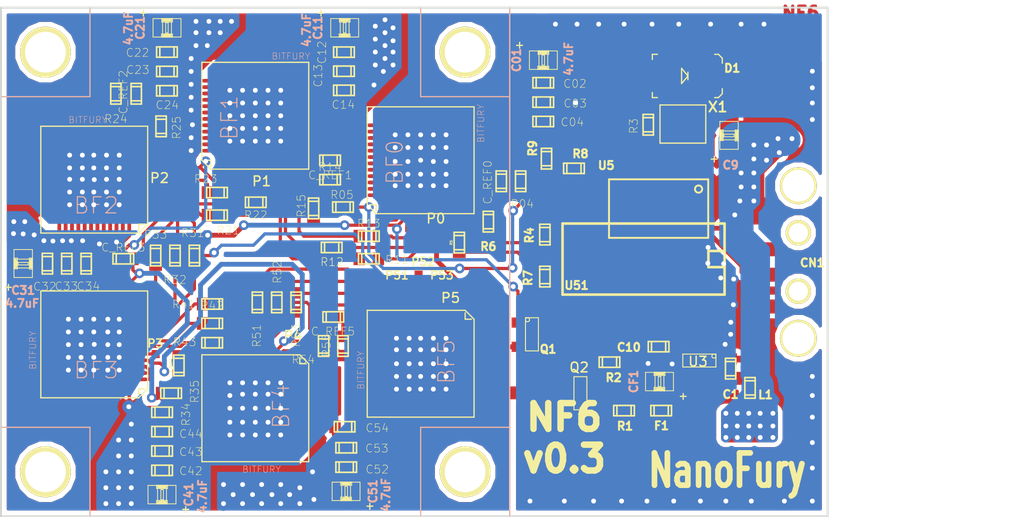
<source format=kicad_pcb>
(kicad_pcb (version 3) (host pcbnew "(2013-07-07 BZR 4022)-stable")
  (title_block (title "NanoFury NF1") (rev 0.5))
  (layers (15 F.Cu mixed) (0 B.Cu mixed) (19 F.Paste user) (20 B.SilkS user) (21 F.SilkS user) (22 B.Mask user) (23 F.Mask user) (28 Edge.Cuts user))
  (net 0 "")
  (net 1 /LED)
  (net 2 /MISO)
  (net 3 /MOSI)
  (net 4 /NF6-v01-ASICS-012/IOREF_0)
  (net 5 /NF6-v01-ASICS-012/IOREF_1)
  (net 6 /NF6-v01-ASICS-012/IOREF_2)
  (net 7 /NF6-v01-ASICS-012/NF6-v01-ASICS-345/IOREF_3)
  (net 8 /NF6-v01-ASICS-012/NF6-v01-ASICS-345/IOREF_4_5)
  (net 9 /OSC1)
  (net 10 /OSC2)
  (net 11 /SCK)
  (net 12 /SCK_OVR)
  (net 13 3.3V)
  (net 14 GND)
  (net 15 GND1_0V8)
  (net 16 GND2_1V6)
  (net 17 GND3_2V4)
  (net 18 GND4_3V2)
  (net 19 GND5_4V0)
  (net 20 INMISO)
  (net 21 INMOSI)
  (net 22 INSCK)
  (net 23 N-000001)
  (net 24 N-0000012)
  (net 25 N-0000013)
  (net 26 N-0000035)
  (net 27 N-0000036)
  (net 28 N-0000037)
  (net 29 N-000004)
  (net 30 N-000005)
  (net 31 N-0000051)
  (net 32 N-0000052)
  (net 33 N-0000053)
  (net 34 N-0000054)
  (net 35 N-0000055)
  (net 36 N-0000059)
  (net 37 N-0000062)
  (net 38 N-0000063)
  (net 39 N-0000064)
  (net 40 N-0000065)
  (net 41 N-0000067)
  (net 42 N-0000068)
  (net 43 N-0000069)
  (net 44 N-0000073)
  (net 45 N-0000074)
  (net 46 N-0000075)
  (net 47 N-0000078)
  (net 48 N-0000079)
  (net 49 N-0000080)
  (net 50 N-0000081)
  (net 51 N-0000082)
  (net 52 OUTMISO1)
  (net 53 OUTMISO2)
  (net 54 OUTMISO3)
  (net 55 OUTMISO4)
  (net 56 OUTMISO5)
  (net 57 OUTMOSI1)
  (net 58 OUTMOSI2)
  (net 59 OUTMOSI3)
  (net 60 OUTMOSI4)
  (net 61 OUTMOSI5)
  (net 62 OUTSCK1)
  (net 63 OUTSCK2)
  (net 64 OUTSCK3)
  (net 65 OUTSCK4)
  (net 66 OUTSCK5)
  (net 67 USB_5V)
  (net 68 USB_DM)
  (net 69 USB_DP)
  (net 70 V_EN)
  (net 71 V_EN0)
  (module SSOP-20 (layer F.Cu) (at 132.1373 79.701 180)
    (fp_text reference U5 (at 7.0423 -0.209 180) (layer F.SilkS) (effects (font (size 0.635 0.635) (thickness 0.15875))))
    (fp_text value MCP2210-I/SS hide)
    (pad 7 smd rect (at 3.9 0 180) (size 0.4064 1.651) (layers F.Cu F.Paste F.Mask))
    (pad 8 smd rect (at 4.55 0 180) (size 0.4064 1.651) (layers F.Cu F.Paste F.Mask))
    (pad 9 smd rect (at 5.2 0 180) (size 0.4064 1.651) (layers F.Cu F.Paste F.Mask) (net 3 /MOSI))
    (pad 10 smd rect (at 5.85 0 180) (size 0.4064 1.651) (layers F.Cu F.Paste F.Mask))
    (pad 17 smd rect (at 1.95 -7.2 180) (size 0.4064 1.651) (layers F.Cu F.Paste F.Mask) (net 13 3.3V))
    (pad 4 smd rect (at 1.95 0 180) (size 0.4064 1.651) (layers F.Cu F.Paste F.Mask) (net 13 3.3V))
    (pad 5 smd rect (at 2.6 0 180) (size 0.4064 1.651) (layers F.Cu F.Paste F.Mask) (net 1 /LED))
    (pad 6 smd rect (at 3.25 0 180) (size 0.4064 1.651) (layers F.Cu F.Paste F.Mask))
    (pad 11 smd rect (at 5.85 -7.2 180) (size 0.4064 1.651) (layers F.Cu F.Paste F.Mask) (net 11 /SCK))
    (pad 12 smd rect (at 5.2 -7.2 180) (size 0.4064 1.651) (layers F.Cu F.Paste F.Mask) (net 12 /SCK_OVR))
    (pad 13 smd rect (at 4.55 -7.2 180) (size 0.4064 1.651) (layers F.Cu F.Paste F.Mask) (net 2 /MISO))
    (pad 14 smd rect (at 3.9 -7.2 180) (size 0.4064 1.651) (layers F.Cu F.Paste F.Mask) (net 70 V_EN))
    (pad 15 smd rect (at 3.25 -7.2 180) (size 0.4064 1.651) (layers F.Cu F.Paste F.Mask) (net 71 V_EN0))
    (pad 16 smd rect (at 2.6 -7.2 180) (size 0.4064 1.651) (layers F.Cu F.Paste F.Mask))
    (pad 18 smd rect (at 1.3 -7.2 180) (size 0.4064 1.651) (layers F.Cu F.Paste F.Mask) (net 68 USB_DM))
    (pad 19 smd rect (at 0.65 -7.2 180) (size 0.4064 1.651) (layers F.Cu F.Paste F.Mask) (net 69 USB_DP))
    (pad 20 smd rect (at 0 -7.2 180) (size 0.4064 1.651) (layers F.Cu F.Paste F.Mask) (net 14 GND))
    (pad 1 smd rect (at 0 0 180) (size 0.4064 1.651) (layers F.Cu F.Paste F.Mask) (net 13 3.3V))
    (pad 2 smd rect (at 0.65 0 180) (size 0.4064 1.651) (layers F.Cu F.Paste F.Mask) (net 9 /OSC1))
    (pad 3 smd rect (at 1.3 0 180) (size 0.4064 1.651) (layers F.Cu F.Paste F.Mask) (net 10 /OSC2))
  )
  (module CSTCE_G15C (layer F.Cu) (at 131.1213 76.653 180)
    (fp_text reference X1 (at -2.7367 1.342 180) (layer F.SilkS) (effects (font (size 0.8 0.8))))
    (fp_text value 12MHz hide)
    (pad 3 smd rect (at 1.2 0 180) (size 0.635 2) (layers F.Cu F.Paste F.Mask) (net 10 /OSC2))
    (pad 1 smd rect (at -1.2 0 180) (size 0.635 2) (layers F.Cu F.Paste F.Mask) (net 9 /OSC1))
    (pad 2 smd rect (at 0 0 180) (size 0.635 2) (layers F.Cu F.Paste F.Mask) (net 14 GND))
  )
  (module 2PLCC (layer F.Cu) (at 131.318 72.8726 180)
    (fp_text reference D1 (at -3.683 0.6096 180) (layer F.SilkS) (effects (font (size 0.635 0.635) (thickness 0.15875))))
    (fp_text value LED hide)
    (pad 1 smd rect (at 1.5 0 180) (size 1.5 2.6) (layers F.Cu F.Paste F.Mask) (net 23 N-000001))
    (pad 2 smd rect (at -1.5 0 180) (size 1.5 2.6) (layers F.Cu F.Paste F.Mask) (net 14 GND))
  )
  (module 0603 (layer F.Cu) (at 103.505 86.36)
    (fp_text reference R12 (at 0.0254 1.143) (layer F.SilkS) (effects (font (size 0.635 0.635) (thickness 0.050165))))
    (fp_text value 1k hide)
    (pad 1 smd rect (at 0.75184 0) (size 0.89916 1.00076) (layers F.Cu F.Paste F.Mask) (net 57 OUTMOSI1))
    (pad 2 smd rect (at -0.75184 0) (size 0.89916 1.00076) (layers F.Cu F.Paste F.Mask) (net 35 N-0000055))
  )
  (module 0603 (layer F.Cu) (at 129.2098 94.1578)
    (fp_text reference C10 (at -2.3368 0.0508) (layer F.SilkS) (effects (font (size 0.635 0.635) (thickness 0.15875))))
    (fp_text value 100n hide)
    (pad 1 smd rect (at 0.75184 0) (size 0.89916 1.00076) (layers F.Cu F.Paste F.Mask) (net 13 3.3V))
    (pad 2 smd rect (at -0.75184 0) (size 0.89916 1.00076) (layers F.Cu F.Paste F.Mask) (net 14 GND))
  )
  (module 0603 (layer F.Cu) (at 115.824 84.328 90)
    (fp_text reference R6 (at -1.9558 0 180) (layer F.SilkS) (effects (font (size 0.635 0.635) (thickness 0.15875))))
    (fp_text value 20k hide)
    (pad 1 smd rect (at 0.75184 0 90) (size 0.89916 1.00076) (layers F.Cu F.Paste F.Mask) (net 14 GND))
    (pad 2 smd rect (at -0.75184 0 90) (size 0.89916 1.00076) (layers F.Cu F.Paste F.Mask) (net 22 INSCK))
  )
  (module 0603 (layer F.Cu) (at 120.396 79.375 90)
    (fp_text reference R9 (at 0.8128 -1.0922 90) (layer F.SilkS) (effects (font (size 0.635 0.635) (thickness 0.15875))))
    (fp_text value 20k hide)
    (pad 1 smd rect (at 0.75184 0 90) (size 0.89916 1.00076) (layers F.Cu F.Paste F.Mask) (net 14 GND))
    (pad 2 smd rect (at -0.75184 0 90) (size 0.89916 1.00076) (layers F.Cu F.Paste F.Mask) (net 21 INMOSI))
  )
  (module 0603 (layer F.Cu) (at 122.555 80.137)
    (fp_text reference R8 (at 0.508 -1.143) (layer F.SilkS) (effects (font (size 0.635 0.635) (thickness 0.15875))))
    (fp_text value 2K hide)
    (pad 1 smd rect (at 0.75184 0) (size 0.89916 1.00076) (layers F.Cu F.Paste F.Mask) (net 3 /MOSI))
    (pad 2 smd rect (at -0.75184 0) (size 0.89916 1.00076) (layers F.Cu F.Paste F.Mask) (net 21 INMOSI))
  )
  (module 0603 (layer F.Cu) (at 134.874 95.885 90)
    (fp_text reference C1 (at -2.032 0 180) (layer F.SilkS) (effects (font (size 0.635 0.635) (thickness 0.15875))))
    (fp_text value 100nF hide)
    (pad 1 smd rect (at 0.75184 0 90) (size 0.89916 1.00076) (layers F.Cu F.Paste F.Mask) (net 14 GND))
    (pad 2 smd rect (at -0.75184 0 90) (size 0.89916 1.00076) (layers F.Cu F.Paste F.Mask) (net 24 N-0000012))
  )
  (module 0603 (layer F.Cu) (at 120.269 85.344 270)
    (fp_text reference R4 (at 0.0548 1.2201 270) (layer F.SilkS) (effects (font (size 0.635 0.635) (thickness 0.15875))))
    (fp_text value 2k hide)
    (pad 1 smd rect (at 0.75184 0 270) (size 0.89916 1.00076) (layers F.Cu F.Paste F.Mask) (net 2 /MISO))
    (pad 2 smd rect (at -0.75184 0 270) (size 0.89916 1.00076) (layers F.Cu F.Paste F.Mask) (net 13 3.3V))
  )
  (module 0603 (layer F.Cu) (at 120.269 88.646 90)
    (fp_text reference R7 (at -0.1068 -1.3221 90) (layer F.SilkS) (effects (font (size 0.635 0.635) (thickness 0.15875))))
    (fp_text value 1k hide)
    (pad 1 smd rect (at 0.75184 0 90) (size 0.89916 1.00076) (layers F.Cu F.Paste F.Mask) (net 12 /SCK_OVR))
    (pad 2 smd rect (at -0.75184 0 90) (size 0.89916 1.00076) (layers F.Cu F.Paste F.Mask) (net 11 /SCK))
  )
  (module SOT23 (layer F.Cu) (at 119.253 93.218 270)
    (fp_text reference Q1 (at 1.143 -1.27 360) (layer F.SilkS) (effects (font (size 0.635 0.635) (thickness 0.15875))))
    (fp_text value BSS138L hide)
    (pad 3 smd rect (at 0 -1.09982 270) (size 0.8001 1.00076) (layers F.Cu F.Paste F.Mask) (net 2 /MISO))
    (pad 2 smd rect (at 0.9525 1.09982 270) (size 0.8001 1.00076) (layers F.Cu F.Paste F.Mask) (net 20 INMISO))
    (pad 1 smd rect (at -0.9525 1.09982 270) (size 0.8001 1.00076) (layers F.Cu F.Paste F.Mask) (net 17 GND3_2V4))
  )
  (module 0805 (layer F.Cu) (at 129.286 96.901 180)
    (fp_text reference CF1 (at 2.032 0 270) (layer B.SilkS) (effects (font (size 0.635 0.635) (thickness 0.15875))))
    (fp_text value 4.7uF/10V hide)
    (pad 1 smd rect (at -0.89916 0 180) (size 1.09982 1.4986) (layers F.Cu F.Paste F.Mask) (net 24 N-0000012))
    (pad 2 smd rect (at 0.89916 0 180) (size 1.09982 1.4986) (layers F.Cu F.Paste F.Mask) (net 14 GND))
  )
  (module 0805 (layer F.Cu) (at 134.75 77.55 90)
    (fp_text reference C9 (at -2.333 0.124 180) (layer B.SilkS) (effects (font (size 0.635 0.635) (thickness 0.15875))))
    (fp_text value 4.7uF/10V hide)
    (pad 1 smd rect (at -0.89916 0 90) (size 1.09982 1.4986) (layers F.Cu F.Paste F.Mask) (net 13 3.3V))
    (pad 2 smd rect (at 0.89916 0 90) (size 1.09982 1.4986) (layers F.Cu F.Paste F.Mask) (net 14 GND))
  )
  (module CNC-1001-011-01101 (layer F.Cu) (at 140.2 87.5 270)
    (fp_text reference CN1 (at 0.0665 -1.1002 360) (layer F.SilkS) (effects (font (size 0.635 0.635) (thickness 0.15875))))
    (fp_text value USB-A hide)
    (pad 5 smd rect (at 3.5 2.8 270) (size 1.1 2.3) (layers F.Cu F.Paste F.Mask) (net 14 GND))
    (pad 3 smd rect (at 1 2.8 270) (size 1.1 2.3) (layers F.Cu F.Paste F.Mask) (net 69 USB_DP))
    (pad 1 smd rect (at -3.5 2.8 270) (size 1.1 2.3) (layers F.Cu F.Paste F.Mask) (net 25 N-0000013))
    (pad "" thru_hole circle (at -6 0 270) (size 2.9 2.9) (drill 2.5) (layers *.Cu *.Mask F.SilkS))
    (pad "" thru_hole circle (at 6 0 270) (size 2.9 2.9) (drill 2.5) (layers *.Cu *.Mask F.SilkS))
    (pad "" thru_hole circle (at -2.3 0 270) (size 2 2) (drill 1.5) (layers *.Cu *.Mask F.SilkS))
    (pad "" thru_hole circle (at 2.3 0 270) (size 2 2) (drill 1.5) (layers *.Cu *.Mask F.SilkS))
    (pad 2 smd rect (at -1 2.8 270) (size 1.1 2.3) (layers F.Cu F.Paste F.Mask) (net 68 USB_DM))
  )
  (module SOT23 (layer F.Cu) (at 132.3848 95.25 180)
    (fp_text reference U3 (at 0.0762 -0.0762 180) (layer F.SilkS) (effects (font (size 0.762 0.762) (thickness 0.11938))))
    (fp_text value "LDO - 3.3V" hide)
    (pad 3 smd rect (at 0 -1.09982 180) (size 0.8001 1.00076) (layers F.Cu F.Paste F.Mask) (net 24 N-0000012))
    (pad 2 smd rect (at 0.9525 1.09982 180) (size 0.8001 1.00076) (layers F.Cu F.Paste F.Mask) (net 13 3.3V))
    (pad 1 smd rect (at -0.9525 1.09982 180) (size 0.8001 1.00076) (layers F.Cu F.Paste F.Mask) (net 14 GND))
  )
  (module SOIC20 (layer F.Cu) (at 128.0479 87.2702 180)
    (fp_text reference U51 (at 5.2848 -2.071 180) (layer F.SilkS) (effects (font (size 0.635 0.635) (thickness 0.15875))))
    (fp_text value MCP2210-I/SO hide)
    (pad 1 smd rect (at -5.715 4.7 180) (size 0.762 2) (layers F.Cu F.Paste F.Mask) (net 13 3.3V))
    (pad 2 smd rect (at -4.445 4.7 180) (size 0.762 2) (layers F.Cu F.Paste F.Mask) (net 9 /OSC1))
    (pad 3 smd rect (at -3.175 4.7 180) (size 0.762 2) (layers F.Cu F.Paste F.Mask) (net 10 /OSC2))
    (pad 4 smd rect (at -1.905 4.7 180) (size 0.762 2) (layers F.Cu F.Paste F.Mask) (net 13 3.3V))
    (pad 5 smd rect (at -0.635 4.7 180) (size 0.762 2) (layers F.Cu F.Paste F.Mask) (net 1 /LED))
    (pad 6 smd rect (at 0.635 4.7 180) (size 0.762 2) (layers F.Cu F.Paste F.Mask))
    (pad 7 smd rect (at 1.905 4.7 180) (size 0.762 2) (layers F.Cu F.Paste F.Mask))
    (pad 8 smd rect (at 3.175 4.7 180) (size 0.762 2) (layers F.Cu F.Paste F.Mask))
    (pad 9 smd rect (at 4.445 4.7 180) (size 0.762 2) (layers F.Cu F.Paste F.Mask) (net 3 /MOSI))
    (pad 10 smd rect (at 5.715 4.7 180) (size 0.762 2) (layers F.Cu F.Paste F.Mask))
    (pad 20 smd rect (at -5.715 -4.7 180) (size 0.762 2) (layers F.Cu F.Paste F.Mask) (net 14 GND))
    (pad 19 smd rect (at -4.445 -4.7 180) (size 0.762 2) (layers F.Cu F.Paste F.Mask) (net 69 USB_DP))
    (pad 18 smd rect (at -3.175 -4.7 180) (size 0.762 2) (layers F.Cu F.Paste F.Mask) (net 68 USB_DM))
    (pad 17 smd rect (at -1.905 -4.7 180) (size 0.762 2) (layers F.Cu F.Paste F.Mask) (net 13 3.3V))
    (pad 16 smd rect (at -0.635 -4.7 180) (size 0.762 2) (layers F.Cu F.Paste F.Mask))
    (pad 15 smd rect (at 0.635 -4.7 180) (size 0.762 2) (layers F.Cu F.Paste F.Mask) (net 71 V_EN0))
    (pad 14 smd rect (at 1.905 -4.7 180) (size 0.762 2) (layers F.Cu F.Paste F.Mask) (net 70 V_EN))
    (pad 13 smd rect (at 3.175 -4.7 180) (size 0.762 2) (layers F.Cu F.Paste F.Mask) (net 2 /MISO))
    (pad 12 smd rect (at 4.445 -4.7 180) (size 0.762 2) (layers F.Cu F.Paste F.Mask) (net 12 /SCK_OVR))
    (pad 11 smd rect (at 5.715 -4.7 180) (size 0.762 2) (layers F.Cu F.Paste F.Mask) (net 11 /SCK))
  )
  (module 0603 (layer F.Cu) (at 136.4 97.4 270)
    (fp_text reference L1 (at 0.5424 -1.2172 360) (layer F.SilkS) (effects (font (size 0.635 0.635) (thickness 0.15875))))
    (fp_text value 10R@100MHz/6A hide)
    (pad 1 smd rect (at 0.75184 0 270) (size 0.89916 1.00076) (layers F.Cu F.Paste F.Mask) (net 25 N-0000013))
    (pad 2 smd rect (at -0.75184 0 270) (size 0.89916 1.00076) (layers F.Cu F.Paste F.Mask) (net 24 N-0000012))
  )
  (module 0805 (layer F.Cu) (at 120.142 71.628)
    (fp_text reference C01 (at -2.1 0 90) (layer B.SilkS) (effects (font (size 0.635 0.635) (thickness 0.15875))))
    (fp_text value 4.7uF (at 2 -0.1 90) (layer B.SilkS) (effects (font (size 0.635 0.635) (thickness 0.1524))))
    (pad 1 smd rect (at -0.89916 0) (size 1.09982 1.4986) (layers F.Cu F.Paste F.Mask) (net 15 GND1_0V8))
    (pad 2 smd rect (at 0.89916 0) (size 1.09982 1.4986) (layers F.Cu F.Paste F.Mask) (net 14 GND))
  )
  (module 0805 (layer F.Cu) (at 90.17 105.791 180)
    (fp_text reference C41 (at -2.1 0 270) (layer B.SilkS) (effects (font (size 0.635 0.635) (thickness 0.15875))))
    (fp_text value 4.7uF (at -3.175 -0.127 270) (layer B.SilkS) (effects (font (size 0.635 0.635) (thickness 0.1524))))
    (pad 1 smd rect (at -0.89916 0 180) (size 1.09982 1.4986) (layers F.Cu F.Paste F.Mask) (net 19 GND5_4V0))
    (pad 2 smd rect (at 0.89916 0 180) (size 1.09982 1.4986) (layers F.Cu F.Paste F.Mask) (net 18 GND4_3V2))
  )
  (module 0805 (layer F.Cu) (at 79.248 87.63 90)
    (fp_text reference C31 (at -2.1 0 180) (layer B.SilkS) (effects (font (size 0.635 0.635) (thickness 0.15875))))
    (fp_text value 4.7uF (at -3.1242 -0.0762 180) (layer B.SilkS) (effects (font (size 0.635 0.635) (thickness 0.1524))))
    (pad 1 smd rect (at -0.89916 0 90) (size 1.09982 1.4986) (layers F.Cu F.Paste F.Mask) (net 18 GND4_3V2))
    (pad 2 smd rect (at 0.89916 0 90) (size 1.09982 1.4986) (layers F.Cu F.Paste F.Mask) (net 17 GND3_2V4))
  )
  (module 0805 (layer F.Cu) (at 90.551 69.088)
    (fp_text reference C21 (at -2.1 0 90) (layer B.SilkS) (effects (font (size 0.635 0.635) (thickness 0.15875))))
    (fp_text value 4.7uF (at -3.0226 0.0508 90) (layer B.SilkS) (effects (font (size 0.635 0.635) (thickness 0.1524))))
    (pad 1 smd rect (at -0.89916 0) (size 1.09982 1.4986) (layers F.Cu F.Paste F.Mask) (net 17 GND3_2V4))
    (pad 2 smd rect (at 0.89916 0) (size 1.09982 1.4986) (layers F.Cu F.Paste F.Mask) (net 16 GND2_1V6))
  )
  (module 0805 (layer F.Cu) (at 104.521 69.088)
    (fp_text reference C11 (at -2.1 0 90) (layer B.SilkS) (effects (font (size 0.635 0.635) (thickness 0.15875))))
    (fp_text value 4.7uF (at -2.9972 0.1778 90) (layer B.SilkS) (effects (font (size 0.635 0.635) (thickness 0.1524))))
    (pad 1 smd rect (at -0.89916 0) (size 1.09982 1.4986) (layers F.Cu F.Paste F.Mask) (net 16 GND2_1V6))
    (pad 2 smd rect (at 0.89916 0) (size 1.09982 1.4986) (layers F.Cu F.Paste F.Mask) (net 15 GND1_0V8))
  )
  (module 0805 (layer F.Cu) (at 104.648 105.537 180)
    (fp_text reference C51 (at -2.1 0 270) (layer B.SilkS) (effects (font (size 0.635 0.635) (thickness 0.15875))))
    (fp_text value 4.7uF (at -3.1242 -0.2794 270) (layer B.SilkS) (effects (font (size 0.635 0.635) (thickness 0.1524))))
    (pad 1 smd rect (at -0.89916 0 180) (size 1.09982 1.4986) (layers F.Cu F.Paste F.Mask) (net 67 USB_5V))
    (pad 2 smd rect (at 0.89916 0 180) (size 1.09982 1.4986) (layers F.Cu F.Paste F.Mask) (net 19 GND5_4V0))
  )
  (module 0603 (layer F.Cu) (at 94.107 93.853 180)
    (fp_text reference R43 (at 2.159 0.0508 180) (layer F.SilkS) (effects (font (size 0.635 0.635) (thickness 0.04064))))
    (fp_text value 1k hide)
    (pad 1 smd rect (at 0.75184 0 180) (size 0.89916 1.00076) (layers F.Cu F.Paste F.Mask) (net 65 OUTSCK4))
    (pad 2 smd rect (at -0.75184 0 180) (size 0.89916 1.00076) (layers F.Cu F.Paste F.Mask) (net 51 N-0000082))
  )
  (module 0603 (layer F.Cu) (at 90.17 99.314 180)
    (fp_text reference R34 (at -1.8796 -0.1778 270) (layer F.SilkS) (effects (font (size 0.635 0.635) (thickness 0.04064))))
    (fp_text value 1k hide)
    (pad 1 smd rect (at 0.75184 0 180) (size 0.89916 1.00076) (layers F.Cu F.Paste F.Mask) (net 18 GND4_3V2))
    (pad 2 smd rect (at -0.75184 0 180) (size 0.89916 1.00076) (layers F.Cu F.Paste F.Mask) (net 7 /NF6-v01-ASICS-012/NF6-v01-ASICS-345/IOREF_3))
  )
  (module 0603 (layer F.Cu) (at 90.8812 97.8154 180)
    (fp_text reference R35 (at -1.8542 0.127 270) (layer F.SilkS) (effects (font (size 0.635 0.635) (thickness 0.04064))))
    (fp_text value 1k hide)
    (pad 1 smd rect (at 0.75184 0 180) (size 0.89916 1.00076) (layers F.Cu F.Paste F.Mask) (net 7 /NF6-v01-ASICS-012/NF6-v01-ASICS-345/IOREF_3))
    (pad 2 smd rect (at -0.75184 0 180) (size 0.89916 1.00076) (layers F.Cu F.Paste F.Mask) (net 19 GND5_4V0))
  )
  (module 0603 (layer F.Cu) (at 100.711 90.678 270)
    (fp_text reference R53 (at 2.6162 0 270) (layer F.SilkS) (effects (font (size 0.635 0.635) (thickness 0.04064))))
    (fp_text value 1k hide)
    (pad 1 smd rect (at 0.75184 0 270) (size 0.89916 1.00076) (layers F.Cu F.Paste F.Mask) (net 66 OUTSCK5))
    (pad 2 smd rect (at -0.75184 0 270) (size 0.89916 1.00076) (layers F.Cu F.Paste F.Mask) (net 37 N-0000062))
  )
  (module 0603 (layer F.Cu) (at 99.187 90.678 270)
    (fp_text reference R52 (at -2.3876 -0.0508 270) (layer F.SilkS) (effects (font (size 0.635 0.635) (thickness 0.04064))))
    (fp_text value 1k hide)
    (pad 1 smd rect (at 0.75184 0 270) (size 0.89916 1.00076) (layers F.Cu F.Paste F.Mask) (net 61 OUTMOSI5))
    (pad 2 smd rect (at -0.75184 0 270) (size 0.89916 1.00076) (layers F.Cu F.Paste F.Mask) (net 42 N-0000068))
  )
  (module 0603 (layer F.Cu) (at 97.663 90.678 270)
    (fp_text reference R51 (at 2.6162 0.0508 270) (layer F.SilkS) (effects (font (size 0.635 0.635) (thickness 0.04064))))
    (fp_text value 1k hide)
    (pad 1 smd rect (at 0.75184 0 270) (size 0.89916 1.00076) (layers F.Cu F.Paste F.Mask) (net 56 OUTMISO5))
    (pad 2 smd rect (at -0.75184 0 270) (size 0.89916 1.00076) (layers F.Cu F.Paste F.Mask) (net 41 N-0000067))
  )
  (module 0603 (layer F.Cu) (at 90.17 100.838)
    (fp_text reference C44 (at 2.2606 0.1778) (layer F.SilkS) (effects (font (size 0.635 0.635) (thickness 0.04064))))
    (fp_text value 100nF hide)
    (pad 1 smd rect (at 0.75184 0) (size 0.89916 1.00076) (layers F.Cu F.Paste F.Mask) (net 19 GND5_4V0))
    (pad 2 smd rect (at -0.75184 0) (size 0.89916 1.00076) (layers F.Cu F.Paste F.Mask) (net 18 GND4_3V2))
  )
  (module 0603 (layer F.Cu) (at 94.107 92.329 180)
    (fp_text reference R42 (at 0 1.397 180) (layer F.SilkS) (effects (font (size 0.635 0.635) (thickness 0.04064))))
    (fp_text value 1k hide)
    (pad 1 smd rect (at 0.75184 0 180) (size 0.89916 1.00076) (layers F.Cu F.Paste F.Mask) (net 60 OUTMOSI4))
    (pad 2 smd rect (at -0.75184 0 180) (size 0.89916 1.00076) (layers F.Cu F.Paste F.Mask) (net 50 N-0000081))
  )
  (module 0603 (layer F.Cu) (at 94.107 90.805 180)
    (fp_text reference R41 (at 2.2352 -0.0254 180) (layer F.SilkS) (effects (font (size 0.635 0.635) (thickness 0.04064))))
    (fp_text value 1k hide)
    (pad 1 smd rect (at 0.75184 0 180) (size 0.89916 1.00076) (layers F.Cu F.Paste F.Mask) (net 55 OUTMISO4))
    (pad 2 smd rect (at -0.75184 0 180) (size 0.89916 1.00076) (layers F.Cu F.Paste F.Mask) (net 49 N-0000080))
  )
  (module 0603 (layer F.Cu) (at 87.122 87.249)
    (fp_text reference C_REF3 (at 0 -0.889) (layer F.SilkS) (effects (font (size 0.635 0.635) (thickness 0.04064))))
    (fp_text value 100nF hide)
    (pad 1 smd rect (at 0.75184 0) (size 0.89916 1.00076) (layers F.Cu F.Paste F.Mask) (net 7 /NF6-v01-ASICS-012/NF6-v01-ASICS-345/IOREF_3))
    (pad 2 smd rect (at -0.75184 0) (size 0.89916 1.00076) (layers F.Cu F.Paste F.Mask) (net 18 GND4_3V2))
  )
  (module 0603 (layer F.Cu) (at 90.17 103.886)
    (fp_text reference C42 (at 2.2606 0.0508) (layer F.SilkS) (effects (font (size 0.635 0.635) (thickness 0.04064))))
    (fp_text value 100nF hide)
    (pad 1 smd rect (at 0.75184 0) (size 0.89916 1.00076) (layers F.Cu F.Paste F.Mask) (net 19 GND5_4V0))
    (pad 2 smd rect (at -0.75184 0) (size 0.89916 1.00076) (layers F.Cu F.Paste F.Mask) (net 18 GND4_3V2))
  )
  (module 0603 (layer F.Cu) (at 90.17 102.362)
    (fp_text reference C43 (at 2.2606 0.0762) (layer F.SilkS) (effects (font (size 0.635 0.635) (thickness 0.04064))))
    (fp_text value 100nF hide)
    (pad 1 smd rect (at 0.75184 0) (size 0.89916 1.00076) (layers F.Cu F.Paste F.Mask) (net 19 GND5_4V0))
    (pad 2 smd rect (at -0.75184 0) (size 0.89916 1.00076) (layers F.Cu F.Paste F.Mask) (net 18 GND4_3V2))
  )
  (module 0603 (layer F.Cu) (at 128.397 76.708 90)
    (fp_text reference R3 (at -0.1016 -1.143 90) (layer F.SilkS) (effects (font (size 0.635 0.635) (thickness 0.04064))))
    (fp_text value 1k hide)
    (pad 1 smd rect (at 0.75184 0 90) (size 0.89916 1.00076) (layers F.Cu F.Paste F.Mask) (net 23 N-000001))
    (pad 2 smd rect (at -0.75184 0 90) (size 0.89916 1.00076) (layers F.Cu F.Paste F.Mask) (net 1 /LED))
  )
  (module 0603 (layer F.Cu) (at 104.648 103.632)
    (fp_text reference C52 (at 2.4384 0.1778) (layer F.SilkS) (effects (font (size 0.635 0.635) (thickness 0.04064))))
    (fp_text value 100nF hide)
    (pad 1 smd rect (at 0.75184 0) (size 0.89916 1.00076) (layers F.Cu F.Paste F.Mask) (net 67 USB_5V))
    (pad 2 smd rect (at -0.75184 0) (size 0.89916 1.00076) (layers F.Cu F.Paste F.Mask) (net 19 GND5_4V0))
  )
  (module 0603 (layer F.Cu) (at 104.648 102.108)
    (fp_text reference C53 (at 2.413 0.0508) (layer F.SilkS) (effects (font (size 0.635 0.635) (thickness 0.04064))))
    (fp_text value 100nF hide)
    (pad 1 smd rect (at 0.75184 0) (size 0.89916 1.00076) (layers F.Cu F.Paste F.Mask) (net 67 USB_5V))
    (pad 2 smd rect (at -0.75184 0) (size 0.89916 1.00076) (layers F.Cu F.Paste F.Mask) (net 19 GND5_4V0))
  )
  (module 0603 (layer F.Cu) (at 104.521 100.457)
    (fp_text reference C54 (at 2.5654 0.1016) (layer F.SilkS) (effects (font (size 0.635 0.635) (thickness 0.04064))))
    (fp_text value 100nF hide)
    (pad 1 smd rect (at 0.75184 0) (size 0.89916 1.00076) (layers F.Cu F.Paste F.Mask) (net 67 USB_5V))
    (pad 2 smd rect (at -0.75184 0) (size 0.89916 1.00076) (layers F.Cu F.Paste F.Mask) (net 19 GND5_4V0))
  )
  (module 0603 (layer F.Cu) (at 103.632 91.821)
    (fp_text reference C_REF5 (at -0.0254 1.143) (layer F.SilkS) (effects (font (size 0.635 0.635) (thickness 0.04064))))
    (fp_text value 100nF hide)
    (pad 1 smd rect (at 0.75184 0) (size 0.89916 1.00076) (layers F.Cu F.Paste F.Mask) (net 8 /NF6-v01-ASICS-012/NF6-v01-ASICS-345/IOREF_4_5))
    (pad 2 smd rect (at -0.75184 0) (size 0.89916 1.00076) (layers F.Cu F.Paste F.Mask) (net 19 GND5_4V0))
  )
  (module 0603 (layer F.Cu) (at 104.394 94.107 90)
    (fp_text reference R55 (at 0.0508 -1.2954 90) (layer F.SilkS) (effects (font (size 0.635 0.635) (thickness 0.04064))))
    (fp_text value 1k hide)
    (pad 1 smd rect (at 0.75184 0 90) (size 0.89916 1.00076) (layers F.Cu F.Paste F.Mask) (net 8 /NF6-v01-ASICS-012/NF6-v01-ASICS-345/IOREF_4_5))
    (pad 2 smd rect (at -0.75184 0 90) (size 0.89916 1.00076) (layers F.Cu F.Paste F.Mask) (net 67 USB_5V))
  )
  (module 0603 (layer F.Cu) (at 102.87 94.107 270)
    (fp_text reference R54 (at 1.0668 1.6002 360) (layer F.SilkS) (effects (font (size 0.635 0.635) (thickness 0.04064))))
    (fp_text value 1k hide)
    (pad 1 smd rect (at 0.75184 0 270) (size 0.89916 1.00076) (layers F.Cu F.Paste F.Mask) (net 19 GND5_4V0))
    (pad 2 smd rect (at -0.75184 0 270) (size 0.89916 1.00076) (layers F.Cu F.Paste F.Mask) (net 8 /NF6-v01-ASICS-012/NF6-v01-ASICS-345/IOREF_4_5))
  )
  (module 0603 (layer F.Cu) (at 92.71 86.995 90)
    (fp_text reference R31 (at 1.778 -0.127 180) (layer F.SilkS) (effects (font (size 0.635 0.635) (thickness 0.04064))))
    (fp_text value 1k hide)
    (pad 1 smd rect (at 0.75184 0 90) (size 0.89916 1.00076) (layers F.Cu F.Paste F.Mask) (net 54 OUTMISO3))
    (pad 2 smd rect (at -0.75184 0 90) (size 0.89916 1.00076) (layers F.Cu F.Paste F.Mask) (net 44 N-0000073))
  )
  (module 0603 (layer F.Cu) (at 91.186 86.995 90)
    (fp_text reference R32 (at -1.905 0 180) (layer F.SilkS) (effects (font (size 0.635 0.635) (thickness 0.04064))))
    (fp_text value 1k hide)
    (pad 1 smd rect (at 0.75184 0 90) (size 0.89916 1.00076) (layers F.Cu F.Paste F.Mask) (net 59 OUTMOSI3))
    (pad 2 smd rect (at -0.75184 0 90) (size 0.89916 1.00076) (layers F.Cu F.Paste F.Mask) (net 45 N-0000074))
  )
  (module 0603 (layer F.Cu) (at 89.662 86.995 90)
    (fp_text reference R33 (at 1.651 0 180) (layer F.SilkS) (effects (font (size 0.635 0.635) (thickness 0.04064))))
    (fp_text value 1k hide)
    (pad 1 smd rect (at 0.75184 0 90) (size 0.89916 1.00076) (layers F.Cu F.Paste F.Mask) (net 64 OUTSCK3))
    (pad 2 smd rect (at -0.75184 0 90) (size 0.89916 1.00076) (layers F.Cu F.Paste F.Mask) (net 46 N-0000075))
  )
  (module 0603 (layer F.Cu) (at 84.201 87.63 270)
    (fp_text reference C34 (at 1.778 -0.1778 360) (layer F.SilkS) (effects (font (size 0.635 0.635) (thickness 0.04064))))
    (fp_text value 100nF hide)
    (pad 1 smd rect (at 0.75184 0 270) (size 0.89916 1.00076) (layers F.Cu F.Paste F.Mask) (net 18 GND4_3V2))
    (pad 2 smd rect (at -0.75184 0 270) (size 0.89916 1.00076) (layers F.Cu F.Paste F.Mask) (net 17 GND3_2V4))
  )
  (module 0603 (layer F.Cu) (at 120.142 73.406 180)
    (fp_text reference C02 (at -2.4892 -0.0762 180) (layer F.SilkS) (effects (font (size 0.635 0.635) (thickness 0.04064))))
    (fp_text value 100nF hide)
    (pad 1 smd rect (at 0.75184 0 180) (size 0.89916 1.00076) (layers F.Cu F.Paste F.Mask) (net 15 GND1_0V8))
    (pad 2 smd rect (at -0.75184 0 180) (size 0.89916 1.00076) (layers F.Cu F.Paste F.Mask) (net 14 GND))
  )
  (module 0603 (layer F.Cu) (at 120.142 74.93 180)
    (fp_text reference C03 (at -2.5146 -0.1016 180) (layer F.SilkS) (effects (font (size 0.635 0.635) (thickness 0.04064))))
    (fp_text value 100nF hide)
    (pad 1 smd rect (at 0.75184 0 180) (size 0.89916 1.00076) (layers F.Cu F.Paste F.Mask) (net 15 GND1_0V8))
    (pad 2 smd rect (at -0.75184 0 180) (size 0.89916 1.00076) (layers F.Cu F.Paste F.Mask) (net 14 GND))
  )
  (module 0603 (layer F.Cu) (at 120.142 76.454 180)
    (fp_text reference C04 (at -2.286 -0.0508 180) (layer F.SilkS) (effects (font (size 0.635 0.635) (thickness 0.04064))))
    (fp_text value 100nF hide)
    (pad 1 smd rect (at 0.75184 0 180) (size 0.89916 1.00076) (layers F.Cu F.Paste F.Mask) (net 15 GND1_0V8))
    (pad 2 smd rect (at -0.75184 0 180) (size 0.89916 1.00076) (layers F.Cu F.Paste F.Mask) (net 14 GND))
  )
  (module 0603 (layer F.Cu) (at 116.84 81.153 270)
    (fp_text reference C_REF0 (at 0.0762 1.0668 270) (layer F.SilkS) (effects (font (size 0.635 0.635) (thickness 0.04064))))
    (fp_text value 100nF hide)
    (pad 1 smd rect (at 0.75184 0 270) (size 0.89916 1.00076) (layers F.Cu F.Paste F.Mask) (net 4 /NF6-v01-ASICS-012/IOREF_0))
    (pad 2 smd rect (at -0.75184 0 270) (size 0.89916 1.00076) (layers F.Cu F.Paste F.Mask) (net 15 GND1_0V8))
  )
  (module 0603 (layer F.Cu) (at 106.426 87.249)
    (fp_text reference R11 (at 2.2098 0.0762) (layer F.SilkS) (effects (font (size 0.635 0.635) (thickness 0.04064))))
    (fp_text value 1k hide)
    (pad 1 smd rect (at 0.75184 0) (size 0.89916 1.00076) (layers F.Cu F.Paste F.Mask) (net 52 OUTMISO1))
    (pad 2 smd rect (at -0.75184 0) (size 0.89916 1.00076) (layers F.Cu F.Paste F.Mask) (net 34 N-0000054))
  )
  (module 0603 (layer F.Cu) (at 106.426 85.471)
    (fp_text reference R13 (at 0 -0.9906) (layer F.SilkS) (effects (font (size 0.635 0.635) (thickness 0.04064))))
    (fp_text value 1k hide)
    (pad 1 smd rect (at 0.75184 0) (size 0.89916 1.00076) (layers F.Cu F.Paste F.Mask) (net 62 OUTSCK1))
    (pad 2 smd rect (at -0.75184 0) (size 0.89916 1.00076) (layers F.Cu F.Paste F.Mask) (net 36 N-0000059))
  )
  (module 0603 (layer F.Cu) (at 94.488 83.82)
    (fp_text reference R21 (at 0.889 1.1938) (layer F.SilkS) (effects (font (size 0.635 0.635) (thickness 0.04064))))
    (fp_text value 1k hide)
    (pad 1 smd rect (at 0.75184 0) (size 0.89916 1.00076) (layers F.Cu F.Paste F.Mask) (net 53 OUTMISO2))
    (pad 2 smd rect (at -0.75184 0) (size 0.89916 1.00076) (layers F.Cu F.Paste F.Mask) (net 26 N-0000035))
  )
  (module 0603 (layer F.Cu) (at 97.536 82.804)
    (fp_text reference R22 (at 0 1.016) (layer F.SilkS) (effects (font (size 0.635 0.635) (thickness 0.04064))))
    (fp_text value 1k hide)
    (pad 1 smd rect (at 0.75184 0) (size 0.89916 1.00076) (layers F.Cu F.Paste F.Mask) (net 58 OUTMOSI2))
    (pad 2 smd rect (at -0.75184 0) (size 0.89916 1.00076) (layers F.Cu F.Paste F.Mask) (net 27 N-0000036))
  )
  (module 0603 (layer F.Cu) (at 94.488 82.042)
    (fp_text reference R23 (at -0.889 -1.0668) (layer F.SilkS) (effects (font (size 0.635 0.635) (thickness 0.04064))))
    (fp_text value 1k hide)
    (pad 1 smd rect (at 0.75184 0) (size 0.89916 1.00076) (layers F.Cu F.Paste F.Mask) (net 63 OUTSCK2))
    (pad 2 smd rect (at -0.75184 0) (size 0.89916 1.00076) (layers F.Cu F.Paste F.Mask) (net 28 N-0000037))
  )
  (module 0603 (layer F.Cu) (at 104.394 83.185)
    (fp_text reference R05 (at -0.0762 -0.9652) (layer F.SilkS) (effects (font (size 0.635 0.635) (thickness 0.04064))))
    (fp_text value 1k hide)
    (pad 1 smd rect (at 0.75184 0) (size 0.89916 1.00076) (layers F.Cu F.Paste F.Mask) (net 4 /NF6-v01-ASICS-012/IOREF_0))
    (pad 2 smd rect (at -0.75184 0) (size 0.89916 1.00076) (layers F.Cu F.Paste F.Mask) (net 16 GND2_1V6))
  )
  (module 0603 (layer F.Cu) (at 118.364 81.153 90)
    (fp_text reference R04 (at -1.778 0.127 180) (layer F.SilkS) (effects (font (size 0.635 0.635) (thickness 0.04064))))
    (fp_text value 1k hide)
    (pad 1 smd rect (at 0.75184 0 90) (size 0.89916 1.00076) (layers F.Cu F.Paste F.Mask) (net 15 GND1_0V8))
    (pad 2 smd rect (at -0.75184 0 90) (size 0.89916 1.00076) (layers F.Cu F.Paste F.Mask) (net 4 /NF6-v01-ASICS-012/IOREF_0))
  )
  (module 0603 (layer F.Cu) (at 104.47 71 180)
    (fp_text reference C12 (at 1.727 -0.0184 270) (layer F.SilkS) (effects (font (size 0.635 0.635) (thickness 0.04064))))
    (fp_text value 100nF hide)
    (pad 1 smd rect (at 0.75184 0 180) (size 0.89916 1.00076) (layers F.Cu F.Paste F.Mask) (net 16 GND2_1V6))
    (pad 2 smd rect (at -0.75184 0 180) (size 0.89916 1.00076) (layers F.Cu F.Paste F.Mask) (net 15 GND1_0V8))
  )
  (module 0603 (layer F.Cu) (at 104.47 72.5 180)
    (fp_text reference C13 (at 2.0318 -0.3472 270) (layer F.SilkS) (effects (font (size 0.635 0.635) (thickness 0.04064))))
    (fp_text value 100nF hide)
    (pad 1 smd rect (at 0.75184 0 180) (size 0.89916 1.00076) (layers F.Cu F.Paste F.Mask) (net 16 GND2_1V6))
    (pad 2 smd rect (at -0.75184 0 180) (size 0.89916 1.00076) (layers F.Cu F.Paste F.Mask) (net 15 GND1_0V8))
  )
  (module 0603 (layer F.Cu) (at 104.47 74 180)
    (fp_text reference C14 (at 0.0506 -1.1332 180) (layer F.SilkS) (effects (font (size 0.635 0.635) (thickness 0.04064))))
    (fp_text value 100nF hide)
    (pad 1 smd rect (at 0.75184 0 180) (size 0.89916 1.00076) (layers F.Cu F.Paste F.Mask) (net 16 GND2_1V6))
    (pad 2 smd rect (at -0.75184 0 180) (size 0.89916 1.00076) (layers F.Cu F.Paste F.Mask) (net 15 GND1_0V8))
  )
  (module 0603 (layer F.Cu) (at 82.677 87.63 270)
    (fp_text reference C33 (at 1.778 0.0254 360) (layer F.SilkS) (effects (font (size 0.635 0.635) (thickness 0.04064))))
    (fp_text value 100nF hide)
    (pad 1 smd rect (at 0.75184 0 270) (size 0.89916 1.00076) (layers F.Cu F.Paste F.Mask) (net 18 GND4_3V2))
    (pad 2 smd rect (at -0.75184 0 270) (size 0.89916 1.00076) (layers F.Cu F.Paste F.Mask) (net 17 GND3_2V4))
  )
  (module 0603 (layer F.Cu) (at 81.153 87.63 270)
    (fp_text reference C32 (at 1.8034 0.2032 360) (layer F.SilkS) (effects (font (size 0.635 0.635) (thickness 0.04064))))
    (fp_text value 100nF hide)
    (pad 1 smd rect (at 0.75184 0 270) (size 0.89916 1.00076) (layers F.Cu F.Paste F.Mask) (net 18 GND4_3V2))
    (pad 2 smd rect (at -0.75184 0 270) (size 0.89916 1.00076) (layers F.Cu F.Paste F.Mask) (net 17 GND3_2V4))
  )
  (module 0603 (layer F.Cu) (at 90.551 70.993 180)
    (fp_text reference C22 (at 2.3114 -0.0508 180) (layer F.SilkS) (effects (font (size 0.635 0.635) (thickness 0.04064))))
    (fp_text value 100nF hide)
    (pad 1 smd rect (at 0.75184 0 180) (size 0.89916 1.00076) (layers F.Cu F.Paste F.Mask) (net 17 GND3_2V4))
    (pad 2 smd rect (at -0.75184 0 180) (size 0.89916 1.00076) (layers F.Cu F.Paste F.Mask) (net 16 GND2_1V6))
  )
  (module 0603 (layer F.Cu) (at 90.551 72.517 180)
    (fp_text reference C23 (at 2.286 0.127 180) (layer F.SilkS) (effects (font (size 0.635 0.635) (thickness 0.04064))))
    (fp_text value 100nF hide)
    (pad 1 smd rect (at 0.75184 0 180) (size 0.89916 1.00076) (layers F.Cu F.Paste F.Mask) (net 17 GND3_2V4))
    (pad 2 smd rect (at -0.75184 0 180) (size 0.89916 1.00076) (layers F.Cu F.Paste F.Mask) (net 16 GND2_1V6))
  )
  (module 0603 (layer F.Cu) (at 90.551 74.041 180)
    (fp_text reference C24 (at -0.0254 -1.1176 180) (layer F.SilkS) (effects (font (size 0.635 0.635) (thickness 0.04064))))
    (fp_text value 100nF hide)
    (pad 1 smd rect (at 0.75184 0 180) (size 0.89916 1.00076) (layers F.Cu F.Paste F.Mask) (net 17 GND3_2V4))
    (pad 2 smd rect (at -0.75184 0 180) (size 0.89916 1.00076) (layers F.Cu F.Paste F.Mask) (net 16 GND2_1V6))
  )
  (module 0603 (layer F.Cu) (at 103.378 79.502 180)
    (fp_text reference C_REF1 (at -0.013 -1.1676 180) (layer F.SilkS) (effects (font (size 0.635 0.635) (thickness 0.04064))))
    (fp_text value 100nF hide)
    (pad 1 smd rect (at 0.75184 0 180) (size 0.89916 1.00076) (layers F.Cu F.Paste F.Mask) (net 5 /NF6-v01-ASICS-012/IOREF_1))
    (pad 2 smd rect (at -0.75184 0 180) (size 0.89916 1.00076) (layers F.Cu F.Paste F.Mask) (net 16 GND2_1V6))
  )
  (module 0603 (layer F.Cu) (at 102.0826 83.2866 90)
    (fp_text reference R15 (at 0.2032 -0.9652 90) (layer F.SilkS) (effects (font (size 0.635 0.635) (thickness 0.04064))))
    (fp_text value 1k hide)
    (pad 1 smd rect (at 0.75184 0 90) (size 0.89916 1.00076) (layers F.Cu F.Paste F.Mask) (net 5 /NF6-v01-ASICS-012/IOREF_1))
    (pad 2 smd rect (at -0.75184 0 90) (size 0.89916 1.00076) (layers F.Cu F.Paste F.Mask) (net 17 GND3_2V4))
  )
  (module 0603 (layer F.Cu) (at 103.378 81.026)
    (fp_text reference R14 (at -0.0124 -0.9886) (layer F.SilkS) (effects (font (size 0.635 0.635) (thickness 0.04064))))
    (fp_text value 1k hide)
    (pad 1 smd rect (at 0.75184 0) (size 0.89916 1.00076) (layers F.Cu F.Paste F.Mask) (net 16 GND2_1V6))
    (pad 2 smd rect (at -0.75184 0) (size 0.89916 1.00076) (layers F.Cu F.Paste F.Mask) (net 5 /NF6-v01-ASICS-012/IOREF_1))
  )
  (module 0603 (layer F.Cu) (at 88.138 74.2696 270)
    (fp_text reference C_REF2 (at -0.127 1.016 270) (layer F.SilkS) (effects (font (size 0.635 0.635) (thickness 0.04064))))
    (fp_text value 100nF hide)
    (pad 1 smd rect (at 0.75184 0 270) (size 0.89916 1.00076) (layers F.Cu F.Paste F.Mask) (net 6 /NF6-v01-ASICS-012/IOREF_2))
    (pad 2 smd rect (at -0.75184 0 270) (size 0.89916 1.00076) (layers F.Cu F.Paste F.Mask) (net 17 GND3_2V4))
  )
  (module 0603 (layer F.Cu) (at 90.0938 76.835 90)
    (fp_text reference R25 (at -0.1016 1.2192 90) (layer F.SilkS) (effects (font (size 0.635 0.635) (thickness 0.04064))))
    (fp_text value 1k hide)
    (pad 1 smd rect (at 0.75184 0 90) (size 0.89916 1.00076) (layers F.Cu F.Paste F.Mask) (net 6 /NF6-v01-ASICS-012/IOREF_2))
    (pad 2 smd rect (at -0.75184 0 90) (size 0.89916 1.00076) (layers F.Cu F.Paste F.Mask) (net 18 GND4_3V2))
  )
  (module 0603 (layer F.Cu) (at 86.5378 74.2696 90)
    (fp_text reference R24 (at -1.9812 0 180) (layer F.SilkS) (effects (font (size 0.635 0.635) (thickness 0.04064))))
    (fp_text value 1k hide)
    (pad 1 smd rect (at 0.75184 0 90) (size 0.89916 1.00076) (layers F.Cu F.Paste F.Mask) (net 17 GND3_2V4))
    (pad 2 smd rect (at -0.75184 0 90) (size 0.89916 1.00076) (layers F.Cu F.Paste F.Mask) (net 6 /NF6-v01-ASICS-012/IOREF_2))
  )
  (module TP (layer F.Cu) (at 109.601 84.836)
    (fp_text reference P0 (at 2.09 -0.75) (layer F.SilkS) (effects (font (size 0.762 0.762) (thickness 0.11938))))
    (fp_text value TP hide)
    (pad 1 smd rect (at 0 0) (size 0.635 0.635) (layers F.Cu F.Paste F.Mask) (net 33 N-0000053))
  )
  (module TP (layer F.Cu) (at 96.8248 81.0514)
    (fp_text reference P1 (at 1.1684 0.1016) (layer F.SilkS) (effects (font (size 0.762 0.762) (thickness 0.11938))))
    (fp_text value TP hide)
    (pad 1 smd rect (at 0 0) (size 0.635 0.635) (layers F.Cu F.Paste F.Mask) (net 32 N-0000052))
  )
  (module TP (layer F.Cu) (at 89.916 81.9404)
    (fp_text reference P2 (at 0.0508 -1.0414) (layer F.SilkS) (effects (font (size 0.762 0.762) (thickness 0.11938))))
    (fp_text value TP hide)
    (pad 1 smd rect (at 0 0) (size 0.635 0.635) (layers F.Cu F.Paste F.Mask) (net 31 N-0000051))
  )
  (module TP (layer F.Cu) (at 89.662 94.742)
    (fp_text reference P3 (at -0.0254 -0.8382) (layer F.SilkS) (effects (font (size 0.635 0.635) (thickness 0.11938))))
    (fp_text value TP hide)
    (pad 1 smd rect (at 0 0) (size 0.635 0.635) (layers F.Cu F.Paste F.Mask) (net 48 N-0000079))
  )
  (module TP (layer F.Cu) (at 98.3742 94.0562)
    (fp_text reference P4 (at 2.09 -0.75) (layer F.SilkS) (effects (font (size 0.762 0.762) (thickness 0.11938))))
    (fp_text value TP hide)
    (pad 1 smd rect (at 0 0) (size 0.635 0.635) (layers F.Cu F.Paste F.Mask) (net 47 N-0000078))
  )
  (module TP (layer F.Cu) (at 111.3282 90.5764)
    (fp_text reference P5 (at 1.524 -0.254) (layer F.SilkS) (effects (font (size 0.762 0.762) (thickness 0.11938))))
    (fp_text value TP hide)
    (pad 1 smd rect (at 0 0) (size 0.635 0.635) (layers F.Cu F.Paste F.Mask) (net 43 N-0000069))
  )
  (module TP (layer F.Cu) (at 111.0234 89.5604)
    (fp_text reference P53 (at 1.143 -1.016) (layer F.SilkS) (effects (font (size 0.635 0.635) (thickness 0.11938))))
    (fp_text value TP hide)
    (pad 1 smd rect (at 0 0) (size 0.635 0.635) (layers F.Cu F.Paste F.Mask) (net 38 N-0000063))
  )
  (module TP (layer F.Cu) (at 110.3376 88.4936)
    (fp_text reference P52 (at 0.3556 -1.016) (layer F.SilkS) (effects (font (size 0.635 0.635) (thickness 0.11938))))
    (fp_text value TP hide)
    (pad 1 smd rect (at 0 0) (size 0.635 0.635) (layers F.Cu F.Paste F.Mask) (net 39 N-0000064))
  )
  (module TP (layer F.Cu) (at 109.6518 89.5604)
    (fp_text reference P51 (at -1.016 -1.016) (layer F.SilkS) (effects (font (size 0.635 0.635) (thickness 0.11938))))
    (fp_text value TP hide)
    (pad 1 smd rect (at 0 0) (size 0.635 0.635) (layers F.Cu F.Paste F.Mask) (net 40 N-0000065))
  )
  (module 0603 (layer F.Cu) (at 129.413 99.187 180)
    (fp_text reference F1 (at -0.0254 -1.1938 180) (layer F.SilkS) (effects (font (size 0.635 0.635) (thickness 0.15875))))
    (fp_text value "FUSE 4A" hide)
    (pad 1 smd rect (at 0.75184 0 180) (size 0.89916 1.00076) (layers F.Cu F.Paste F.Mask) (net 29 N-000004))
    (pad 2 smd rect (at -0.75184 0 180) (size 0.89916 1.00076) (layers F.Cu F.Paste F.Mask) (net 24 N-0000012))
  )
  (module QFN48 (layer F.Cu) (at 110.5 79.5 90)
    (fp_text reference BF0 (at -0.1524 -2.032 90) (layer B.SilkS) (effects (font (size 1.27 1.27) (thickness 0.0889))))
    (fp_text value BITFURY (at 2.8936 4.7398 90) (layer B.SilkS) (effects (font (size 0.508 0.508) (thickness 0.0381))))
    (pad 13 smd rect (at -2.75 3.55 90) (size 0.29 1) (layers F.Cu F.Paste F.Mask) (net 4 /NF6-v01-ASICS-012/IOREF_0))
    (pad 25 smd rect (at 3.55 2.75 90) (size 1 0.29) (layers F.Cu F.Paste F.Mask) (net 15 GND1_0V8))
    (pad 26 smd rect (at 3.55 2.25 90) (size 1 0.3) (layers F.Cu F.Paste F.Mask) (net 15 GND1_0V8))
    (pad 28 smd rect (at 3.55 1.25 90) (size 1 0.3) (layers F.Cu F.Paste F.Mask) (net 15 GND1_0V8))
    (pad 27 smd rect (at 3.55 1.75 90) (size 1 0.3) (layers F.Cu F.Paste F.Mask) (net 15 GND1_0V8))
    (pad 29 smd rect (at 3.55 0.75 90) (size 1 0.3) (layers F.Cu F.Paste F.Mask) (net 15 GND1_0V8))
    (pad 30 smd rect (at 3.55 0.25 90) (size 1 0.3) (layers F.Cu F.Paste F.Mask) (net 15 GND1_0V8))
    (pad 36 smd rect (at 3.55 -2.75 90) (size 1 0.29) (layers F.Cu F.Paste F.Mask) (net 15 GND1_0V8))
    (pad 35 smd rect (at 3.55 -2.25 90) (size 1 0.3) (layers F.Cu F.Paste F.Mask) (net 15 GND1_0V8))
    (pad 33 smd rect (at 3.55 -1.25 90) (size 1 0.3) (layers F.Cu F.Paste F.Mask) (net 15 GND1_0V8))
    (pad 34 smd rect (at 3.55 -1.75 90) (size 1 0.3) (layers F.Cu F.Paste F.Mask) (net 15 GND1_0V8))
    (pad 32 smd rect (at 3.55 -0.75 90) (size 1 0.3) (layers F.Cu F.Paste F.Mask) (net 15 GND1_0V8))
    (pad 31 smd rect (at 3.55 -0.25 90) (size 1 0.3) (layers F.Cu F.Paste F.Mask) (net 15 GND1_0V8))
    (pad 1 smd rect (at -3.55 -2.75 90) (size 1 0.29) (layers F.Cu F.Paste F.Mask) (net 14 GND))
    (pad 3 smd rect (at -3.55 -1.748 90) (size 1 0.3) (layers F.Cu F.Paste F.Mask) (net 14 GND))
    (pad 2 smd rect (at -3.55 -2.25 90) (size 1 0.3) (layers F.Cu F.Paste F.Mask) (net 14 GND))
    (pad 5 smd rect (at -3.55 -0.75 90) (size 1 0.3) (layers F.Cu F.Paste F.Mask) (net 33 N-0000053))
    (pad 6 smd rect (at -3.55 -0.25 90) (size 1 0.3) (layers F.Cu F.Paste F.Mask) (net 62 OUTSCK1))
    (pad 4 smd rect (at -3.55 -1.25 90) (size 1 0.3) (layers F.Cu F.Paste F.Mask) (net 17 GND3_2V4))
    (pad 10 smd rect (at -3.55 1.75 90) (size 1 0.3) (layers F.Cu F.Paste F.Mask) (net 21 INMOSI))
    (pad 12 smd rect (at -3.55 2.75 90) (size 1 0.29) (layers F.Cu F.Paste F.Mask) (net 14 GND))
    (pad 11 smd rect (at -3.55 2.25 90) (size 1 0.3) (layers F.Cu F.Paste F.Mask) (net 22 INSCK))
    (pad 8 smd rect (at -3.55 0.75 90) (size 1 0.3) (layers F.Cu F.Paste F.Mask) (net 52 OUTMISO1))
    (pad 9 smd rect (at -3.55 1.25 90) (size 1 0.3) (layers F.Cu F.Paste F.Mask) (net 20 INMISO))
    (pad 7 smd rect (at -3.55 0.25 90) (size 1 0.3) (layers F.Cu F.Paste F.Mask) (net 57 OUTMOSI1))
    (pad 49 smd rect (at 0 0 90) (size 5 5) (layers F.Cu F.Mask) (net 14 GND))
    (pad 47 smd rect (at -2.25 -3.55 90) (size 0.3 1) (layers F.Cu F.Paste F.Mask) (net 15 GND1_0V8))
    (pad 48 smd rect (at -2.75 -3.55 90) (size 0.29 1) (layers F.Cu F.Paste F.Mask) (net 15 GND1_0V8))
    (pad 45 smd rect (at -1.25 -3.55 90) (size 0.3 1) (layers F.Cu F.Paste F.Mask) (net 15 GND1_0V8))
    (pad 44 smd rect (at -0.75 -3.55 90) (size 0.3 1) (layers F.Cu F.Paste F.Mask) (net 15 GND1_0V8))
    (pad 46 smd rect (at -1.75 -3.55 90) (size 0.3 1) (layers F.Cu F.Paste F.Mask) (net 15 GND1_0V8))
    (pad 39 smd rect (at 1.75 -3.55 90) (size 0.3 1) (layers F.Cu F.Paste F.Mask) (net 15 GND1_0V8))
    (pad 37 smd rect (at 2.75 -3.55 90) (size 0.29 1) (layers F.Cu F.Paste F.Mask) (net 15 GND1_0V8))
    (pad 38 smd rect (at 2.25 -3.55 90) (size 0.3 1) (layers F.Cu F.Paste F.Mask) (net 15 GND1_0V8))
    (pad 41 smd rect (at 0.75 -3.55 90) (size 0.3 1) (layers F.Cu F.Paste F.Mask) (net 15 GND1_0V8))
    (pad 40 smd rect (at 1.25 -3.55 90) (size 0.3 1) (layers F.Cu F.Paste F.Mask) (net 15 GND1_0V8))
    (pad 42 smd rect (at 0.25 -3.55 90) (size 0.3 1) (layers F.Cu F.Paste F.Mask) (net 15 GND1_0V8))
    (pad 43 smd rect (at -0.25 -3.55 90) (size 0.3 1) (layers F.Cu F.Paste F.Mask) (net 15 GND1_0V8))
    (pad 14 smd rect (at -2.25 3.55 90) (size 0.3 1) (layers F.Cu F.Paste F.Mask) (net 15 GND1_0V8))
    (pad 16 smd rect (at -1.25 3.55 90) (size 0.3 1) (layers F.Cu F.Paste F.Mask) (net 15 GND1_0V8))
    (pad 17 smd rect (at -0.75 3.55 90) (size 0.3 1) (layers F.Cu F.Paste F.Mask) (net 15 GND1_0V8))
    (pad 15 smd rect (at -1.75 3.55 90) (size 0.3 1) (layers F.Cu F.Paste F.Mask) (net 15 GND1_0V8))
    (pad 22 smd rect (at 1.75 3.55 90) (size 0.3 1) (layers F.Cu F.Paste F.Mask) (net 15 GND1_0V8))
    (pad 24 smd rect (at 2.75 3.55 90) (size 0.29 1) (layers F.Cu F.Paste F.Mask) (net 15 GND1_0V8))
    (pad 23 smd rect (at 2.25 3.55 90) (size 0.3 1) (layers F.Cu F.Paste F.Mask) (net 15 GND1_0V8))
    (pad 20 smd rect (at 0.75 3.55 90) (size 0.3 1) (layers F.Cu F.Paste F.Mask) (net 15 GND1_0V8))
    (pad 21 smd rect (at 1.25 3.55 90) (size 0.3 1) (layers F.Cu F.Paste F.Mask) (net 15 GND1_0V8))
    (pad 19 smd rect (at 0.25 3.55 90) (size 0.3 1) (layers F.Cu F.Paste F.Mask) (net 15 GND1_0V8))
    (pad 18 smd rect (at -0.25 3.55 90) (size 0.3 1) (layers F.Cu F.Paste F.Mask) (net 15 GND1_0V8))
    (pad 49 smd rect (at -1.125 -1.125 90) (size 2 2) (layers F.Cu F.Paste F.Mask) (net 14 GND))
    (pad 49 smd rect (at -1.125 1.125 90) (size 2 2) (layers F.Cu F.Paste F.Mask) (net 14 GND))
    (pad 49 smd rect (at 1.125 -1.125 90) (size 2 2) (layers F.Cu F.Paste F.Mask) (net 14 GND))
    (pad 49 smd rect (at 1.125 1.125 90) (size 2 2) (layers F.Cu F.Paste F.Mask) (net 14 GND))
  )
  (module QFN48 (layer F.Cu) (at 97.5 76 90)
    (fp_text reference BF1 (at -0.1524 -2.032 90) (layer B.SilkS) (effects (font (size 1.27 1.27) (thickness 0.0889))))
    (fp_text value BITFURY (at 4.6768 2.8046 180) (layer B.SilkS) (effects (font (size 0.508 0.508) (thickness 0.0381))))
    (pad 13 smd rect (at -2.75 3.55 90) (size 0.29 1) (layers F.Cu F.Paste F.Mask) (net 5 /NF6-v01-ASICS-012/IOREF_1))
    (pad 25 smd rect (at 3.55 2.75 90) (size 1 0.29) (layers F.Cu F.Paste F.Mask) (net 16 GND2_1V6))
    (pad 26 smd rect (at 3.55 2.25 90) (size 1 0.3) (layers F.Cu F.Paste F.Mask) (net 16 GND2_1V6))
    (pad 28 smd rect (at 3.55 1.25 90) (size 1 0.3) (layers F.Cu F.Paste F.Mask) (net 16 GND2_1V6))
    (pad 27 smd rect (at 3.55 1.75 90) (size 1 0.3) (layers F.Cu F.Paste F.Mask) (net 16 GND2_1V6))
    (pad 29 smd rect (at 3.55 0.75 90) (size 1 0.3) (layers F.Cu F.Paste F.Mask) (net 16 GND2_1V6))
    (pad 30 smd rect (at 3.55 0.25 90) (size 1 0.3) (layers F.Cu F.Paste F.Mask) (net 16 GND2_1V6))
    (pad 36 smd rect (at 3.55 -2.75 90) (size 1 0.29) (layers F.Cu F.Paste F.Mask) (net 16 GND2_1V6))
    (pad 35 smd rect (at 3.55 -2.25 90) (size 1 0.3) (layers F.Cu F.Paste F.Mask) (net 16 GND2_1V6))
    (pad 33 smd rect (at 3.55 -1.25 90) (size 1 0.3) (layers F.Cu F.Paste F.Mask) (net 16 GND2_1V6))
    (pad 34 smd rect (at 3.55 -1.75 90) (size 1 0.3) (layers F.Cu F.Paste F.Mask) (net 16 GND2_1V6))
    (pad 32 smd rect (at 3.55 -0.75 90) (size 1 0.3) (layers F.Cu F.Paste F.Mask) (net 16 GND2_1V6))
    (pad 31 smd rect (at 3.55 -0.25 90) (size 1 0.3) (layers F.Cu F.Paste F.Mask) (net 16 GND2_1V6))
    (pad 1 smd rect (at -3.55 -2.75 90) (size 1 0.29) (layers F.Cu F.Paste F.Mask) (net 15 GND1_0V8))
    (pad 3 smd rect (at -3.55 -1.748 90) (size 1 0.3) (layers F.Cu F.Paste F.Mask) (net 15 GND1_0V8))
    (pad 2 smd rect (at -3.55 -2.25 90) (size 1 0.3) (layers F.Cu F.Paste F.Mask) (net 15 GND1_0V8))
    (pad 5 smd rect (at -3.55 -0.75 90) (size 1 0.3) (layers F.Cu F.Paste F.Mask) (net 32 N-0000052))
    (pad 6 smd rect (at -3.55 -0.25 90) (size 1 0.3) (layers F.Cu F.Paste F.Mask) (net 63 OUTSCK2))
    (pad 4 smd rect (at -3.55 -1.25 90) (size 1 0.3) (layers F.Cu F.Paste F.Mask) (net 18 GND4_3V2))
    (pad 10 smd rect (at -3.55 1.75 90) (size 1 0.3) (layers F.Cu F.Paste F.Mask) (net 35 N-0000055))
    (pad 12 smd rect (at -3.55 2.75 90) (size 1 0.29) (layers F.Cu F.Paste F.Mask) (net 15 GND1_0V8))
    (pad 11 smd rect (at -3.55 2.25 90) (size 1 0.3) (layers F.Cu F.Paste F.Mask) (net 36 N-0000059))
    (pad 8 smd rect (at -3.55 0.75 90) (size 1 0.3) (layers F.Cu F.Paste F.Mask) (net 53 OUTMISO2))
    (pad 9 smd rect (at -3.55 1.25 90) (size 1 0.3) (layers F.Cu F.Paste F.Mask) (net 34 N-0000054))
    (pad 7 smd rect (at -3.55 0.25 90) (size 1 0.3) (layers F.Cu F.Paste F.Mask) (net 58 OUTMOSI2))
    (pad 49 smd rect (at 0 0 90) (size 5 5) (layers F.Cu F.Mask) (net 15 GND1_0V8))
    (pad 47 smd rect (at -2.25 -3.55 90) (size 0.3 1) (layers F.Cu F.Paste F.Mask) (net 16 GND2_1V6))
    (pad 48 smd rect (at -2.75 -3.55 90) (size 0.29 1) (layers F.Cu F.Paste F.Mask) (net 16 GND2_1V6))
    (pad 45 smd rect (at -1.25 -3.55 90) (size 0.3 1) (layers F.Cu F.Paste F.Mask) (net 16 GND2_1V6))
    (pad 44 smd rect (at -0.75 -3.55 90) (size 0.3 1) (layers F.Cu F.Paste F.Mask) (net 16 GND2_1V6))
    (pad 46 smd rect (at -1.75 -3.55 90) (size 0.3 1) (layers F.Cu F.Paste F.Mask) (net 16 GND2_1V6))
    (pad 39 smd rect (at 1.75 -3.55 90) (size 0.3 1) (layers F.Cu F.Paste F.Mask) (net 16 GND2_1V6))
    (pad 37 smd rect (at 2.75 -3.55 90) (size 0.29 1) (layers F.Cu F.Paste F.Mask) (net 16 GND2_1V6))
    (pad 38 smd rect (at 2.25 -3.55 90) (size 0.3 1) (layers F.Cu F.Paste F.Mask) (net 16 GND2_1V6))
    (pad 41 smd rect (at 0.75 -3.55 90) (size 0.3 1) (layers F.Cu F.Paste F.Mask) (net 16 GND2_1V6))
    (pad 40 smd rect (at 1.25 -3.55 90) (size 0.3 1) (layers F.Cu F.Paste F.Mask) (net 16 GND2_1V6))
    (pad 42 smd rect (at 0.25 -3.55 90) (size 0.3 1) (layers F.Cu F.Paste F.Mask) (net 16 GND2_1V6))
    (pad 43 smd rect (at -0.25 -3.55 90) (size 0.3 1) (layers F.Cu F.Paste F.Mask) (net 16 GND2_1V6))
    (pad 14 smd rect (at -2.25 3.55 90) (size 0.3 1) (layers F.Cu F.Paste F.Mask) (net 16 GND2_1V6))
    (pad 16 smd rect (at -1.25 3.55 90) (size 0.3 1) (layers F.Cu F.Paste F.Mask) (net 16 GND2_1V6))
    (pad 17 smd rect (at -0.75 3.55 90) (size 0.3 1) (layers F.Cu F.Paste F.Mask) (net 16 GND2_1V6))
    (pad 15 smd rect (at -1.75 3.55 90) (size 0.3 1) (layers F.Cu F.Paste F.Mask) (net 16 GND2_1V6))
    (pad 22 smd rect (at 1.75 3.55 90) (size 0.3 1) (layers F.Cu F.Paste F.Mask) (net 16 GND2_1V6))
    (pad 24 smd rect (at 2.75 3.55 90) (size 0.29 1) (layers F.Cu F.Paste F.Mask) (net 16 GND2_1V6))
    (pad 23 smd rect (at 2.25 3.55 90) (size 0.3 1) (layers F.Cu F.Paste F.Mask) (net 16 GND2_1V6))
    (pad 20 smd rect (at 0.75 3.55 90) (size 0.3 1) (layers F.Cu F.Paste F.Mask) (net 16 GND2_1V6))
    (pad 21 smd rect (at 1.25 3.55 90) (size 0.3 1) (layers F.Cu F.Paste F.Mask) (net 16 GND2_1V6))
    (pad 19 smd rect (at 0.25 3.55 90) (size 0.3 1) (layers F.Cu F.Paste F.Mask) (net 16 GND2_1V6))
    (pad 18 smd rect (at -0.25 3.55 90) (size 0.3 1) (layers F.Cu F.Paste F.Mask) (net 16 GND2_1V6))
    (pad 49 smd rect (at -1.125 -1.125 90) (size 2 2) (layers F.Cu F.Paste F.Mask) (net 15 GND1_0V8))
    (pad 49 smd rect (at -1.125 1.125 90) (size 2 2) (layers F.Cu F.Paste F.Mask) (net 15 GND1_0V8))
    (pad 49 smd rect (at 1.125 -1.125 90) (size 2 2) (layers F.Cu F.Paste F.Mask) (net 15 GND1_0V8))
    (pad 49 smd rect (at 1.125 1.125 90) (size 2 2) (layers F.Cu F.Paste F.Mask) (net 15 GND1_0V8))
  )
  (module QFN48 (layer F.Cu) (at 84.836 81.026 180)
    (fp_text reference BF2 (at -0.1524 -2.032 180) (layer B.SilkS) (effects (font (size 1.27 1.27) (thickness 0.0889))))
    (fp_text value BITFURY (at 0.508 4.699 180) (layer B.SilkS) (effects (font (size 0.508 0.508) (thickness 0.0381))))
    (pad 13 smd rect (at -2.75 3.55 180) (size 0.29 1) (layers F.Cu F.Paste F.Mask) (net 6 /NF6-v01-ASICS-012/IOREF_2))
    (pad 25 smd rect (at 3.55 2.75 180) (size 1 0.29) (layers F.Cu F.Paste F.Mask) (net 17 GND3_2V4))
    (pad 26 smd rect (at 3.55 2.25 180) (size 1 0.3) (layers F.Cu F.Paste F.Mask) (net 17 GND3_2V4))
    (pad 28 smd rect (at 3.55 1.25 180) (size 1 0.3) (layers F.Cu F.Paste F.Mask) (net 17 GND3_2V4))
    (pad 27 smd rect (at 3.55 1.75 180) (size 1 0.3) (layers F.Cu F.Paste F.Mask) (net 17 GND3_2V4))
    (pad 29 smd rect (at 3.55 0.75 180) (size 1 0.3) (layers F.Cu F.Paste F.Mask) (net 17 GND3_2V4))
    (pad 30 smd rect (at 3.55 0.25 180) (size 1 0.3) (layers F.Cu F.Paste F.Mask) (net 17 GND3_2V4))
    (pad 36 smd rect (at 3.55 -2.75 180) (size 1 0.29) (layers F.Cu F.Paste F.Mask) (net 17 GND3_2V4))
    (pad 35 smd rect (at 3.55 -2.25 180) (size 1 0.3) (layers F.Cu F.Paste F.Mask) (net 17 GND3_2V4))
    (pad 33 smd rect (at 3.55 -1.25 180) (size 1 0.3) (layers F.Cu F.Paste F.Mask) (net 17 GND3_2V4))
    (pad 34 smd rect (at 3.55 -1.75 180) (size 1 0.3) (layers F.Cu F.Paste F.Mask) (net 17 GND3_2V4))
    (pad 32 smd rect (at 3.55 -0.75 180) (size 1 0.3) (layers F.Cu F.Paste F.Mask) (net 17 GND3_2V4))
    (pad 31 smd rect (at 3.55 -0.25 180) (size 1 0.3) (layers F.Cu F.Paste F.Mask) (net 17 GND3_2V4))
    (pad 1 smd rect (at -3.55 -2.75 180) (size 1 0.29) (layers F.Cu F.Paste F.Mask) (net 16 GND2_1V6))
    (pad 3 smd rect (at -3.55 -1.748 180) (size 1 0.3) (layers F.Cu F.Paste F.Mask) (net 16 GND2_1V6))
    (pad 2 smd rect (at -3.55 -2.25 180) (size 1 0.3) (layers F.Cu F.Paste F.Mask) (net 16 GND2_1V6))
    (pad 5 smd rect (at -3.55 -0.75 180) (size 1 0.3) (layers F.Cu F.Paste F.Mask) (net 31 N-0000051))
    (pad 6 smd rect (at -3.55 -0.25 180) (size 1 0.3) (layers F.Cu F.Paste F.Mask) (net 64 OUTSCK3))
    (pad 4 smd rect (at -3.55 -1.25 180) (size 1 0.3) (layers F.Cu F.Paste F.Mask) (net 19 GND5_4V0))
    (pad 10 smd rect (at -3.55 1.75 180) (size 1 0.3) (layers F.Cu F.Paste F.Mask) (net 27 N-0000036))
    (pad 12 smd rect (at -3.55 2.75 180) (size 1 0.29) (layers F.Cu F.Paste F.Mask) (net 16 GND2_1V6))
    (pad 11 smd rect (at -3.55 2.25 180) (size 1 0.3) (layers F.Cu F.Paste F.Mask) (net 28 N-0000037))
    (pad 8 smd rect (at -3.55 0.75 180) (size 1 0.3) (layers F.Cu F.Paste F.Mask) (net 54 OUTMISO3))
    (pad 9 smd rect (at -3.55 1.25 180) (size 1 0.3) (layers F.Cu F.Paste F.Mask) (net 26 N-0000035))
    (pad 7 smd rect (at -3.55 0.25 180) (size 1 0.3) (layers F.Cu F.Paste F.Mask) (net 59 OUTMOSI3))
    (pad 49 smd rect (at 0 0 180) (size 5 5) (layers F.Cu F.Mask) (net 16 GND2_1V6))
    (pad 47 smd rect (at -2.25 -3.55 180) (size 0.3 1) (layers F.Cu F.Paste F.Mask) (net 17 GND3_2V4))
    (pad 48 smd rect (at -2.75 -3.55 180) (size 0.29 1) (layers F.Cu F.Paste F.Mask) (net 17 GND3_2V4))
    (pad 45 smd rect (at -1.25 -3.55 180) (size 0.3 1) (layers F.Cu F.Paste F.Mask) (net 17 GND3_2V4))
    (pad 44 smd rect (at -0.75 -3.55 180) (size 0.3 1) (layers F.Cu F.Paste F.Mask) (net 17 GND3_2V4))
    (pad 46 smd rect (at -1.75 -3.55 180) (size 0.3 1) (layers F.Cu F.Paste F.Mask) (net 17 GND3_2V4))
    (pad 39 smd rect (at 1.75 -3.55 180) (size 0.3 1) (layers F.Cu F.Paste F.Mask) (net 17 GND3_2V4))
    (pad 37 smd rect (at 2.75 -3.55 180) (size 0.29 1) (layers F.Cu F.Paste F.Mask) (net 17 GND3_2V4))
    (pad 38 smd rect (at 2.25 -3.55 180) (size 0.3 1) (layers F.Cu F.Paste F.Mask) (net 17 GND3_2V4))
    (pad 41 smd rect (at 0.75 -3.55 180) (size 0.3 1) (layers F.Cu F.Paste F.Mask) (net 17 GND3_2V4))
    (pad 40 smd rect (at 1.25 -3.55 180) (size 0.3 1) (layers F.Cu F.Paste F.Mask) (net 17 GND3_2V4))
    (pad 42 smd rect (at 0.25 -3.55 180) (size 0.3 1) (layers F.Cu F.Paste F.Mask) (net 17 GND3_2V4))
    (pad 43 smd rect (at -0.25 -3.55 180) (size 0.3 1) (layers F.Cu F.Paste F.Mask) (net 17 GND3_2V4))
    (pad 14 smd rect (at -2.25 3.55 180) (size 0.3 1) (layers F.Cu F.Paste F.Mask) (net 17 GND3_2V4))
    (pad 16 smd rect (at -1.25 3.55 180) (size 0.3 1) (layers F.Cu F.Paste F.Mask) (net 17 GND3_2V4))
    (pad 17 smd rect (at -0.75 3.55 180) (size 0.3 1) (layers F.Cu F.Paste F.Mask) (net 17 GND3_2V4))
    (pad 15 smd rect (at -1.75 3.55 180) (size 0.3 1) (layers F.Cu F.Paste F.Mask) (net 17 GND3_2V4))
    (pad 22 smd rect (at 1.75 3.55 180) (size 0.3 1) (layers F.Cu F.Paste F.Mask) (net 17 GND3_2V4))
    (pad 24 smd rect (at 2.75 3.55 180) (size 0.29 1) (layers F.Cu F.Paste F.Mask) (net 17 GND3_2V4))
    (pad 23 smd rect (at 2.25 3.55 180) (size 0.3 1) (layers F.Cu F.Paste F.Mask) (net 17 GND3_2V4))
    (pad 20 smd rect (at 0.75 3.55 180) (size 0.3 1) (layers F.Cu F.Paste F.Mask) (net 17 GND3_2V4))
    (pad 21 smd rect (at 1.25 3.55 180) (size 0.3 1) (layers F.Cu F.Paste F.Mask) (net 17 GND3_2V4))
    (pad 19 smd rect (at 0.25 3.55 180) (size 0.3 1) (layers F.Cu F.Paste F.Mask) (net 17 GND3_2V4))
    (pad 18 smd rect (at -0.25 3.55 180) (size 0.3 1) (layers F.Cu F.Paste F.Mask) (net 17 GND3_2V4))
    (pad 49 smd rect (at -1.125 -1.125 180) (size 2 2) (layers F.Cu F.Paste F.Mask) (net 16 GND2_1V6))
    (pad 49 smd rect (at -1.125 1.125 180) (size 2 2) (layers F.Cu F.Paste F.Mask) (net 16 GND2_1V6))
    (pad 49 smd rect (at 1.125 -1.125 180) (size 2 2) (layers F.Cu F.Paste F.Mask) (net 16 GND2_1V6))
    (pad 49 smd rect (at 1.125 1.125 180) (size 2 2) (layers F.Cu F.Paste F.Mask) (net 16 GND2_1V6))
  )
  (module QFN48 (layer F.Cu) (at 84.836 93.98 180)
    (fp_text reference BF3 (at -0.1524 -2.032 180) (layer B.SilkS) (effects (font (size 1.27 1.27) (thickness 0.0889))))
    (fp_text value BITFURY (at 4.826 -0.4572 270) (layer B.SilkS) (effects (font (size 0.508 0.508) (thickness 0.0381))))
    (pad 13 smd rect (at -2.75 3.55 180) (size 0.29 1) (layers F.Cu F.Paste F.Mask) (net 7 /NF6-v01-ASICS-012/NF6-v01-ASICS-345/IOREF_3))
    (pad 25 smd rect (at 3.55 2.75 180) (size 1 0.29) (layers F.Cu F.Paste F.Mask) (net 18 GND4_3V2))
    (pad 26 smd rect (at 3.55 2.25 180) (size 1 0.3) (layers F.Cu F.Paste F.Mask) (net 18 GND4_3V2))
    (pad 28 smd rect (at 3.55 1.25 180) (size 1 0.3) (layers F.Cu F.Paste F.Mask) (net 18 GND4_3V2))
    (pad 27 smd rect (at 3.55 1.75 180) (size 1 0.3) (layers F.Cu F.Paste F.Mask) (net 18 GND4_3V2))
    (pad 29 smd rect (at 3.55 0.75 180) (size 1 0.3) (layers F.Cu F.Paste F.Mask) (net 18 GND4_3V2))
    (pad 30 smd rect (at 3.55 0.25 180) (size 1 0.3) (layers F.Cu F.Paste F.Mask) (net 18 GND4_3V2))
    (pad 36 smd rect (at 3.55 -2.75 180) (size 1 0.29) (layers F.Cu F.Paste F.Mask) (net 18 GND4_3V2))
    (pad 35 smd rect (at 3.55 -2.25 180) (size 1 0.3) (layers F.Cu F.Paste F.Mask) (net 18 GND4_3V2))
    (pad 33 smd rect (at 3.55 -1.25 180) (size 1 0.3) (layers F.Cu F.Paste F.Mask) (net 18 GND4_3V2))
    (pad 34 smd rect (at 3.55 -1.75 180) (size 1 0.3) (layers F.Cu F.Paste F.Mask) (net 18 GND4_3V2))
    (pad 32 smd rect (at 3.55 -0.75 180) (size 1 0.3) (layers F.Cu F.Paste F.Mask) (net 18 GND4_3V2))
    (pad 31 smd rect (at 3.55 -0.25 180) (size 1 0.3) (layers F.Cu F.Paste F.Mask) (net 18 GND4_3V2))
    (pad 1 smd rect (at -3.55 -2.75 180) (size 1 0.29) (layers F.Cu F.Paste F.Mask) (net 17 GND3_2V4))
    (pad 3 smd rect (at -3.55 -1.748 180) (size 1 0.3) (layers F.Cu F.Paste F.Mask) (net 17 GND3_2V4))
    (pad 2 smd rect (at -3.55 -2.25 180) (size 1 0.3) (layers F.Cu F.Paste F.Mask) (net 17 GND3_2V4))
    (pad 5 smd rect (at -3.55 -0.75 180) (size 1 0.3) (layers F.Cu F.Paste F.Mask) (net 48 N-0000079))
    (pad 6 smd rect (at -3.55 -0.25 180) (size 1 0.3) (layers F.Cu F.Paste F.Mask) (net 65 OUTSCK4))
    (pad 4 smd rect (at -3.55 -1.25 180) (size 1 0.3) (layers F.Cu F.Paste F.Mask) (net 67 USB_5V))
    (pad 10 smd rect (at -3.55 1.75 180) (size 1 0.3) (layers F.Cu F.Paste F.Mask) (net 45 N-0000074))
    (pad 12 smd rect (at -3.55 2.75 180) (size 1 0.29) (layers F.Cu F.Paste F.Mask) (net 17 GND3_2V4))
    (pad 11 smd rect (at -3.55 2.25 180) (size 1 0.3) (layers F.Cu F.Paste F.Mask) (net 46 N-0000075))
    (pad 8 smd rect (at -3.55 0.75 180) (size 1 0.3) (layers F.Cu F.Paste F.Mask) (net 55 OUTMISO4))
    (pad 9 smd rect (at -3.55 1.25 180) (size 1 0.3) (layers F.Cu F.Paste F.Mask) (net 44 N-0000073))
    (pad 7 smd rect (at -3.55 0.25 180) (size 1 0.3) (layers F.Cu F.Paste F.Mask) (net 60 OUTMOSI4))
    (pad 49 smd rect (at 0 0 180) (size 5 5) (layers F.Cu F.Mask) (net 17 GND3_2V4))
    (pad 47 smd rect (at -2.25 -3.55 180) (size 0.3 1) (layers F.Cu F.Paste F.Mask) (net 18 GND4_3V2))
    (pad 48 smd rect (at -2.75 -3.55 180) (size 0.29 1) (layers F.Cu F.Paste F.Mask) (net 18 GND4_3V2))
    (pad 45 smd rect (at -1.25 -3.55 180) (size 0.3 1) (layers F.Cu F.Paste F.Mask) (net 18 GND4_3V2))
    (pad 44 smd rect (at -0.75 -3.55 180) (size 0.3 1) (layers F.Cu F.Paste F.Mask) (net 18 GND4_3V2))
    (pad 46 smd rect (at -1.75 -3.55 180) (size 0.3 1) (layers F.Cu F.Paste F.Mask) (net 18 GND4_3V2))
    (pad 39 smd rect (at 1.75 -3.55 180) (size 0.3 1) (layers F.Cu F.Paste F.Mask) (net 18 GND4_3V2))
    (pad 37 smd rect (at 2.75 -3.55 180) (size 0.29 1) (layers F.Cu F.Paste F.Mask) (net 18 GND4_3V2))
    (pad 38 smd rect (at 2.25 -3.55 180) (size 0.3 1) (layers F.Cu F.Paste F.Mask) (net 18 GND4_3V2))
    (pad 41 smd rect (at 0.75 -3.55 180) (size 0.3 1) (layers F.Cu F.Paste F.Mask) (net 18 GND4_3V2))
    (pad 40 smd rect (at 1.25 -3.55 180) (size 0.3 1) (layers F.Cu F.Paste F.Mask) (net 18 GND4_3V2))
    (pad 42 smd rect (at 0.25 -3.55 180) (size 0.3 1) (layers F.Cu F.Paste F.Mask) (net 18 GND4_3V2))
    (pad 43 smd rect (at -0.25 -3.55 180) (size 0.3 1) (layers F.Cu F.Paste F.Mask) (net 18 GND4_3V2))
    (pad 14 smd rect (at -2.25 3.55 180) (size 0.3 1) (layers F.Cu F.Paste F.Mask) (net 18 GND4_3V2))
    (pad 16 smd rect (at -1.25 3.55 180) (size 0.3 1) (layers F.Cu F.Paste F.Mask) (net 18 GND4_3V2))
    (pad 17 smd rect (at -0.75 3.55 180) (size 0.3 1) (layers F.Cu F.Paste F.Mask) (net 18 GND4_3V2))
    (pad 15 smd rect (at -1.75 3.55 180) (size 0.3 1) (layers F.Cu F.Paste F.Mask) (net 18 GND4_3V2))
    (pad 22 smd rect (at 1.75 3.55 180) (size 0.3 1) (layers F.Cu F.Paste F.Mask) (net 18 GND4_3V2))
    (pad 24 smd rect (at 2.75 3.55 180) (size 0.29 1) (layers F.Cu F.Paste F.Mask) (net 18 GND4_3V2))
    (pad 23 smd rect (at 2.25 3.55 180) (size 0.3 1) (layers F.Cu F.Paste F.Mask) (net 18 GND4_3V2))
    (pad 20 smd rect (at 0.75 3.55 180) (size 0.3 1) (layers F.Cu F.Paste F.Mask) (net 18 GND4_3V2))
    (pad 21 smd rect (at 1.25 3.55 180) (size 0.3 1) (layers F.Cu F.Paste F.Mask) (net 18 GND4_3V2))
    (pad 19 smd rect (at 0.25 3.55 180) (size 0.3 1) (layers F.Cu F.Paste F.Mask) (net 18 GND4_3V2))
    (pad 18 smd rect (at -0.25 3.55 180) (size 0.3 1) (layers F.Cu F.Paste F.Mask) (net 18 GND4_3V2))
    (pad 49 smd rect (at -1.125 -1.125 180) (size 2 2) (layers F.Cu F.Paste F.Mask) (net 17 GND3_2V4))
    (pad 49 smd rect (at -1.125 1.125 180) (size 2 2) (layers F.Cu F.Paste F.Mask) (net 17 GND3_2V4))
    (pad 49 smd rect (at 1.125 -1.125 180) (size 2 2) (layers F.Cu F.Paste F.Mask) (net 17 GND3_2V4))
    (pad 49 smd rect (at 1.125 1.125 180) (size 2 2) (layers F.Cu F.Paste F.Mask) (net 17 GND3_2V4))
  )
  (module QFN48 (layer F.Cu) (at 97.5 99 270)
    (fp_text reference BF4 (at -0.1524 -2.032 270) (layer B.SilkS) (effects (font (size 1.27 1.27) (thickness 0.0889))))
    (fp_text value BITFURY (at 4.8098 -0.4932 360) (layer B.SilkS) (effects (font (size 0.508 0.508) (thickness 0.0381))))
    (pad 13 smd rect (at -2.75 3.55 270) (size 0.29 1) (layers F.Cu F.Paste F.Mask) (net 8 /NF6-v01-ASICS-012/NF6-v01-ASICS-345/IOREF_4_5))
    (pad 25 smd rect (at 3.55 2.75 270) (size 1 0.29) (layers F.Cu F.Paste F.Mask) (net 19 GND5_4V0))
    (pad 26 smd rect (at 3.55 2.25 270) (size 1 0.3) (layers F.Cu F.Paste F.Mask) (net 19 GND5_4V0))
    (pad 28 smd rect (at 3.55 1.25 270) (size 1 0.3) (layers F.Cu F.Paste F.Mask) (net 19 GND5_4V0))
    (pad 27 smd rect (at 3.55 1.75 270) (size 1 0.3) (layers F.Cu F.Paste F.Mask) (net 19 GND5_4V0))
    (pad 29 smd rect (at 3.55 0.75 270) (size 1 0.3) (layers F.Cu F.Paste F.Mask) (net 19 GND5_4V0))
    (pad 30 smd rect (at 3.55 0.25 270) (size 1 0.3) (layers F.Cu F.Paste F.Mask) (net 19 GND5_4V0))
    (pad 36 smd rect (at 3.55 -2.75 270) (size 1 0.29) (layers F.Cu F.Paste F.Mask) (net 19 GND5_4V0))
    (pad 35 smd rect (at 3.55 -2.25 270) (size 1 0.3) (layers F.Cu F.Paste F.Mask) (net 19 GND5_4V0))
    (pad 33 smd rect (at 3.55 -1.25 270) (size 1 0.3) (layers F.Cu F.Paste F.Mask) (net 19 GND5_4V0))
    (pad 34 smd rect (at 3.55 -1.75 270) (size 1 0.3) (layers F.Cu F.Paste F.Mask) (net 19 GND5_4V0))
    (pad 32 smd rect (at 3.55 -0.75 270) (size 1 0.3) (layers F.Cu F.Paste F.Mask) (net 19 GND5_4V0))
    (pad 31 smd rect (at 3.55 -0.25 270) (size 1 0.3) (layers F.Cu F.Paste F.Mask) (net 19 GND5_4V0))
    (pad 1 smd rect (at -3.55 -2.75 270) (size 1 0.29) (layers F.Cu F.Paste F.Mask) (net 18 GND4_3V2))
    (pad 3 smd rect (at -3.55 -1.748 270) (size 1 0.3) (layers F.Cu F.Paste F.Mask) (net 18 GND4_3V2))
    (pad 2 smd rect (at -3.55 -2.25 270) (size 1 0.3) (layers F.Cu F.Paste F.Mask) (net 18 GND4_3V2))
    (pad 5 smd rect (at -3.55 -0.75 270) (size 1 0.3) (layers F.Cu F.Paste F.Mask) (net 47 N-0000078))
    (pad 6 smd rect (at -3.55 -0.25 270) (size 1 0.3) (layers F.Cu F.Paste F.Mask) (net 66 OUTSCK5))
    (pad 4 smd rect (at -3.55 -1.25 270) (size 1 0.3) (layers F.Cu F.Paste F.Mask) (net 67 USB_5V))
    (pad 10 smd rect (at -3.55 1.75 270) (size 1 0.3) (layers F.Cu F.Paste F.Mask) (net 50 N-0000081))
    (pad 12 smd rect (at -3.55 2.75 270) (size 1 0.29) (layers F.Cu F.Paste F.Mask) (net 18 GND4_3V2))
    (pad 11 smd rect (at -3.55 2.25 270) (size 1 0.3) (layers F.Cu F.Paste F.Mask) (net 51 N-0000082))
    (pad 8 smd rect (at -3.55 0.75 270) (size 1 0.3) (layers F.Cu F.Paste F.Mask) (net 56 OUTMISO5))
    (pad 9 smd rect (at -3.55 1.25 270) (size 1 0.3) (layers F.Cu F.Paste F.Mask) (net 49 N-0000080))
    (pad 7 smd rect (at -3.55 0.25 270) (size 1 0.3) (layers F.Cu F.Paste F.Mask) (net 61 OUTMOSI5))
    (pad 49 smd rect (at 0 0 270) (size 5 5) (layers F.Cu F.Mask) (net 18 GND4_3V2))
    (pad 47 smd rect (at -2.25 -3.55 270) (size 0.3 1) (layers F.Cu F.Paste F.Mask) (net 19 GND5_4V0))
    (pad 48 smd rect (at -2.75 -3.55 270) (size 0.29 1) (layers F.Cu F.Paste F.Mask) (net 19 GND5_4V0))
    (pad 45 smd rect (at -1.25 -3.55 270) (size 0.3 1) (layers F.Cu F.Paste F.Mask) (net 19 GND5_4V0))
    (pad 44 smd rect (at -0.75 -3.55 270) (size 0.3 1) (layers F.Cu F.Paste F.Mask) (net 19 GND5_4V0))
    (pad 46 smd rect (at -1.75 -3.55 270) (size 0.3 1) (layers F.Cu F.Paste F.Mask) (net 19 GND5_4V0))
    (pad 39 smd rect (at 1.75 -3.55 270) (size 0.3 1) (layers F.Cu F.Paste F.Mask) (net 19 GND5_4V0))
    (pad 37 smd rect (at 2.75 -3.55 270) (size 0.29 1) (layers F.Cu F.Paste F.Mask) (net 19 GND5_4V0))
    (pad 38 smd rect (at 2.25 -3.55 270) (size 0.3 1) (layers F.Cu F.Paste F.Mask) (net 19 GND5_4V0))
    (pad 41 smd rect (at 0.75 -3.55 270) (size 0.3 1) (layers F.Cu F.Paste F.Mask) (net 19 GND5_4V0))
    (pad 40 smd rect (at 1.25 -3.55 270) (size 0.3 1) (layers F.Cu F.Paste F.Mask) (net 19 GND5_4V0))
    (pad 42 smd rect (at 0.25 -3.55 270) (size 0.3 1) (layers F.Cu F.Paste F.Mask) (net 19 GND5_4V0))
    (pad 43 smd rect (at -0.25 -3.55 270) (size 0.3 1) (layers F.Cu F.Paste F.Mask) (net 19 GND5_4V0))
    (pad 14 smd rect (at -2.25 3.55 270) (size 0.3 1) (layers F.Cu F.Paste F.Mask) (net 19 GND5_4V0))
    (pad 16 smd rect (at -1.25 3.55 270) (size 0.3 1) (layers F.Cu F.Paste F.Mask) (net 19 GND5_4V0))
    (pad 17 smd rect (at -0.75 3.55 270) (size 0.3 1) (layers F.Cu F.Paste F.Mask) (net 19 GND5_4V0))
    (pad 15 smd rect (at -1.75 3.55 270) (size 0.3 1) (layers F.Cu F.Paste F.Mask) (net 19 GND5_4V0))
    (pad 22 smd rect (at 1.75 3.55 270) (size 0.3 1) (layers F.Cu F.Paste F.Mask) (net 19 GND5_4V0))
    (pad 24 smd rect (at 2.75 3.55 270) (size 0.29 1) (layers F.Cu F.Paste F.Mask) (net 19 GND5_4V0))
    (pad 23 smd rect (at 2.25 3.55 270) (size 0.3 1) (layers F.Cu F.Paste F.Mask) (net 19 GND5_4V0))
    (pad 20 smd rect (at 0.75 3.55 270) (size 0.3 1) (layers F.Cu F.Paste F.Mask) (net 19 GND5_4V0))
    (pad 21 smd rect (at 1.25 3.55 270) (size 0.3 1) (layers F.Cu F.Paste F.Mask) (net 19 GND5_4V0))
    (pad 19 smd rect (at 0.25 3.55 270) (size 0.3 1) (layers F.Cu F.Paste F.Mask) (net 19 GND5_4V0))
    (pad 18 smd rect (at -0.25 3.55 270) (size 0.3 1) (layers F.Cu F.Paste F.Mask) (net 19 GND5_4V0))
    (pad 49 smd rect (at -1.125 -1.125 270) (size 2 2) (layers F.Cu F.Paste F.Mask) (net 18 GND4_3V2))
    (pad 49 smd rect (at -1.125 1.125 270) (size 2 2) (layers F.Cu F.Paste F.Mask) (net 18 GND4_3V2))
    (pad 49 smd rect (at 1.125 -1.125 270) (size 2 2) (layers F.Cu F.Paste F.Mask) (net 18 GND4_3V2))
    (pad 49 smd rect (at 1.125 1.125 270) (size 2 2) (layers F.Cu F.Paste F.Mask) (net 18 GND4_3V2))
  )
  (module QFN48 (layer F.Cu) (at 110.5 95.5 270)
    (fp_text reference BF5 (at -0.1524 -2.032 270) (layer B.SilkS) (effects (font (size 1.27 1.27) (thickness 0.0889))))
    (fp_text value BITFURY (at 0.508 4.699 270) (layer B.SilkS) (effects (font (size 0.508 0.508) (thickness 0.0381))))
    (pad 13 smd rect (at -2.75 3.55 270) (size 0.29 1) (layers F.Cu F.Paste F.Mask) (net 8 /NF6-v01-ASICS-012/NF6-v01-ASICS-345/IOREF_4_5))
    (pad 25 smd rect (at 3.55 2.75 270) (size 1 0.29) (layers F.Cu F.Paste F.Mask) (net 67 USB_5V))
    (pad 26 smd rect (at 3.55 2.25 270) (size 1 0.3) (layers F.Cu F.Paste F.Mask) (net 67 USB_5V))
    (pad 28 smd rect (at 3.55 1.25 270) (size 1 0.3) (layers F.Cu F.Paste F.Mask) (net 67 USB_5V))
    (pad 27 smd rect (at 3.55 1.75 270) (size 1 0.3) (layers F.Cu F.Paste F.Mask) (net 67 USB_5V))
    (pad 29 smd rect (at 3.55 0.75 270) (size 1 0.3) (layers F.Cu F.Paste F.Mask) (net 67 USB_5V))
    (pad 30 smd rect (at 3.55 0.25 270) (size 1 0.3) (layers F.Cu F.Paste F.Mask) (net 67 USB_5V))
    (pad 36 smd rect (at 3.55 -2.75 270) (size 1 0.29) (layers F.Cu F.Paste F.Mask) (net 67 USB_5V))
    (pad 35 smd rect (at 3.55 -2.25 270) (size 1 0.3) (layers F.Cu F.Paste F.Mask) (net 67 USB_5V))
    (pad 33 smd rect (at 3.55 -1.25 270) (size 1 0.3) (layers F.Cu F.Paste F.Mask) (net 67 USB_5V))
    (pad 34 smd rect (at 3.55 -1.75 270) (size 1 0.3) (layers F.Cu F.Paste F.Mask) (net 67 USB_5V))
    (pad 32 smd rect (at 3.55 -0.75 270) (size 1 0.3) (layers F.Cu F.Paste F.Mask) (net 67 USB_5V))
    (pad 31 smd rect (at 3.55 -0.25 270) (size 1 0.3) (layers F.Cu F.Paste F.Mask) (net 67 USB_5V))
    (pad 1 smd rect (at -3.55 -2.75 270) (size 1 0.29) (layers F.Cu F.Paste F.Mask) (net 19 GND5_4V0))
    (pad 3 smd rect (at -3.55 -1.748 270) (size 1 0.3) (layers F.Cu F.Paste F.Mask) (net 19 GND5_4V0))
    (pad 2 smd rect (at -3.55 -2.25 270) (size 1 0.3) (layers F.Cu F.Paste F.Mask) (net 19 GND5_4V0))
    (pad 5 smd rect (at -3.55 -0.75 270) (size 1 0.3) (layers F.Cu F.Paste F.Mask) (net 43 N-0000069))
    (pad 6 smd rect (at -3.55 -0.25 270) (size 1 0.3) (layers F.Cu F.Paste F.Mask) (net 38 N-0000063))
    (pad 4 smd rect (at -3.55 -1.25 270) (size 1 0.3) (layers F.Cu F.Paste F.Mask) (net 67 USB_5V))
    (pad 10 smd rect (at -3.55 1.75 270) (size 1 0.3) (layers F.Cu F.Paste F.Mask) (net 42 N-0000068))
    (pad 12 smd rect (at -3.55 2.75 270) (size 1 0.29) (layers F.Cu F.Paste F.Mask) (net 19 GND5_4V0))
    (pad 11 smd rect (at -3.55 2.25 270) (size 1 0.3) (layers F.Cu F.Paste F.Mask) (net 37 N-0000062))
    (pad 8 smd rect (at -3.55 0.75 270) (size 1 0.3) (layers F.Cu F.Paste F.Mask) (net 40 N-0000065))
    (pad 9 smd rect (at -3.55 1.25 270) (size 1 0.3) (layers F.Cu F.Paste F.Mask) (net 41 N-0000067))
    (pad 7 smd rect (at -3.55 0.25 270) (size 1 0.3) (layers F.Cu F.Paste F.Mask) (net 39 N-0000064))
    (pad 49 smd rect (at 0 0 270) (size 5 5) (layers F.Cu F.Mask) (net 19 GND5_4V0))
    (pad 47 smd rect (at -2.25 -3.55 270) (size 0.3 1) (layers F.Cu F.Paste F.Mask) (net 67 USB_5V))
    (pad 48 smd rect (at -2.75 -3.55 270) (size 0.29 1) (layers F.Cu F.Paste F.Mask) (net 67 USB_5V))
    (pad 45 smd rect (at -1.25 -3.55 270) (size 0.3 1) (layers F.Cu F.Paste F.Mask) (net 67 USB_5V))
    (pad 44 smd rect (at -0.75 -3.55 270) (size 0.3 1) (layers F.Cu F.Paste F.Mask) (net 67 USB_5V))
    (pad 46 smd rect (at -1.75 -3.55 270) (size 0.3 1) (layers F.Cu F.Paste F.Mask) (net 67 USB_5V))
    (pad 39 smd rect (at 1.75 -3.55 270) (size 0.3 1) (layers F.Cu F.Paste F.Mask) (net 67 USB_5V))
    (pad 37 smd rect (at 2.75 -3.55 270) (size 0.29 1) (layers F.Cu F.Paste F.Mask) (net 67 USB_5V))
    (pad 38 smd rect (at 2.25 -3.55 270) (size 0.3 1) (layers F.Cu F.Paste F.Mask) (net 67 USB_5V))
    (pad 41 smd rect (at 0.75 -3.55 270) (size 0.3 1) (layers F.Cu F.Paste F.Mask) (net 67 USB_5V))
    (pad 40 smd rect (at 1.25 -3.55 270) (size 0.3 1) (layers F.Cu F.Paste F.Mask) (net 67 USB_5V))
    (pad 42 smd rect (at 0.25 -3.55 270) (size 0.3 1) (layers F.Cu F.Paste F.Mask) (net 67 USB_5V))
    (pad 43 smd rect (at -0.25 -3.55 270) (size 0.3 1) (layers F.Cu F.Paste F.Mask) (net 67 USB_5V))
    (pad 14 smd rect (at -2.25 3.55 270) (size 0.3 1) (layers F.Cu F.Paste F.Mask) (net 67 USB_5V))
    (pad 16 smd rect (at -1.25 3.55 270) (size 0.3 1) (layers F.Cu F.Paste F.Mask) (net 67 USB_5V))
    (pad 17 smd rect (at -0.75 3.55 270) (size 0.3 1) (layers F.Cu F.Paste F.Mask) (net 67 USB_5V))
    (pad 15 smd rect (at -1.75 3.55 270) (size 0.3 1) (layers F.Cu F.Paste F.Mask) (net 67 USB_5V))
    (pad 22 smd rect (at 1.75 3.55 270) (size 0.3 1) (layers F.Cu F.Paste F.Mask) (net 67 USB_5V))
    (pad 24 smd rect (at 2.75 3.55 270) (size 0.29 1) (layers F.Cu F.Paste F.Mask) (net 67 USB_5V))
    (pad 23 smd rect (at 2.25 3.55 270) (size 0.3 1) (layers F.Cu F.Paste F.Mask) (net 67 USB_5V))
    (pad 20 smd rect (at 0.75 3.55 270) (size 0.3 1) (layers F.Cu F.Paste F.Mask) (net 67 USB_5V))
    (pad 21 smd rect (at 1.25 3.55 270) (size 0.3 1) (layers F.Cu F.Paste F.Mask) (net 67 USB_5V))
    (pad 19 smd rect (at 0.25 3.55 270) (size 0.3 1) (layers F.Cu F.Paste F.Mask) (net 67 USB_5V))
    (pad 18 smd rect (at -0.25 3.55 270) (size 0.3 1) (layers F.Cu F.Paste F.Mask) (net 67 USB_5V))
    (pad 49 smd rect (at -1.125 -1.125 270) (size 2 2) (layers F.Cu F.Paste F.Mask) (net 19 GND5_4V0))
    (pad 49 smd rect (at -1.125 1.125 270) (size 2 2) (layers F.Cu F.Paste F.Mask) (net 19 GND5_4V0))
    (pad 49 smd rect (at 1.125 -1.125 270) (size 2 2) (layers F.Cu F.Paste F.Mask) (net 19 GND5_4V0))
    (pad 49 smd rect (at 1.125 1.125 270) (size 2 2) (layers F.Cu F.Paste F.Mask) (net 19 GND5_4V0))
  )
  (module SOT23 (layer F.Cu) (at 123.063 97.79 90)
    (fp_text reference Q2 (at 1.99898 -0.09906 180) (layer F.SilkS) (effects (font (size 0.762 0.762) (thickness 0.11938))))
    (fp_text value Si2333CDS hide)
    (pad 3 smd rect (at 0 -1.09982 90) (size 0.8001 1.00076) (layers F.Cu F.Paste F.Mask) (net 67 USB_5V))
    (pad 2 smd rect (at 0.9525 1.09982 90) (size 0.8001 1.00076) (layers F.Cu F.Paste F.Mask) (net 29 N-000004))
    (pad 1 smd rect (at -0.9525 1.09982 90) (size 0.8001 1.00076) (layers F.Cu F.Paste F.Mask) (net 30 N-000005))
  )
  (module 0603 (layer F.Cu) (at 126.492 99.187)
    (fp_text reference R1 (at 0.0762 1.2192) (layer F.SilkS) (effects (font (size 0.635 0.635) (thickness 0.15875))))
    (fp_text value 1k hide)
    (pad 1 smd rect (at 0.75184 0) (size 0.89916 1.00076) (layers F.Cu F.Paste F.Mask) (net 29 N-000004))
    (pad 2 smd rect (at -0.75184 0) (size 0.89916 1.00076) (layers F.Cu F.Paste F.Mask) (net 30 N-000005))
  )
  (module 0603 (layer F.Cu) (at 125.349 95.377 180)
    (fp_text reference R2 (at -0.3302 -1.2192 180) (layer F.SilkS) (effects (font (size 0.635 0.635) (thickness 0.15875))))
    (fp_text value 1k hide)
    (pad 1 smd rect (at 0.75184 0 180) (size 0.89916 1.00076) (layers F.Cu F.Paste F.Mask) (net 30 N-000005))
    (pad 2 smd rect (at -0.75184 0 180) (size 0.89916 1.00076) (layers F.Cu F.Paste F.Mask) (net 71 V_EN0))
  )
  (module 0603 (layer F.Cu) (at 113.538 85.979 90)
    (fp_text reference R5 (at 0 -0.635 90) (layer F.SilkS) (effects (font (size 0.20066 0.20066) (thickness 0.04064))))
    (fp_text value 2k hide)
    (pad 1 smd rect (at 0.75184 0 90) (size 0.89916 1.00076) (layers F.Cu F.Paste F.Mask) (net 22 INSCK))
    (pad 2 smd rect (at -0.75184 0 90) (size 0.89916 1.00076) (layers F.Cu F.Paste F.Mask) (net 12 /SCK_OVR))
  )
  (module 0603 (layer F.Cu) (at 91.4908 95.631 90)
    (fp_text reference C_REF4 (at 0 -0.635 90) (layer F.SilkS) (effects (font (size 0.20066 0.20066) (thickness 0.04064))))
    (fp_text value 100nF hide)
    (pad 1 smd rect (at 0.75184 0 90) (size 0.89916 1.00076) (layers F.Cu F.Paste F.Mask) (net 8 /NF6-v01-ASICS-012/NF6-v01-ASICS-345/IOREF_4_5))
    (pad 2 smd rect (at -0.75184 0 90) (size 0.89916 1.00076) (layers F.Cu F.Paste F.Mask) (net 19 GND5_4V0))
  )
  (module HEATSINK_LCBH40_40x40 (layer F.Cu) (at 97.5 87.5)
    (fp_text reference HEATSINK_LCBH40_40x40 hide)
    (fp_text value VAL** hide)
    (pad 0 thru_hole circle (at -16.5 16.5) (size 4 4) (drill 3.2) (layers *.Cu *.Mask F.SilkS))
    (pad 0 thru_hole circle (at 16.5 -16.5) (size 4 4) (drill 3.2) (layers *.Cu *.Mask F.SilkS))
  )
  (module HEATSINK_LCBM40_40x40 (layer F.Cu) (at 97.5 87.5)
    (fp_text reference HEATSINK_LCBM40_40x40 hide)
    (fp_text value VAL** hide)
    (pad 0 thru_hole circle (at 16.5 16.5) (size 4 4) (drill 3.2) (layers *.Cu *.Mask F.SilkS))
    (pad 0 thru_hole circle (at -16.5 -16.5) (size 4 4) (drill 3.2) (layers *.Cu *.Mask F.SilkS))
  )
  (gr_text "NF6\nv0.3" (at 121.793 101.346) (layer F.SilkS) (effects (font (size 2.032 2.032) (thickness 0.508))))
  (gr_text "NF6\nV0.3" (at 140.3858 68.7578) (layer F.Cu) (effects (font (size 1.016 1.016) (thickness 0.254))))
  (gr_text NanoFury (at 134.6 103.9) (layer F.SilkS) (effects (font (size 2.54 1.778) (thickness 0.4445))))
  (gr_line (start 142.5 67.5) (end 77.5 67.5) (angle 90) (layer Edge.Cuts) (width 0.15))
  (gr_line (start 77.5 107.5) (end 77.5 67.5) (angle 90) (layer Edge.Cuts) (width 0.15))
  (gr_line (start 142.5 67.5) (end 142.5 107.5) (angle 90) (layer Edge.Cuts) (width 0.15))
  (gr_line (start 142.5 107.5) (end 77.5 107.5) (angle 90) (layer Edge.Cuts) (width 0.15))
  (segment (start 129.5373 79.701) (end 129.5373 78.4833) (width 0.381) (layer F.Cu) (net 1))
  (segment (start 128.51384 77.45984) (end 128.397 77.45984) (width 0.381) (layer F.Cu) (net 1))
  (segment (start 129.5373 78.4833) (end 128.51384 77.45984) (width 0.381) (layer F.Cu) (net 1))
  (segment (start 128.6829 82.5702) (end 128.6829 81.6822) (width 0.381) (layer F.Cu) (net 1))
  (segment (start 129.5373 80.8278) (end 129.5373 79.701) (width 0.381) (layer F.Cu) (net 1))
  (segment (start 128.6829 81.6822) (end 129.5373 80.8278) (width 0.381) (layer F.Cu) (net 1))
  (segment (start 121.285 93.599) (end 120.73382 93.599) (width 0.381) (layer F.Cu) (net 2))
  (segment (start 120.73382 93.599) (end 120.35282 93.218) (width 0.381) (layer F.Cu) (net 2))
  (segment (start 124.19706 86.16804) (end 120.3412 86.16804) (width 0.381) (layer F.Cu) (net 2))
  (segment (start 124.19706 86.16804) (end 125.228502 85.136598) (width 0.381) (layer F.Cu) (net 2))
  (segment (start 127.5873 86.901) (end 127.5873 85.801256) (width 0.381) (layer F.Cu) (net 2))
  (segment (start 126.922642 85.136598) (end 125.228502 85.136598) (width 0.381) (layer F.Cu) (net 2))
  (segment (start 127.5873 85.801256) (end 126.922642 85.136598) (width 0.381) (layer F.Cu) (net 2))
  (segment (start 120.3412 86.16804) (end 120.269 86.09584) (width 0.381) (layer F.Cu) (net 2))
  (segment (start 124.8729 91.9702) (end 124.8729 93.3131) (width 0.381) (layer F.Cu) (net 2))
  (segment (start 124.587 93.599) (end 121.285 93.599) (width 0.381) (layer F.Cu) (net 2))
  (segment (start 121.285 93.599) (end 121.24182 93.599) (width 0.381) (layer F.Cu) (net 2))
  (segment (start 124.8729 93.3131) (end 124.587 93.599) (width 0.381) (layer F.Cu) (net 2))
  (segment (start 124.8729 91.9702) (end 124.8729 91.0294) (width 0.381) (layer F.Cu) (net 2))
  (segment (start 124.8729 91.0294) (end 127.5873 88.315) (width 0.381) (layer F.Cu) (net 2))
  (segment (start 127.5873 88.315) (end 127.5873 86.901) (width 0.381) (layer F.Cu) (net 2))
  (segment (start 123.6029 82.5702) (end 123.6029 81.3119) (width 0.381) (layer F.Cu) (net 3))
  (segment (start 123.30684 81.01584) (end 123.30684 80.137) (width 0.381) (layer F.Cu) (net 3))
  (segment (start 123.6029 81.3119) (end 123.30684 81.01584) (width 0.381) (layer F.Cu) (net 3))
  (segment (start 126.9373 79.701) (end 126.9373 80.7608) (width 0.381) (layer F.Cu) (net 3))
  (segment (start 123.6029 81.5298) (end 123.6029 82.5702) (width 0.381) (layer F.Cu) (net 3))
  (segment (start 124.0601 81.0726) (end 123.6029 81.5298) (width 0.381) (layer F.Cu) (net 3))
  (segment (start 126.6255 81.0726) (end 124.0601 81.0726) (width 0.381) (layer F.Cu) (net 3))
  (segment (start 126.9373 80.7608) (end 126.6255 81.0726) (width 0.381) (layer F.Cu) (net 3))
  (segment (start 106.426 83.185) (end 106.426 86.868) (width 0.254) (layer B.Cu) (net 4))
  (segment (start 111.252 88.011) (end 113.5634 88.011) (width 0.254) (layer B.Cu) (net 4))
  (via (at 106.426 83.185) (size 0.762) (layers F.Cu B.Cu) (net 4))
  (segment (start 118.364 81.90484) (end 118.364 82.8802) (width 0.254) (layer F.Cu) (net 4))
  (segment (start 117.7798 83.4644) (end 118.364 82.8802) (width 0.254) (layer F.Cu) (net 4))
  (via (at 117.7798 83.4644) (size 0.762) (layers F.Cu B.Cu) (net 4))
  (segment (start 117.729 83.5152) (end 117.7798 83.4644) (width 0.254) (layer B.Cu) (net 4))
  (segment (start 117.729 87.9602) (end 117.729 83.5152) (width 0.254) (layer B.Cu) (net 4))
  (via (at 117.729 87.9602) (size 0.762) (layers F.Cu B.Cu) (net 4))
  (segment (start 117.6782 88.011) (end 117.729 87.9602) (width 0.254) (layer F.Cu) (net 4))
  (segment (start 113.5634 88.011) (end 117.6782 88.011) (width 0.254) (layer F.Cu) (net 4))
  (via (at 113.5634 88.011) (size 0.762) (layers F.Cu B.Cu) (net 4))
  (segment (start 106.426 83.185) (end 105.14584 83.185) (width 0.254) (layer F.Cu) (net 4))
  (segment (start 107.569 88.011) (end 111.252 88.011) (width 0.254) (layer B.Cu) (net 4))
  (segment (start 106.426 86.868) (end 107.569 88.011) (width 0.254) (layer B.Cu) (net 4))
  (segment (start 114.05 82.25) (end 115.5748 82.25) (width 0.254) (layer F.Cu) (net 4))
  (segment (start 115.91996 81.90484) (end 116.84 81.90484) (width 0.254) (layer F.Cu) (net 4))
  (segment (start 115.5748 82.25) (end 115.91996 81.90484) (width 0.254) (layer F.Cu) (net 4))
  (segment (start 118.364 81.90484) (end 116.84 81.90484) (width 0.254) (layer F.Cu) (net 4))
  (segment (start 102.0826 82.53476) (end 102.0826 81.56956) (width 0.254) (layer F.Cu) (net 5))
  (segment (start 102.0826 81.56956) (end 102.62616 81.026) (width 0.254) (layer F.Cu) (net 5))
  (segment (start 102.62616 79.502) (end 102.62616 81.026) (width 0.254) (layer F.Cu) (net 5))
  (segment (start 101.05 78.75) (end 102.4736 78.75) (width 0.254) (layer F.Cu) (net 5))
  (segment (start 102.62616 78.90256) (end 102.62616 79.502) (width 0.254) (layer F.Cu) (net 5))
  (segment (start 102.4736 78.75) (end 102.62616 78.90256) (width 0.254) (layer F.Cu) (net 5))
  (segment (start 90.0938 76.08316) (end 88.22944 76.08316) (width 0.254) (layer F.Cu) (net 6))
  (segment (start 88.22944 76.08316) (end 88.138 76.1746) (width 0.254) (layer F.Cu) (net 6))
  (segment (start 88.138 75.02144) (end 86.5378 75.02144) (width 0.254) (layer F.Cu) (net 6))
  (segment (start 87.586 77.476) (end 87.586 76.7266) (width 0.254) (layer F.Cu) (net 6))
  (segment (start 88.138 76.1746) (end 88.138 75.02144) (width 0.254) (layer F.Cu) (net 6))
  (segment (start 87.586 76.7266) (end 88.138 76.1746) (width 0.254) (layer F.Cu) (net 6))
  (segment (start 88.392 88.392) (end 88.138 88.392) (width 0.254) (layer F.Cu) (net 7))
  (segment (start 87.87384 88.12784) (end 87.87384 87.249) (width 0.254) (layer F.Cu) (net 7))
  (segment (start 88.138 88.392) (end 87.87384 88.12784) (width 0.254) (layer F.Cu) (net 7))
  (segment (start 87.586 90.43) (end 87.586 89.198) (width 0.254) (layer F.Cu) (net 7))
  (segment (start 87.586 89.198) (end 88.392 88.392) (width 0.254) (layer F.Cu) (net 7))
  (segment (start 90.12936 97.8154) (end 89.77376 98.171) (width 0.381) (layer F.Cu) (net 7))
  (via (at 88.392 88.392) (size 0.762) (layers F.Cu B.Cu) (net 7))
  (segment (start 89.916 88.392) (end 88.392 88.392) (width 0.381) (layer B.Cu) (net 7))
  (segment (start 92.1512 90.6272) (end 89.916 88.392) (width 0.381) (layer B.Cu) (net 7))
  (segment (start 92.1512 92.3544) (end 92.1512 90.6272) (width 0.381) (layer B.Cu) (net 7))
  (segment (start 89.3572 95.1484) (end 92.1512 92.3544) (width 0.381) (layer B.Cu) (net 7))
  (segment (start 89.3572 98.171) (end 89.3572 95.1484) (width 0.381) (layer B.Cu) (net 7))
  (via (at 89.3572 98.171) (size 0.762) (layers F.Cu B.Cu) (net 7))
  (segment (start 89.77376 98.171) (end 89.3572 98.171) (width 0.381) (layer F.Cu) (net 7))
  (segment (start 90.92184 99.314) (end 90.92184 99.07524) (width 0.254) (layer F.Cu) (net 7))
  (segment (start 90.12936 98.28276) (end 90.12936 97.8154) (width 0.254) (layer F.Cu) (net 7))
  (segment (start 90.92184 99.07524) (end 90.12936 98.28276) (width 0.254) (layer F.Cu) (net 7))
  (segment (start 90.05316 97.79) (end 90.05316 97.97796) (width 0.508) (layer F.Cu) (net 7))
  (segment (start 92.964 95.1992) (end 92.4052 95.1992) (width 0.254) (layer F.Cu) (net 8))
  (segment (start 92.4052 95.1992) (end 92.3798 95.1738) (width 0.254) (layer F.Cu) (net 8))
  (segment (start 92.3798 95.758) (end 92.3798 95.1738) (width 0.254) (layer F.Cu) (net 8))
  (segment (start 92.3798 95.758) (end 92.3798 96.0882) (width 0.254) (layer F.Cu) (net 8))
  (segment (start 92.3798 96.0882) (end 92.5416 96.25) (width 0.254) (layer F.Cu) (net 8))
  (segment (start 92.5416 96.25) (end 92.73464 96.25) (width 0.254) (layer F.Cu) (net 8))
  (segment (start 93.95 96.25) (end 92.73464 96.25) (width 0.254) (layer F.Cu) (net 8))
  (segment (start 92.3798 95.1738) (end 92.3798 95.0468) (width 0.254) (layer F.Cu) (net 8))
  (segment (start 92.3798 95.0468) (end 92.21216 94.87916) (width 0.254) (layer F.Cu) (net 8))
  (segment (start 92.21216 94.87916) (end 91.4908 94.87916) (width 0.254) (layer F.Cu) (net 8))
  (segment (start 91.73464 95.1992) (end 91.5416 95.00616) (width 0.254) (layer F.Cu) (net 8))
  (segment (start 102.87 93.35516) (end 102.39756 93.35516) (width 0.254) (layer F.Cu) (net 8))
  (segment (start 93.8276 95.1992) (end 92.964 95.1992) (width 0.254) (layer F.Cu) (net 8))
  (segment (start 92.964 95.1992) (end 92.9386 95.1992) (width 0.254) (layer F.Cu) (net 8))
  (segment (start 94.107 94.9198) (end 93.8276 95.1992) (width 0.254) (layer F.Cu) (net 8))
  (segment (start 94.107 89.9922) (end 94.107 94.9198) (width 0.254) (layer F.Cu) (net 8))
  (segment (start 94.4118 89.6874) (end 94.107 89.9922) (width 0.254) (layer F.Cu) (net 8))
  (segment (start 95.6818 89.6874) (end 94.4118 89.6874) (width 0.254) (layer F.Cu) (net 8))
  (segment (start 96.6724 90.678) (end 95.6818 89.6874) (width 0.254) (layer F.Cu) (net 8))
  (segment (start 101.5492 90.678) (end 96.6724 90.678) (width 0.254) (layer F.Cu) (net 8))
  (segment (start 101.7778 90.9066) (end 101.5492 90.678) (width 0.254) (layer F.Cu) (net 8))
  (segment (start 101.7778 92.7354) (end 101.7778 90.9066) (width 0.254) (layer F.Cu) (net 8))
  (segment (start 102.39756 93.35516) (end 101.7778 92.7354) (width 0.254) (layer F.Cu) (net 8))
  (segment (start 104.394 93.35516) (end 102.87 93.35516) (width 0.254) (layer F.Cu) (net 8))
  (segment (start 104.394 93.35516) (end 104.394 91.83116) (width 0.254) (layer F.Cu) (net 8))
  (segment (start 104.394 91.83116) (end 104.38384 91.821) (width 0.254) (layer F.Cu) (net 8))
  (segment (start 105.4608 92.75) (end 105.283 92.5722) (width 0.254) (layer F.Cu) (net 8))
  (segment (start 105.029 91.821) (end 104.38384 91.821) (width 0.254) (layer F.Cu) (net 8))
  (segment (start 105.283 92.075) (end 105.029 91.821) (width 0.254) (layer F.Cu) (net 8))
  (segment (start 105.283 92.5722) (end 105.283 92.075) (width 0.254) (layer F.Cu) (net 8))
  (segment (start 106.95 92.75) (end 105.4608 92.75) (width 0.254) (layer F.Cu) (net 8))
  (segment (start 105.4608 92.75) (end 105.46016 92.75) (width 0.254) (layer F.Cu) (net 8))
  (segment (start 131.4873 79.701) (end 131.4873 78.6492) (width 0.381) (layer F.Cu) (net 9))
  (segment (start 132.3213 77.8152) (end 132.3213 76.653) (width 0.381) (layer F.Cu) (net 9))
  (segment (start 131.4873 78.6492) (end 132.3213 77.8152) (width 0.381) (layer F.Cu) (net 9))
  (segment (start 131.4873 79.701) (end 131.4873 80.6512) (width 0.381) (layer F.Cu) (net 9))
  (segment (start 132.4929 81.6568) (end 132.4929 82.5702) (width 0.381) (layer F.Cu) (net 9))
  (segment (start 131.4873 80.6512) (end 132.4929 81.6568) (width 0.381) (layer F.Cu) (net 9))
  (segment (start 130.8373 79.701) (end 130.8373 78.7058) (width 0.381) (layer F.Cu) (net 10))
  (segment (start 129.9213 77.7898) (end 129.9213 76.653) (width 0.381) (layer F.Cu) (net 10))
  (segment (start 130.8373 78.7058) (end 129.9213 77.7898) (width 0.381) (layer F.Cu) (net 10))
  (segment (start 131.2229 82.5702) (end 131.2229 81.3774) (width 0.381) (layer F.Cu) (net 10))
  (segment (start 130.8373 80.9918) (end 130.8373 79.701) (width 0.381) (layer F.Cu) (net 10))
  (segment (start 131.2229 81.3774) (end 130.8373 80.9918) (width 0.381) (layer F.Cu) (net 10))
  (segment (start 121.00094 89.41804) (end 120.2892 89.41804) (width 0.381) (layer F.Cu) (net 11))
  (segment (start 122.3329 90.75) (end 121.00094 89.41804) (width 0.381) (layer F.Cu) (net 11))
  (segment (start 120.2892 89.41804) (end 120.269 89.39784) (width 0.381) (layer F.Cu) (net 11))
  (segment (start 126.2873 86.901) (end 126.2873 87.7608) (width 0.381) (layer F.Cu) (net 11))
  (segment (start 122.3329 90.75) (end 122.3329 91.9702) (width 0.381) (layer F.Cu) (net 11))
  (segment (start 122.8663 90.2166) (end 122.3329 90.75) (width 0.381) (layer F.Cu) (net 11))
  (segment (start 123.8315 90.2166) (end 122.8663 90.2166) (width 0.381) (layer F.Cu) (net 11))
  (segment (start 126.2873 87.7608) (end 123.8315 90.2166) (width 0.381) (layer F.Cu) (net 11))
  (segment (start 113.538 86.73084) (end 118.12524 86.73084) (width 0.254) (layer F.Cu) (net 12))
  (segment (start 119.28856 87.89416) (end 120.269 87.89416) (width 0.254) (layer F.Cu) (net 12))
  (segment (start 118.12524 86.73084) (end 119.28856 87.89416) (width 0.254) (layer F.Cu) (net 12))
  (segment (start 123.44134 87.91436) (end 120.2892 87.91436) (width 0.381) (layer F.Cu) (net 12))
  (segment (start 126.9373 86.901) (end 126.9373 85.9056) (width 0.381) (layer F.Cu) (net 12))
  (segment (start 126.7017 85.67) (end 126.9373 85.9056) (width 0.381) (layer F.Cu) (net 12))
  (segment (start 125.6857 85.67) (end 126.7017 85.67) (width 0.381) (layer F.Cu) (net 12))
  (segment (start 125.6857 85.67) (end 123.44134 87.91436) (width 0.381) (layer F.Cu) (net 12))
  (segment (start 120.2892 87.91436) (end 120.269 87.89416) (width 0.381) (layer F.Cu) (net 12))
  (segment (start 123.6029 91.9702) (end 123.6029 91.3342) (width 0.381) (layer F.Cu) (net 12))
  (segment (start 126.9373 87.9998) (end 126.9373 86.901) (width 0.381) (layer F.Cu) (net 12))
  (segment (start 123.6029 91.3342) (end 126.9373 87.9998) (width 0.381) (layer F.Cu) (net 12))
  (segment (start 123.635596 84.66436) (end 120.3412 84.66436) (width 0.381) (layer F.Cu) (net 13))
  (segment (start 123.635596 84.66436) (end 124.230162 84.069794) (width 0.381) (layer F.Cu) (net 13))
  (segment (start 124.230162 84.069794) (end 130.156094 84.069794) (width 0.381) (layer F.Cu) (net 13))
  (segment (start 130.1873 84.101) (end 130.156094 84.069794) (width 0.381) (layer F.Cu) (net 13))
  (segment (start 120.3412 84.66436) (end 120.269 84.59216) (width 0.381) (layer F.Cu) (net 13))
  (segment (start 129.9529 91.9702) (end 129.9529 94.14906) (width 0.762) (layer F.Cu) (net 13))
  (segment (start 129.9529 94.14906) (end 129.96164 94.1578) (width 0.762) (layer F.Cu) (net 13))
  (segment (start 131.4323 94.15018) (end 129.96926 94.15018) (width 0.762) (layer F.Cu) (net 13))
  (segment (start 129.96926 94.15018) (end 129.96164 94.1578) (width 0.762) (layer F.Cu) (net 13))
  (segment (start 133.7629 81.1481) (end 134.75 80.161) (width 0.508) (layer F.Cu) (net 13))
  (segment (start 134.75 80.161) (end 134.75 78.44916) (width 0.508) (layer F.Cu) (net 13))
  (segment (start 132.1373 79.701) (end 132.3659 79.701) (width 0.381) (layer F.Cu) (net 13))
  (segment (start 132.3659 79.701) (end 132.4352 79.7703) (width 0.381) (layer F.Cu) (net 13))
  (segment (start 129.9529 91.9702) (end 129.9529 89.0228) (width 0.762) (layer F.Cu) (net 13))
  (segment (start 133.7629 82.5702) (end 133.7629 81.1481) (width 0.508) (layer F.Cu) (net 13))
  (segment (start 133.7629 81.1481) (end 133.7629 81.098) (width 0.508) (layer F.Cu) (net 13))
  (segment (start 133.7629 81.098) (end 132.4352 79.7703) (width 0.508) (layer F.Cu) (net 13))
  (segment (start 133.7629 82.5702) (end 133.7629 83.892) (width 0.508) (layer F.Cu) (net 13))
  (segment (start 130.7911 84.6032) (end 130.1873 84.6032) (width 0.508) (layer F.Cu) (net 13))
  (segment (start 131.1467 84.2476) (end 130.7911 84.6032) (width 0.508) (layer F.Cu) (net 13))
  (segment (start 133.4073 84.2476) (end 131.1467 84.2476) (width 0.508) (layer F.Cu) (net 13))
  (segment (start 133.7629 83.892) (end 133.4073 84.2476) (width 0.508) (layer F.Cu) (net 13))
  (segment (start 130.1873 86.901) (end 130.1873 84.6032) (width 0.508) (layer F.Cu) (net 13))
  (segment (start 130.1873 84.6032) (end 130.1873 84.101) (width 0.508) (layer F.Cu) (net 13))
  (segment (start 129.9529 83.8666) (end 129.9529 82.5702) (width 0.508) (layer F.Cu) (net 13))
  (segment (start 130.1873 84.101) (end 129.9529 83.8666) (width 0.508) (layer F.Cu) (net 13))
  (segment (start 129.9529 82.5702) (end 129.9529 81.3774) (width 0.381) (layer F.Cu) (net 13))
  (segment (start 129.9529 81.3774) (end 130.1873 81.143) (width 0.381) (layer F.Cu) (net 13))
  (segment (start 130.1873 81.143) (end 130.1873 79.701) (width 0.381) (layer F.Cu) (net 13))
  (segment (start 130.1873 88.7884) (end 130.1873 86.901) (width 0.508) (layer F.Cu) (net 13))
  (segment (start 129.9529 89.0228) (end 130.1873 88.7884) (width 0.508) (layer F.Cu) (net 13))
  (segment (start 133.10362 86.35492) (end 133.10362 68.99638) (width 0.508) (layer B.Cu) (net 14))
  (segment (start 133.10362 68.99638) (end 133.3 68.8) (width 0.508) (layer B.Cu) (net 14))
  (segment (start 113.25 83.05) (end 113.25 83.913) (width 0.254) (layer F.Cu) (net 14))
  (segment (start 115.05184 83.57616) (end 115.824 83.57616) (width 0.254) (layer F.Cu) (net 14))
  (segment (start 114.6048 84.0232) (end 115.05184 83.57616) (width 0.254) (layer F.Cu) (net 14))
  (segment (start 113.3602 84.0232) (end 114.6048 84.0232) (width 0.254) (layer F.Cu) (net 14))
  (segment (start 113.25 83.913) (end 113.3602 84.0232) (width 0.254) (layer F.Cu) (net 14))
  (segment (start 131.65836 95.26524) (end 130.52552 95.26524) (width 0.762) (layer F.Cu) (net 14))
  (segment (start 133.39572 95.26524) (end 131.65836 95.26524) (width 0.762) (layer F.Cu) (net 14))
  (via (at 130.27406 95.5167) (size 0.762) (layers F.Cu B.Cu) (net 14))
  (segment (start 130.52552 95.26524) (end 130.27406 95.5167) (width 0.762) (layer F.Cu) (net 14))
  (via (at 128.38684 95.4786) (size 0.762) (layers F.Cu B.Cu) (net 14))
  (segment (start 128.42494 95.5167) (end 128.38684 95.4786) (width 0.762) (layer B.Cu) (net 14))
  (segment (start 130.27406 95.5167) (end 128.42494 95.5167) (width 0.762) (layer B.Cu) (net 14))
  (segment (start 128.38684 96.901) (end 128.38684 95.4786) (width 1.016) (layer F.Cu) (net 14))
  (segment (start 128.38684 95.4786) (end 128.38684 94.22892) (width 1.016) (layer F.Cu) (net 14))
  (segment (start 128.38684 94.22892) (end 128.45796 94.1578) (width 1.016) (layer F.Cu) (net 14))
  (segment (start 123 71.628) (end 123 70.7) (width 0.508) (layer F.Cu) (net 14))
  (segment (start 123 70.7) (end 121.1 68.8) (width 0.508) (layer F.Cu) (net 14))
  (via (at 121.1 68.8) (size 0.762) (layers F.Cu B.Cu) (net 14))
  (segment (start 121.1 68.8) (end 122.8 68.8) (width 0.508) (layer B.Cu) (net 14))
  (via (at 122.8 68.8) (size 0.762) (layers F.Cu B.Cu) (net 14))
  (segment (start 122.8 68.8) (end 124.5 68.8) (width 0.508) (layer F.Cu) (net 14))
  (via (at 124.5 68.8) (size 0.762) (layers F.Cu B.Cu) (net 14))
  (segment (start 124.5 68.8) (end 126.5 68.8) (width 0.508) (layer B.Cu) (net 14))
  (via (at 126.5 68.8) (size 0.762) (layers F.Cu B.Cu) (net 14))
  (segment (start 126.5 68.8) (end 128.7 68.8) (width 0.508) (layer F.Cu) (net 14))
  (via (at 128.7 68.8) (size 0.762) (layers F.Cu B.Cu) (net 14))
  (segment (start 128.7 68.8) (end 130.8 68.8) (width 0.508) (layer B.Cu) (net 14))
  (via (at 130.8 68.8) (size 0.762) (layers F.Cu B.Cu) (net 14))
  (segment (start 130.8 68.8) (end 133.3 68.8) (width 0.508) (layer F.Cu) (net 14))
  (via (at 133.3 68.8) (size 0.762) (layers F.Cu B.Cu) (net 14))
  (via (at 141.3 76.3) (size 0.762) (layers F.Cu B.Cu) (net 14))
  (segment (start 133.3 68.8) (end 135.7 68.8) (width 0.508) (layer B.Cu) (net 14))
  (via (at 135.7 68.8) (size 0.762) (layers F.Cu B.Cu) (net 14))
  (segment (start 135.7 68.8) (end 137.5 68.8) (width 0.508) (layer F.Cu) (net 14))
  (via (at 137.5 68.8) (size 0.762) (layers F.Cu B.Cu) (net 14))
  (segment (start 137.5 68.8) (end 141.2 72.5) (width 0.508) (layer B.Cu) (net 14))
  (segment (start 141.2 72.5) (end 141.3 72.5) (width 0.508) (layer B.Cu) (net 14))
  (via (at 141.3 72.5) (size 0.762) (layers F.Cu B.Cu) (net 14))
  (segment (start 141.3 72.5) (end 141.3 73.8) (width 0.508) (layer F.Cu) (net 14))
  (via (at 141.3 73.8) (size 0.762) (layers F.Cu B.Cu) (net 14))
  (segment (start 141.3 73.8) (end 141.3 75) (width 0.508) (layer B.Cu) (net 14))
  (via (at 141.3 75) (size 0.762) (layers F.Cu B.Cu) (net 14))
  (segment (start 141.3 75) (end 141.3 76.3) (width 0.508) (layer F.Cu) (net 14))
  (segment (start 134.9 93.1666) (end 135.8666 93.1666) (width 0.508) (layer F.Cu) (net 14))
  (via (at 119.1 106.3) (size 0.762) (layers F.Cu B.Cu) (net 14))
  (segment (start 121.8 106.3) (end 119.1 106.3) (width 0.508) (layer B.Cu) (net 14))
  (via (at 121.8 106.3) (size 0.762) (layers F.Cu B.Cu) (net 14))
  (segment (start 124.1 106.3) (end 121.8 106.3) (width 0.508) (layer F.Cu) (net 14))
  (via (at 124.1 106.3) (size 0.762) (layers F.Cu B.Cu) (net 14))
  (segment (start 126.3 106.3) (end 124.1 106.3) (width 0.508) (layer B.Cu) (net 14))
  (via (at 126.3 106.3) (size 0.762) (layers F.Cu B.Cu) (net 14))
  (segment (start 128.3 106.3) (end 126.3 106.3) (width 0.508) (layer F.Cu) (net 14))
  (via (at 128.3 106.3) (size 0.762) (layers F.Cu B.Cu) (net 14))
  (segment (start 130.4 106.3) (end 128.3 106.3) (width 0.508) (layer B.Cu) (net 14))
  (via (at 130.4 106.3) (size 0.762) (layers F.Cu B.Cu) (net 14))
  (segment (start 132.5 106.3) (end 130.4 106.3) (width 0.508) (layer F.Cu) (net 14))
  (via (at 132.5 106.3) (size 0.762) (layers F.Cu B.Cu) (net 14))
  (segment (start 134.5 106.3) (end 132.5 106.3) (width 0.508) (layer B.Cu) (net 14))
  (via (at 134.5 106.3) (size 0.762) (layers F.Cu B.Cu) (net 14))
  (segment (start 136.5 106.3) (end 134.5 106.3) (width 0.508) (layer F.Cu) (net 14))
  (via (at 136.5 106.3) (size 0.762) (layers F.Cu B.Cu) (net 14))
  (segment (start 139.1 106.3) (end 136.5 106.3) (width 0.508) (layer B.Cu) (net 14))
  (via (at 139.1 106.3) (size 0.762) (layers F.Cu B.Cu) (net 14))
  (segment (start 141.3 106.3) (end 139.1 106.3) (width 0.508) (layer F.Cu) (net 14))
  (via (at 141.3 106.3) (size 0.762) (layers F.Cu B.Cu) (net 14))
  (segment (start 141.3 103.7) (end 141.3 106.3) (width 0.508) (layer B.Cu) (net 14))
  (via (at 141.3 103.7) (size 0.762) (layers F.Cu B.Cu) (net 14))
  (segment (start 141.3 101.7) (end 141.3 103.7) (width 0.508) (layer F.Cu) (net 14))
  (via (at 141.3 101.7) (size 0.762) (layers F.Cu B.Cu) (net 14))
  (segment (start 141.3 99.7) (end 141.3 101.7) (width 0.508) (layer B.Cu) (net 14))
  (via (at 141.3 99.7) (size 0.762) (layers F.Cu B.Cu) (net 14))
  (segment (start 141.3 98) (end 141.3 99.7) (width 0.508) (layer F.Cu) (net 14))
  (via (at 141.3 98) (size 0.762) (layers F.Cu B.Cu) (net 14))
  (segment (start 141.3 96.5) (end 141.3 98) (width 0.508) (layer B.Cu) (net 14))
  (via (at 141.3 96.5) (size 0.762) (layers F.Cu B.Cu) (net 14))
  (segment (start 139.2 96.5) (end 141.3 96.5) (width 0.508) (layer F.Cu) (net 14))
  (segment (start 135.8666 93.1666) (end 139.2 96.5) (width 0.508) (layer F.Cu) (net 14))
  (segment (start 110.5 79.5) (end 108.5 77.5) (width 0.508) (layer F.Cu) (net 14))
  (segment (start 112.5 81.5) (end 110.5 79.5) (width 0.508) (layer F.Cu) (net 14))
  (via (at 112.5 81.5) (size 0.762) (layers F.Cu B.Cu) (net 14))
  (segment (start 111.5 81.5) (end 112.5 81.5) (width 0.508) (layer B.Cu) (net 14))
  (via (at 111.5 81.5) (size 0.762) (layers F.Cu B.Cu) (net 14))
  (segment (start 110.5 81.5) (end 111.5 81.5) (width 0.508) (layer F.Cu) (net 14))
  (via (at 110.5 81.5) (size 0.762) (layers F.Cu B.Cu) (net 14))
  (segment (start 110.4 81.5) (end 110.5 81.5) (width 0.508) (layer B.Cu) (net 14))
  (segment (start 109.5 81.5) (end 110.4 81.5) (width 0.508) (layer B.Cu) (net 14))
  (via (at 109.5 81.5) (size 0.762) (layers F.Cu B.Cu) (net 14))
  (segment (start 108.5 81.5) (end 109.5 81.5) (width 0.508) (layer F.Cu) (net 14))
  (via (at 108.5 81.5) (size 0.762) (layers F.Cu B.Cu) (net 14))
  (segment (start 108.5 80.6) (end 108.5 81.5) (width 0.508) (layer B.Cu) (net 14))
  (via (at 108.5 80.6) (size 0.762) (layers F.Cu B.Cu) (net 14))
  (segment (start 109.5 80.6) (end 108.5 80.6) (width 0.508) (layer F.Cu) (net 14))
  (via (at 109.5 80.6) (size 0.762) (layers F.Cu B.Cu) (net 14))
  (segment (start 110.5 80.6) (end 109.5 80.6) (width 0.508) (layer B.Cu) (net 14))
  (via (at 110.5 80.6) (size 0.762) (layers F.Cu B.Cu) (net 14))
  (segment (start 111.5 80.6) (end 110.5 80.6) (width 0.508) (layer F.Cu) (net 14))
  (via (at 111.5 80.6) (size 0.762) (layers F.Cu B.Cu) (net 14))
  (segment (start 112.5 80.6) (end 111.5 80.6) (width 0.508) (layer B.Cu) (net 14))
  (via (at 112.5 80.6) (size 0.762) (layers F.Cu B.Cu) (net 14))
  (segment (start 112.5 79.6) (end 112.5 80.6) (width 0.508) (layer F.Cu) (net 14))
  (via (at 112.5 79.6) (size 0.762) (layers F.Cu B.Cu) (net 14))
  (segment (start 111.5 79.6) (end 112.5 79.6) (width 0.508) (layer B.Cu) (net 14))
  (via (at 111.5 79.6) (size 0.762) (layers F.Cu B.Cu) (net 14))
  (segment (start 109.5 79.6) (end 111.5 79.6) (width 0.508) (layer F.Cu) (net 14))
  (via (at 109.5 79.6) (size 0.762) (layers F.Cu B.Cu) (net 14))
  (segment (start 108.5 79.6) (end 109.5 79.6) (width 0.508) (layer B.Cu) (net 14))
  (via (at 108.5 79.6) (size 0.762) (layers F.Cu B.Cu) (net 14))
  (segment (start 108.5 78.5) (end 108.5 79.6) (width 0.508) (layer F.Cu) (net 14))
  (via (at 108.5 78.5) (size 0.762) (layers F.Cu B.Cu) (net 14))
  (segment (start 109.5 78.5) (end 108.5 78.5) (width 0.508) (layer B.Cu) (net 14))
  (via (at 109.5 78.5) (size 0.762) (layers F.Cu B.Cu) (net 14))
  (segment (start 110.5 78.5) (end 109.5 78.5) (width 0.508) (layer F.Cu) (net 14))
  (via (at 110.5 78.5) (size 0.762) (layers F.Cu B.Cu) (net 14))
  (segment (start 111.5 78.5) (end 110.5 78.5) (width 0.508) (layer B.Cu) (net 14))
  (via (at 111.5 78.5) (size 0.762) (layers F.Cu B.Cu) (net 14))
  (segment (start 112.5 78.5) (end 111.5 78.5) (width 0.508) (layer F.Cu) (net 14))
  (via (at 112.5 78.5) (size 0.762) (layers F.Cu B.Cu) (net 14))
  (segment (start 112.5 77.5) (end 112.5 78.5) (width 0.508) (layer B.Cu) (net 14))
  (via (at 112.5 77.5) (size 0.762) (layers F.Cu B.Cu) (net 14))
  (segment (start 111.5 77.5) (end 112.5 77.5) (width 0.508) (layer F.Cu) (net 14))
  (via (at 111.5 77.5) (size 0.762) (layers F.Cu B.Cu) (net 14))
  (segment (start 110.5 77.5) (end 111.5 77.5) (width 0.508) (layer B.Cu) (net 14))
  (via (at 110.5 77.5) (size 0.762) (layers F.Cu B.Cu) (net 14))
  (segment (start 109.5 77.5) (end 110.5 77.5) (width 0.508) (layer F.Cu) (net 14))
  (via (at 109.5 77.5) (size 0.762) (layers F.Cu B.Cu) (net 14))
  (segment (start 108.5 77.5) (end 109.5 77.5) (width 0.508) (layer B.Cu) (net 14))
  (via (at 108.5 77.5) (size 0.762) (layers F.Cu B.Cu) (net 14))
  (segment (start 131.9276 70.0278) (end 134.0612 70.0278) (width 1.016) (layer F.Cu) (net 14))
  (segment (start 125.0188 71.628) (end 126.619 70.0278) (width 1.016) (layer F.Cu) (net 14))
  (segment (start 126.619 70.0278) (end 131.9276 70.0278) (width 1.016) (layer F.Cu) (net 14))
  (segment (start 122.9106 71.628) (end 123 71.628) (width 1.016) (layer F.Cu) (net 14))
  (segment (start 123 71.628) (end 125.0188 71.628) (width 1.016) (layer F.Cu) (net 14))
  (segment (start 134.75 70.7166) (end 134.75 73.21342) (width 1.016) (layer F.Cu) (net 14))
  (segment (start 134.0612 70.0278) (end 134.75 70.7166) (width 1.016) (layer F.Cu) (net 14))
  (via (at 110.5 79.5) (size 0.762) (layers F.Cu B.Cu) (net 14))
  (segment (start 122.9106 71.628) (end 122.9106 74.7522) (width 1.016) (layer F.Cu) (net 14))
  (segment (start 122.682 74.9808) (end 122.9106 74.7522) (width 1.016) (layer F.Cu) (net 14))
  (via (at 122.682 74.9808) (size 0.762) (layers F.Cu B.Cu) (net 14))
  (segment (start 115.0192 74.9808) (end 122.682 74.9808) (width 1.016) (layer B.Cu) (net 14))
  (segment (start 115.0192 74.9808) (end 110.5 79.5) (width 1.016) (layer B.Cu) (net 14))
  (segment (start 120.89384 76.454) (end 120.89384 77.30236) (width 0.381) (layer F.Cu) (net 14))
  (segment (start 120.89384 77.30236) (end 120.396 77.8002) (width 0.381) (layer F.Cu) (net 14))
  (segment (start 120.396 77.8002) (end 120.396 78.62316) (width 0.381) (layer F.Cu) (net 14))
  (segment (start 120.89384 74.93) (end 120.89384 76.454) (width 0.381) (layer F.Cu) (net 14))
  (segment (start 120.89384 73.406) (end 120.89384 74.93) (width 0.381) (layer F.Cu) (net 14))
  (segment (start 121.04116 71.628) (end 122.9106 71.628) (width 0.381) (layer F.Cu) (net 14))
  (segment (start 122.6566 73.406) (end 120.89384 73.406) (width 0.381) (layer F.Cu) (net 14))
  (segment (start 122.9106 73.152) (end 122.6566 73.406) (width 0.381) (layer F.Cu) (net 14))
  (segment (start 122.9106 71.628) (end 122.9106 73.152) (width 0.381) (layer F.Cu) (net 14))
  (segment (start 108.752 83.05) (end 108.752 81.248) (width 0.254) (layer F.Cu) (net 14))
  (segment (start 108.752 81.248) (end 110.5 79.5) (width 0.254) (layer F.Cu) (net 14))
  (segment (start 108.25 83.05) (end 108.25 84.201) (width 0.254) (layer F.Cu) (net 14))
  (segment (start 108.25 84.201) (end 108.2294 84.201) (width 0.254) (layer F.Cu) (net 14))
  (segment (start 108.752 83.05) (end 108.752 84.01806) (width 0.254) (layer F.Cu) (net 14))
  (segment (start 107.75 84.1534) (end 107.75 83.05) (width 0.254) (layer F.Cu) (net 14))
  (segment (start 107.7976 84.201) (end 107.75 84.1534) (width 0.254) (layer F.Cu) (net 14))
  (segment (start 108.56906 84.201) (end 108.2294 84.201) (width 0.254) (layer F.Cu) (net 14))
  (segment (start 108.2294 84.201) (end 107.7976 84.201) (width 0.254) (layer F.Cu) (net 14))
  (segment (start 108.752 84.01806) (end 108.56906 84.201) (width 0.254) (layer F.Cu) (net 14))
  (segment (start 113.25 83.05) (end 113.25 82.25) (width 0.254) (layer F.Cu) (net 14))
  (segment (start 113.25 82.25) (end 110.5 79.5) (width 0.254) (layer F.Cu) (net 14))
  (segment (start 134.87908 93.18752) (end 132.60324 93.18752) (width 0.762) (layer B.Cu) (net 14))
  (via (at 134.87908 93.18752) (size 0.762) (layers F.Cu B.Cu) (net 14))
  (segment (start 134.87908 93.18752) (end 134.9 93.1666) (width 0.508) (layer F.Cu) (net 14))
  (segment (start 132.60324 93.18752) (end 130.27406 95.5167) (width 0.762) (layer B.Cu) (net 14))
  (segment (start 133.3373 94.15018) (end 133.3373 95.20682) (width 0.762) (layer F.Cu) (net 14))
  (segment (start 133.3373 95.20682) (end 133.39572 95.26524) (width 0.762) (layer F.Cu) (net 14))
  (segment (start 137.4 91) (end 135.2341 91) (width 1.016) (layer F.Cu) (net 14))
  (segment (start 135.2341 91) (end 135.09244 90.85834) (width 1.016) (layer F.Cu) (net 14))
  (segment (start 136.46658 92.13342) (end 137.18794 92.13342) (width 0.508) (layer F.Cu) (net 14))
  (segment (start 137.4 91.92136) (end 137.4 91) (width 0.508) (layer F.Cu) (net 14))
  (segment (start 137.18794 92.13342) (end 137.4 91.92136) (width 0.508) (layer F.Cu) (net 14))
  (segment (start 135.2341 91) (end 135.09244 90.85834) (width 0.508) (layer F.Cu) (net 14))
  (segment (start 137.4 91) (end 137.4 89.9782) (width 0.508) (layer F.Cu) (net 14))
  (segment (start 137.4 89.9782) (end 137.20064 89.77884) (width 0.508) (layer F.Cu) (net 14))
  (segment (start 137.20064 89.77884) (end 135.79602 89.77884) (width 0.508) (layer F.Cu) (net 14))
  (segment (start 134.874 95.13316) (end 134.2517 95.13316) (width 0.762) (layer F.Cu) (net 14))
  (segment (start 134.11962 95.26524) (end 133.39572 95.26524) (width 0.762) (layer F.Cu) (net 14))
  (segment (start 134.2517 95.13316) (end 134.11962 95.26524) (width 0.762) (layer F.Cu) (net 14))
  (segment (start 134.874 95.13316) (end 135.7376 95.13316) (width 0.508) (layer F.Cu) (net 14))
  (segment (start 137.4 91) (end 137.01718 91) (width 0.508) (layer F.Cu) (net 14))
  (segment (start 133.8453 89.6832) (end 133.8453 87.0966) (width 0.508) (layer F.Cu) (net 14))
  (segment (start 133.8453 87.0966) (end 133.10362 86.35492) (width 0.508) (layer F.Cu) (net 14))
  (via (at 133.10362 86.35492) (size 0.762) (layers F.Cu B.Cu) (net 14))
  (segment (start 133.10362 86.35492) (end 133.08076 86.37778) (width 0.508) (layer B.Cu) (net 14))
  (via (at 135.09244 90.85834) (size 0.762) (layers F.Cu B.Cu) (net 14))
  (segment (start 135.09244 88.86952) (end 135.09244 90.85834) (width 0.508) (layer B.Cu) (net 14))
  (segment (start 135.1153 88.84666) (end 135.09244 88.86952) (width 0.508) (layer B.Cu) (net 14))
  (via (at 135.1153 88.84666) (size 0.762) (layers F.Cu B.Cu) (net 14))
  (segment (start 134.1882 88.84666) (end 135.1153 88.84666) (width 0.508) (layer F.Cu) (net 14))
  (segment (start 134.09676 88.75522) (end 134.1882 88.84666) (width 0.508) (layer F.Cu) (net 14))
  (via (at 134.09676 88.75522) (size 0.762) (layers F.Cu B.Cu) (net 14))
  (segment (start 134.09676 87.86368) (end 134.09676 88.75522) (width 0.508) (layer B.Cu) (net 14))
  (segment (start 134.32536 87.63508) (end 134.09676 87.86368) (width 0.508) (layer B.Cu) (net 14))
  (via (at 134.32536 87.63508) (size 0.762) (layers F.Cu B.Cu) (net 14))
  (segment (start 133.11632 87.63508) (end 134.32536 87.63508) (width 0.508) (layer F.Cu) (net 14))
  (segment (start 133.08076 87.59952) (end 133.11632 87.63508) (width 0.508) (layer F.Cu) (net 14))
  (via (at 133.08076 87.59952) (size 0.762) (layers F.Cu B.Cu) (net 14))
  (segment (start 133.08076 86.37778) (end 133.08076 87.59952) (width 0.508) (layer B.Cu) (net 14))
  (segment (start 135.09244 90.85834) (end 134.8867 91.06408) (width 0.508) (layer F.Cu) (net 14))
  (segment (start 134.4422 93.97492) (end 134.50316 93.91396) (width 0.508) (layer B.Cu) (net 14))
  (via (at 134.4422 93.97492) (size 0.762) (layers F.Cu B.Cu) (net 14))
  (segment (start 134.4422 93.6244) (end 134.4422 93.97492) (width 0.508) (layer F.Cu) (net 14))
  (segment (start 134.9 93.1666) (end 134.4422 93.6244) (width 0.508) (layer F.Cu) (net 14))
  (via (at 134.8867 92.2401) (size 0.762) (layers F.Cu B.Cu) (net 14))
  (segment (start 134.8867 91.06408) (end 134.8867 92.2401) (width 0.508) (layer F.Cu) (net 14))
  (segment (start 137.4 91.2) (end 137.4 91) (width 0.508) (layer F.Cu) (net 14))
  (segment (start 133.8453 89.6832) (end 133.7629 89.6832) (width 0.508) (layer F.Cu) (net 14))
  (segment (start 131.1213 76.653) (end 131.1213 75.35784) (width 0.508) (layer F.Cu) (net 14))
  (segment (start 131.1213 75.35784) (end 131.69646 74.78268) (width 0.508) (layer F.Cu) (net 14))
  (segment (start 131.69646 74.78268) (end 132.56768 74.78268) (width 0.508) (layer F.Cu) (net 14))
  (segment (start 132.56768 74.78268) (end 132.818 74.53236) (width 0.508) (layer F.Cu) (net 14))
  (segment (start 132.818 74.53236) (end 132.818 72.8726) (width 0.508) (layer F.Cu) (net 14))
  (segment (start 134.75 76.65084) (end 134.75 73.21342) (width 0.508) (layer F.Cu) (net 14))
  (segment (start 134.40918 72.8726) (end 132.818 72.8726) (width 0.508) (layer F.Cu) (net 14))
  (segment (start 134.75 73.21342) (end 134.40918 72.8726) (width 0.508) (layer F.Cu) (net 14))
  (segment (start 132.1373 86.901) (end 132.1373 88.0576) (width 0.508) (layer F.Cu) (net 14))
  (segment (start 132.1373 88.0576) (end 133.6925 89.6128) (width 0.508) (layer F.Cu) (net 14))
  (segment (start 133.6925 89.6128) (end 133.7629 89.6832) (width 0.508) (layer F.Cu) (net 14))
  (segment (start 133.7629 89.6832) (end 133.7629 91.9702) (width 0.508) (layer F.Cu) (net 14))
  (segment (start 105.22184 74) (end 105.22184 74.15764) (width 0.508) (layer F.Cu) (net 15))
  (segment (start 105.22184 74.15764) (end 106.2228 75.1586) (width 0.508) (layer F.Cu) (net 15))
  (segment (start 118.364 80.40116) (end 116.84 80.40116) (width 0.254) (layer F.Cu) (net 15))
  (segment (start 116.84 80.40116) (end 115.38966 80.40116) (width 0.254) (layer F.Cu) (net 15))
  (segment (start 115.38966 80.40116) (end 115.2779 80.2894) (width 0.254) (layer F.Cu) (net 15))
  (segment (start 115.2779 80.2894) (end 115.2779 80.264) (width 0.254) (layer F.Cu) (net 15))
  (segment (start 105.537 77.0128) (end 105.7998 76.75) (width 0.254) (layer F.Cu) (net 15))
  (segment (start 105.7998 76.75) (end 106.95 76.75) (width 0.254) (layer F.Cu) (net 15))
  (segment (start 105.537 77.0128) (end 105.7742 77.25) (width 0.254) (layer F.Cu) (net 15))
  (segment (start 105.7742 77.25) (end 106.95 77.25) (width 0.254) (layer F.Cu) (net 15))
  (segment (start 105.537 78.0034) (end 105.7904 77.75) (width 0.254) (layer F.Cu) (net 15))
  (segment (start 105.7904 77.75) (end 106.95 77.75) (width 0.254) (layer F.Cu) (net 15))
  (segment (start 105.537 78.0034) (end 105.7836 78.25) (width 0.254) (layer F.Cu) (net 15))
  (segment (start 105.7836 78.25) (end 106.95 78.25) (width 0.254) (layer F.Cu) (net 15))
  (segment (start 105.537 78.994) (end 105.781 78.75) (width 0.254) (layer F.Cu) (net 15))
  (segment (start 105.781 78.75) (end 106.95 78.75) (width 0.254) (layer F.Cu) (net 15))
  (segment (start 105.537 78.994) (end 105.793 79.25) (width 0.254) (layer F.Cu) (net 15))
  (segment (start 105.793 79.25) (end 106.95 79.25) (width 0.254) (layer F.Cu) (net 15))
  (segment (start 105.6259 80.0735) (end 105.9494 79.75) (width 0.254) (layer F.Cu) (net 15))
  (segment (start 105.9494 79.75) (end 106.95 79.75) (width 0.254) (layer F.Cu) (net 15))
  (segment (start 105.537 79.9846) (end 105.6259 80.0735) (width 0.254) (layer F.Cu) (net 15))
  (segment (start 105.6259 80.0735) (end 105.8024 80.25) (width 0.254) (layer F.Cu) (net 15))
  (segment (start 105.8024 80.25) (end 106.95 80.25) (width 0.254) (layer F.Cu) (net 15))
  (segment (start 106.95 80.75) (end 105.8892 80.75) (width 0.254) (layer F.Cu) (net 15))
  (segment (start 105.8892 80.75) (end 105.537 81.1022) (width 0.254) (layer F.Cu) (net 15))
  (segment (start 106.95 81.25) (end 105.537 81.25) (width 0.254) (layer F.Cu) (net 15))
  (segment (start 105.537 81.25) (end 105.537 81.2292) (width 0.254) (layer F.Cu) (net 15))
  (segment (start 106.95 81.75) (end 105.6006 81.75) (width 0.254) (layer F.Cu) (net 15))
  (segment (start 105.6006 81.75) (end 105.537 81.6864) (width 0.254) (layer F.Cu) (net 15))
  (segment (start 106.95 82.25) (end 106.1006 82.25) (width 0.254) (layer F.Cu) (net 15))
  (segment (start 106.1006 82.25) (end 105.537 81.6864) (width 0.254) (layer F.Cu) (net 15))
  (segment (start 108.0008 74.7014) (end 106.68 74.7014) (width 1.016) (layer F.Cu) (net 15))
  (segment (start 106.68 74.7014) (end 106.2228 75.1586) (width 1.016) (layer F.Cu) (net 15))
  (segment (start 105.537 75.8444) (end 105.537 77.0128) (width 1.016) (layer F.Cu) (net 15))
  (segment (start 106.2228 75.1586) (end 105.537 75.8444) (width 1.016) (layer F.Cu) (net 15))
  (segment (start 105.537 77.0128) (end 105.537 78.0034) (width 1.016) (layer F.Cu) (net 15))
  (segment (start 105.537 78.0034) (end 105.537 78.994) (width 1.016) (layer F.Cu) (net 15))
  (segment (start 105.537 78.994) (end 105.537 79.9846) (width 1.016) (layer F.Cu) (net 15))
  (segment (start 105.537 79.9846) (end 105.537 81.1022) (width 1.016) (layer F.Cu) (net 15))
  (segment (start 105.537 81.1022) (end 105.537 81.2292) (width 1.016) (layer F.Cu) (net 15))
  (segment (start 105.537 81.2292) (end 105.537 81.6864) (width 1.016) (layer F.Cu) (net 15))
  (segment (start 105.537 81.6864) (end 105.537 81.7626) (width 1.016) (layer F.Cu) (net 15))
  (segment (start 97.5 76) (end 95.5 74) (width 0.508) (layer F.Cu) (net 15))
  (segment (start 99.5 78) (end 97.5 76) (width 0.508) (layer F.Cu) (net 15))
  (via (at 99.5 78) (size 0.762) (layers F.Cu B.Cu) (net 15))
  (segment (start 98.5 78) (end 99.5 78) (width 0.508) (layer B.Cu) (net 15))
  (via (at 98.5 78) (size 0.762) (layers F.Cu B.Cu) (net 15))
  (segment (start 97.5 78) (end 98.5 78) (width 0.508) (layer F.Cu) (net 15))
  (via (at 97.5 78) (size 0.762) (layers F.Cu B.Cu) (net 15))
  (segment (start 96.5 78) (end 97.5 78) (width 0.508) (layer B.Cu) (net 15))
  (via (at 96.5 78) (size 0.762) (layers F.Cu B.Cu) (net 15))
  (segment (start 95.5 78) (end 96.5 78) (width 0.508) (layer F.Cu) (net 15))
  (via (at 95.5 78) (size 0.762) (layers F.Cu B.Cu) (net 15))
  (segment (start 95.5 77) (end 95.5 78) (width 0.508) (layer B.Cu) (net 15))
  (via (at 95.5 77) (size 0.762) (layers F.Cu B.Cu) (net 15))
  (segment (start 96.5 77) (end 95.5 77) (width 0.508) (layer F.Cu) (net 15))
  (via (at 96.5 77) (size 0.762) (layers F.Cu B.Cu) (net 15))
  (segment (start 97.5 77) (end 96.5 77) (width 0.508) (layer B.Cu) (net 15))
  (via (at 97.5 77) (size 0.762) (layers F.Cu B.Cu) (net 15))
  (segment (start 98.5 77) (end 97.5 77) (width 0.508) (layer F.Cu) (net 15))
  (via (at 98.5 77) (size 0.762) (layers F.Cu B.Cu) (net 15))
  (segment (start 99.5 77) (end 98.5 77) (width 0.508) (layer B.Cu) (net 15))
  (via (at 99.5 77) (size 0.762) (layers F.Cu B.Cu) (net 15))
  (segment (start 99.5 76) (end 99.5 77) (width 0.508) (layer F.Cu) (net 15))
  (via (at 99.5 76) (size 0.762) (layers F.Cu B.Cu) (net 15))
  (segment (start 98.5 76) (end 99.5 76) (width 0.508) (layer B.Cu) (net 15))
  (via (at 98.5 76) (size 0.762) (layers F.Cu B.Cu) (net 15))
  (segment (start 96.5 76) (end 98.5 76) (width 0.508) (layer F.Cu) (net 15))
  (via (at 96.5 76) (size 0.762) (layers F.Cu B.Cu) (net 15))
  (segment (start 95.5 76) (end 96.5 76) (width 0.508) (layer B.Cu) (net 15))
  (via (at 95.5 76) (size 0.762) (layers F.Cu B.Cu) (net 15))
  (segment (start 95.5 75) (end 95.5 76) (width 0.508) (layer F.Cu) (net 15))
  (via (at 95.5 75) (size 0.762) (layers F.Cu B.Cu) (net 15))
  (segment (start 96.5 75) (end 95.5 75) (width 0.508) (layer B.Cu) (net 15))
  (via (at 96.5 75) (size 0.762) (layers F.Cu B.Cu) (net 15))
  (segment (start 97.5 75) (end 96.5 75) (width 0.508) (layer F.Cu) (net 15))
  (via (at 97.5 75) (size 0.762) (layers F.Cu B.Cu) (net 15))
  (segment (start 98.5 75) (end 97.5 75) (width 0.508) (layer B.Cu) (net 15))
  (via (at 98.5 75) (size 0.762) (layers F.Cu B.Cu) (net 15))
  (segment (start 99.5 75) (end 98.5 75) (width 0.508) (layer F.Cu) (net 15))
  (via (at 99.5 75) (size 0.762) (layers F.Cu B.Cu) (net 15))
  (segment (start 99.5 74) (end 99.5 75) (width 0.508) (layer B.Cu) (net 15))
  (via (at 99.5 74) (size 0.762) (layers F.Cu B.Cu) (net 15))
  (segment (start 98.5 74) (end 99.5 74) (width 0.508) (layer F.Cu) (net 15))
  (via (at 98.5 74) (size 0.762) (layers F.Cu B.Cu) (net 15))
  (segment (start 97.5 74) (end 98.5 74) (width 0.508) (layer B.Cu) (net 15))
  (via (at 97.5 74) (size 0.762) (layers F.Cu B.Cu) (net 15))
  (segment (start 96.5 74) (end 97.5 74) (width 0.508) (layer F.Cu) (net 15))
  (via (at 96.5 74) (size 0.762) (layers F.Cu B.Cu) (net 15))
  (segment (start 95.5 74) (end 96.5 74) (width 0.508) (layer B.Cu) (net 15))
  (via (at 95.5 74) (size 0.762) (layers F.Cu B.Cu) (net 15))
  (segment (start 105.22184 72.5) (end 105.22184 74) (width 0.508) (layer F.Cu) (net 15))
  (segment (start 119.39016 76.454) (end 115.8494 76.454) (width 0.381) (layer F.Cu) (net 15))
  (segment (start 115.8494 76.454) (end 115.2779 75.8825) (width 0.381) (layer F.Cu) (net 15))
  (segment (start 119.39016 74.93) (end 119.39016 76.454) (width 0.381) (layer F.Cu) (net 15))
  (segment (start 119.39016 73.406) (end 119.39016 74.93) (width 0.381) (layer F.Cu) (net 15))
  (segment (start 119.24284 71.628) (end 117.7544 71.628) (width 0.381) (layer F.Cu) (net 15))
  (segment (start 114.681 74.7014) (end 114.1476 74.7014) (width 0.381) (layer F.Cu) (net 15))
  (segment (start 117.7544 71.628) (end 114.681 74.7014) (width 0.381) (layer F.Cu) (net 15))
  (segment (start 100.25 79.55) (end 100.25 78.75) (width 0.254) (layer F.Cu) (net 15))
  (segment (start 100.25 78.75) (end 97.5 76) (width 0.254) (layer F.Cu) (net 15))
  (via (at 97.5 76) (size 0.762) (layers F.Cu B.Cu) (net 15))
  (segment (start 95.752 77.748) (end 97.5 76) (width 0.254) (layer F.Cu) (net 15))
  (segment (start 95.752 79.55) (end 95.752 77.748) (width 0.254) (layer F.Cu) (net 15))
  (segment (start 97.5 76) (end 99.9162 73.5838) (width 1.016) (layer B.Cu) (net 15))
  (segment (start 94.75 79.55) (end 94.75 80.653) (width 0.254) (layer F.Cu) (net 15))
  (segment (start 94.7928 80.6704) (end 95.25 80.6704) (width 0.254) (layer F.Cu) (net 15))
  (segment (start 94.7674 80.6704) (end 94.7928 80.6704) (width 0.254) (layer F.Cu) (net 15))
  (segment (start 94.75 80.653) (end 94.7674 80.6704) (width 0.254) (layer F.Cu) (net 15))
  (segment (start 95.25 79.55) (end 95.25 80.6704) (width 0.254) (layer F.Cu) (net 15))
  (segment (start 95.25 80.6704) (end 95.3262 80.5942) (width 0.254) (layer F.Cu) (net 15))
  (segment (start 95.752 79.55) (end 95.752 80.1684) (width 0.254) (layer F.Cu) (net 15))
  (segment (start 95.752 80.1684) (end 95.3262 80.5942) (width 0.254) (layer F.Cu) (net 15))
  (segment (start 108.0008 74.7014) (end 107.75 74.9522) (width 0.254) (layer F.Cu) (net 15))
  (segment (start 107.75 74.9522) (end 107.75 75.95) (width 0.254) (layer F.Cu) (net 15))
  (segment (start 108.0008 74.7014) (end 108.25 74.9506) (width 0.254) (layer F.Cu) (net 15))
  (segment (start 108.25 74.9506) (end 108.25 75.95) (width 0.254) (layer F.Cu) (net 15))
  (segment (start 109.0168 74.7014) (end 108.75 74.9682) (width 0.254) (layer F.Cu) (net 15))
  (segment (start 108.75 74.9682) (end 108.75 75.95) (width 0.254) (layer F.Cu) (net 15))
  (segment (start 109.0168 74.7014) (end 109.25 74.9346) (width 0.254) (layer F.Cu) (net 15))
  (segment (start 109.25 74.9346) (end 109.25 75.95) (width 0.254) (layer F.Cu) (net 15))
  (segment (start 110.0582 74.7014) (end 109.75 75.0096) (width 0.254) (layer F.Cu) (net 15))
  (segment (start 109.75 75.0096) (end 109.75 75.95) (width 0.254) (layer F.Cu) (net 15))
  (segment (start 110.0582 74.7014) (end 110.25 74.8932) (width 0.254) (layer F.Cu) (net 15))
  (segment (start 110.25 74.8932) (end 110.25 75.95) (width 0.254) (layer F.Cu) (net 15))
  (segment (start 111.0742 74.7522) (end 110.75 75.0764) (width 0.254) (layer F.Cu) (net 15))
  (segment (start 110.75 75.0764) (end 110.75 75.95) (width 0.254) (layer F.Cu) (net 15))
  (segment (start 111.0234 74.7014) (end 111.0742 74.7522) (width 0.254) (layer F.Cu) (net 15))
  (segment (start 111.0742 74.7522) (end 111.25 74.928) (width 0.254) (layer F.Cu) (net 15))
  (segment (start 111.25 74.928) (end 111.25 75.95) (width 0.254) (layer F.Cu) (net 15))
  (segment (start 112.014 74.7014) (end 111.75 74.9654) (width 0.254) (layer F.Cu) (net 15))
  (segment (start 111.75 74.9654) (end 111.75 75.95) (width 0.254) (layer F.Cu) (net 15))
  (segment (start 112.014 74.7014) (end 112.25 74.9374) (width 0.254) (layer F.Cu) (net 15))
  (segment (start 112.25 74.9374) (end 112.25 75.95) (width 0.254) (layer F.Cu) (net 15))
  (segment (start 113.0554 74.7014) (end 112.75 75.0068) (width 0.254) (layer F.Cu) (net 15))
  (segment (start 112.75 75.0068) (end 112.75 75.95) (width 0.254) (layer F.Cu) (net 15))
  (segment (start 113.0554 74.7014) (end 113.25 74.896) (width 0.254) (layer F.Cu) (net 15))
  (segment (start 113.25 74.896) (end 113.25 75.95) (width 0.254) (layer F.Cu) (net 15))
  (segment (start 115.2779 76.7588) (end 115.2691 76.75) (width 0.254) (layer F.Cu) (net 15))
  (segment (start 115.2691 76.75) (end 114.05 76.75) (width 0.254) (layer F.Cu) (net 15))
  (segment (start 115.2779 77.5208) (end 115.0071 77.25) (width 0.254) (layer F.Cu) (net 15))
  (segment (start 115.0071 77.25) (end 114.05 77.25) (width 0.254) (layer F.Cu) (net 15))
  (segment (start 115.2779 77.5208) (end 115.0487 77.75) (width 0.254) (layer F.Cu) (net 15))
  (segment (start 115.0487 77.75) (end 114.05 77.75) (width 0.254) (layer F.Cu) (net 15))
  (segment (start 115.2779 78.2066) (end 115.2345 78.25) (width 0.254) (layer F.Cu) (net 15))
  (segment (start 115.2345 78.25) (end 114.05 78.25) (width 0.254) (layer F.Cu) (net 15))
  (segment (start 115.2779 78.74) (end 115.2679 78.75) (width 0.254) (layer F.Cu) (net 15))
  (segment (start 115.2679 78.75) (end 114.05 78.75) (width 0.254) (layer F.Cu) (net 15))
  (segment (start 115.2779 79.7306) (end 114.7973 79.25) (width 0.254) (layer F.Cu) (net 15))
  (segment (start 114.7973 79.25) (end 114.05 79.25) (width 0.254) (layer F.Cu) (net 15))
  (segment (start 115.2779 79.7306) (end 115.2585 79.75) (width 0.254) (layer F.Cu) (net 15))
  (segment (start 115.2585 79.75) (end 114.05 79.75) (width 0.254) (layer F.Cu) (net 15))
  (segment (start 115.2779 80.264) (end 115.2779 80.264) (width 0.254) (layer F.Cu) (net 15))
  (segment (start 115.2779 80.264) (end 115.2639 80.25) (width 0.254) (layer F.Cu) (net 15))
  (segment (start 115.2639 80.25) (end 114.05 80.25) (width 0.254) (layer F.Cu) (net 15))
  (segment (start 114.05 80.75) (end 115.0908 80.75) (width 0.254) (layer F.Cu) (net 15))
  (segment (start 115.0908 80.75) (end 115.2779 80.9371) (width 0.254) (layer F.Cu) (net 15))
  (segment (start 105.22184 72.5) (end 105.22184 71) (width 0.508) (layer F.Cu) (net 15))
  (segment (start 105.22184 71) (end 105.42016 70.80168) (width 0.508) (layer F.Cu) (net 15))
  (segment (start 105.42016 70.80168) (end 105.42016 69.088) (width 0.508) (layer F.Cu) (net 15))
  (segment (start 115.2779 80.9371) (end 115.2779 80.264) (width 1.016) (layer F.Cu) (net 15))
  (segment (start 115.2779 80.264) (end 115.2779 79.7306) (width 1.016) (layer F.Cu) (net 15))
  (segment (start 115.2779 79.7306) (end 115.2779 78.74) (width 1.016) (layer F.Cu) (net 15))
  (segment (start 115.2779 78.74) (end 115.2779 78.2066) (width 1.016) (layer F.Cu) (net 15))
  (segment (start 115.2779 78.2066) (end 115.2779 77.5208) (width 1.016) (layer F.Cu) (net 15))
  (segment (start 115.2779 77.5208) (end 115.2779 76.7588) (width 1.016) (layer F.Cu) (net 15))
  (segment (start 115.2779 76.7588) (end 115.2779 75.8825) (width 1.016) (layer F.Cu) (net 15))
  (segment (start 115.2779 75.8825) (end 115.2779 75.8317) (width 1.016) (layer F.Cu) (net 15))
  (segment (start 115.2779 75.8317) (end 114.1476 74.7014) (width 1.016) (layer F.Cu) (net 15))
  (segment (start 114.1476 74.7014) (end 113.0554 74.7014) (width 1.016) (layer F.Cu) (net 15))
  (segment (start 113.0554 74.7014) (end 112.014 74.7014) (width 1.016) (layer F.Cu) (net 15))
  (segment (start 112.014 74.7014) (end 111.0234 74.7014) (width 1.016) (layer F.Cu) (net 15))
  (segment (start 111.0234 74.7014) (end 110.0582 74.7014) (width 1.016) (layer F.Cu) (net 15))
  (segment (start 110.0582 74.7014) (end 109.0168 74.7014) (width 1.016) (layer F.Cu) (net 15))
  (segment (start 109.0168 74.7014) (end 108.0008 74.7014) (width 1.016) (layer F.Cu) (net 15))
  (segment (start 115.0666 81.25) (end 115.0666 81.1484) (width 0.254) (layer F.Cu) (net 15))
  (segment (start 115.0666 81.1484) (end 115.2779 80.9371) (width 0.254) (layer F.Cu) (net 15))
  (segment (start 115.2779 80.9371) (end 115.3668 80.8482) (width 0.254) (layer F.Cu) (net 15))
  (segment (start 114.05 81.75) (end 115.0746 81.75) (width 0.254) (layer F.Cu) (net 15))
  (segment (start 115.0666 81.25) (end 114.05 81.25) (width 0.254) (layer F.Cu) (net 15))
  (segment (start 115.0746 81.242) (end 115.0666 81.25) (width 0.254) (layer F.Cu) (net 15))
  (segment (start 115.0746 81.75) (end 115.0746 81.242) (width 0.254) (layer F.Cu) (net 15))
  (segment (start 106.7816 73.533) (end 108.3056 72.009) (width 0.508) (layer F.Cu) (net 15))
  (via (at 106.934 68.961) (size 0.762) (layers F.Cu B.Cu) (net 15))
  (segment (start 106.934 69.977) (end 106.934 68.961) (width 0.508) (layer F.Cu) (net 15))
  (via (at 106.934 69.977) (size 0.762) (layers F.Cu B.Cu) (net 15))
  (segment (start 106.934 70.993) (end 106.934 69.977) (width 0.508) (layer B.Cu) (net 15))
  (via (at 106.934 70.993) (size 0.762) (layers F.Cu B.Cu) (net 15))
  (segment (start 106.934 72.009) (end 106.934 70.993) (width 0.508) (layer F.Cu) (net 15))
  (via (at 106.934 72.009) (size 0.762) (layers F.Cu B.Cu) (net 15))
  (segment (start 107.442 72.517) (end 106.934 72.009) (width 0.508) (layer B.Cu) (net 15))
  (segment (start 107.569 72.517) (end 107.442 72.517) (width 0.508) (layer B.Cu) (net 15))
  (via (at 107.569 72.517) (size 0.762) (layers F.Cu B.Cu) (net 15))
  (segment (start 107.696 72.39) (end 107.569 72.517) (width 0.508) (layer F.Cu) (net 15))
  (segment (start 107.696 71.501) (end 107.696 72.39) (width 0.508) (layer F.Cu) (net 15))
  (via (at 107.696 71.501) (size 0.762) (layers F.Cu B.Cu) (net 15))
  (segment (start 107.696 70.485) (end 107.696 71.501) (width 0.508) (layer B.Cu) (net 15))
  (via (at 107.696 70.485) (size 0.762) (layers F.Cu B.Cu) (net 15))
  (segment (start 107.696 69.469) (end 107.696 70.485) (width 0.508) (layer F.Cu) (net 15))
  (via (at 107.696 69.469) (size 0.762) (layers F.Cu B.Cu) (net 15))
  (segment (start 107.696 68.453) (end 107.696 69.469) (width 0.508) (layer B.Cu) (net 15))
  (via (at 107.696 68.453) (size 0.762) (layers F.Cu B.Cu) (net 15))
  (segment (start 108.331 69.088) (end 107.696 68.453) (width 0.508) (layer F.Cu) (net 15))
  (via (at 108.331 69.088) (size 0.762) (layers F.Cu B.Cu) (net 15))
  (segment (start 108.331 70.104) (end 108.331 69.088) (width 0.508) (layer B.Cu) (net 15))
  (via (at 108.331 70.104) (size 0.762) (layers F.Cu B.Cu) (net 15))
  (segment (start 108.331 70.993) (end 108.331 70.104) (width 0.508) (layer F.Cu) (net 15))
  (via (at 108.331 70.993) (size 0.762) (layers F.Cu B.Cu) (net 15))
  (segment (start 108.331 72.009) (end 108.331 70.993) (width 0.508) (layer B.Cu) (net 15))
  (via (at 108.331 72.009) (size 0.762) (layers F.Cu B.Cu) (net 15))
  (segment (start 108.3056 72.009) (end 108.331 72.009) (width 0.508) (layer F.Cu) (net 15))
  (segment (start 106.7816 73.6346) (end 106.7816 73.533) (width 1.016) (layer F.Cu) (net 15))
  (segment (start 106.8324 73.5838) (end 106.7816 73.6346) (width 1.016) (layer F.Cu) (net 15))
  (via (at 106.8324 73.5838) (size 0.762) (layers F.Cu B.Cu) (net 15))
  (segment (start 99.9162 73.5838) (end 106.8324 73.5838) (width 1.016) (layer B.Cu) (net 15))
  (segment (start 103.64216 83.185) (end 103.64216 82.28584) (width 0.254) (layer F.Cu) (net 16))
  (segment (start 104.12984 81.79816) (end 104.12984 81.026) (width 0.254) (layer F.Cu) (net 16))
  (segment (start 103.64216 82.28584) (end 104.12984 81.79816) (width 0.254) (layer F.Cu) (net 16))
  (segment (start 104.12984 81.026) (end 104.12984 79.502) (width 0.254) (layer F.Cu) (net 16))
  (segment (start 104.14 81.03616) (end 104.12984 81.026) (width 0.254) (layer F.Cu) (net 16))
  (segment (start 104.12984 79.502) (end 104.12984 78.70444) (width 0.254) (layer F.Cu) (net 16))
  (segment (start 104.12984 78.70444) (end 103.6754 78.25) (width 0.254) (layer F.Cu) (net 16))
  (segment (start 103.6754 78.25) (end 102.3948 78.25) (width 0.254) (layer F.Cu) (net 16))
  (segment (start 84.836 81.026) (end 82.91 79.1) (width 0.508) (layer F.Cu) (net 16))
  (segment (start 86.8 83) (end 84.836 81.026) (width 0.508) (layer F.Cu) (net 16))
  (via (at 86.8 83) (size 0.762) (layers F.Cu B.Cu) (net 16))
  (segment (start 85.8 83) (end 86.8 83) (width 0.508) (layer B.Cu) (net 16))
  (via (at 85.8 83) (size 0.762) (layers F.Cu B.Cu) (net 16))
  (segment (start 84.8 83) (end 85.8 83) (width 0.508) (layer F.Cu) (net 16))
  (via (at 84.8 83) (size 0.762) (layers F.Cu B.Cu) (net 16))
  (segment (start 83.9 83) (end 84.8 83) (width 0.508) (layer B.Cu) (net 16))
  (via (at 83.9 83) (size 0.762) (layers F.Cu B.Cu) (net 16))
  (segment (start 82.9 83) (end 83.9 83) (width 0.508) (layer F.Cu) (net 16))
  (via (at 82.9 83) (size 0.762) (layers F.Cu B.Cu) (net 16))
  (segment (start 82.9 82) (end 82.9 83) (width 0.508) (layer B.Cu) (net 16))
  (via (at 82.9 82) (size 0.762) (layers F.Cu B.Cu) (net 16))
  (segment (start 83.9 82) (end 82.9 82) (width 0.508) (layer F.Cu) (net 16))
  (via (at 83.9 82) (size 0.762) (layers F.Cu B.Cu) (net 16))
  (segment (start 84.8 82) (end 83.9 82) (width 0.508) (layer B.Cu) (net 16))
  (via (at 84.8 82) (size 0.762) (layers F.Cu B.Cu) (net 16))
  (segment (start 85.8 82) (end 84.8 82) (width 0.508) (layer F.Cu) (net 16))
  (via (at 85.8 82) (size 0.762) (layers F.Cu B.Cu) (net 16))
  (segment (start 86.8 82) (end 85.8 82) (width 0.508) (layer B.Cu) (net 16))
  (via (at 86.8 82) (size 0.762) (layers F.Cu B.Cu) (net 16))
  (segment (start 86.8 81) (end 86.8 82) (width 0.508) (layer F.Cu) (net 16))
  (via (at 86.8 81) (size 0.762) (layers F.Cu B.Cu) (net 16))
  (segment (start 85.8 81) (end 86.8 81) (width 0.508) (layer B.Cu) (net 16))
  (via (at 85.8 81) (size 0.762) (layers F.Cu B.Cu) (net 16))
  (segment (start 83.9 81) (end 85.8 81) (width 0.508) (layer F.Cu) (net 16))
  (via (at 83.9 81) (size 0.762) (layers F.Cu B.Cu) (net 16))
  (segment (start 82.9 81) (end 83.9 81) (width 0.508) (layer B.Cu) (net 16))
  (via (at 82.9 81) (size 0.762) (layers F.Cu B.Cu) (net 16))
  (segment (start 82.9 80.1) (end 82.9 81) (width 0.508) (layer F.Cu) (net 16))
  (via (at 82.9 80.1) (size 0.762) (layers F.Cu B.Cu) (net 16))
  (segment (start 83.9 80.1) (end 82.9 80.1) (width 0.508) (layer B.Cu) (net 16))
  (via (at 83.9 80.1) (size 0.762) (layers F.Cu B.Cu) (net 16))
  (segment (start 84.8 80.1) (end 83.9 80.1) (width 0.508) (layer F.Cu) (net 16))
  (via (at 84.8 80.1) (size 0.762) (layers F.Cu B.Cu) (net 16))
  (segment (start 85.8 80.1) (end 84.8 80.1) (width 0.508) (layer B.Cu) (net 16))
  (via (at 85.8 80.1) (size 0.762) (layers F.Cu B.Cu) (net 16))
  (segment (start 86.8 80.1) (end 85.8 80.1) (width 0.508) (layer F.Cu) (net 16))
  (via (at 86.8 80.1) (size 0.762) (layers F.Cu B.Cu) (net 16))
  (segment (start 86.8 79.1) (end 86.8 80.1) (width 0.508) (layer B.Cu) (net 16))
  (via (at 86.8 79.1) (size 0.762) (layers F.Cu B.Cu) (net 16))
  (segment (start 85.8 79.1) (end 86.8 79.1) (width 0.508) (layer F.Cu) (net 16))
  (via (at 85.8 79.1) (size 0.762) (layers F.Cu B.Cu) (net 16))
  (segment (start 85.7 79.1) (end 85.8 79.1) (width 0.508) (layer B.Cu) (net 16))
  (segment (start 84.8 79.1) (end 85.7 79.1) (width 0.508) (layer B.Cu) (net 16))
  (via (at 84.8 79.1) (size 0.762) (layers F.Cu B.Cu) (net 16))
  (segment (start 84.9 79.1) (end 84.8 79.1) (width 0.508) (layer F.Cu) (net 16))
  (segment (start 83.9 79.1) (end 84.9 79.1) (width 0.508) (layer F.Cu) (net 16))
  (via (at 83.9 79.1) (size 0.762) (layers F.Cu B.Cu) (net 16))
  (segment (start 82.9 79.1) (end 83.9 79.1) (width 0.508) (layer B.Cu) (net 16))
  (via (at 82.9 79.1) (size 0.762) (layers F.Cu B.Cu) (net 16))
  (segment (start 82.91 79.1) (end 82.9 79.1) (width 0.508) (layer F.Cu) (net 16))
  (segment (start 95.631 69.088) (end 95.631 68.58) (width 0.508) (layer F.Cu) (net 16))
  (segment (start 92.456 78.74) (end 92.583 78.74) (width 0.508) (layer F.Cu) (net 16))
  (via (at 92.456 78.74) (size 0.762) (layers F.Cu B.Cu) (net 16))
  (segment (start 92.456 77.724) (end 92.456 78.74) (width 0.508) (layer B.Cu) (net 16))
  (via (at 92.456 77.724) (size 0.762) (layers F.Cu B.Cu) (net 16))
  (segment (start 92.456 75.565) (end 92.456 77.724) (width 0.508) (layer F.Cu) (net 16))
  (via (at 92.456 75.565) (size 0.762) (layers F.Cu B.Cu) (net 16))
  (segment (start 92.456 74.549) (end 92.456 75.565) (width 0.508) (layer B.Cu) (net 16))
  (via (at 92.456 74.549) (size 0.762) (layers F.Cu B.Cu) (net 16))
  (segment (start 92.456 73.533) (end 92.456 74.549) (width 0.508) (layer F.Cu) (net 16))
  (via (at 92.456 73.533) (size 0.762) (layers F.Cu B.Cu) (net 16))
  (segment (start 92.456 72.517) (end 92.456 73.533) (width 0.508) (layer B.Cu) (net 16))
  (via (at 92.456 72.517) (size 0.762) (layers F.Cu B.Cu) (net 16))
  (segment (start 92.456 71.501) (end 92.456 72.517) (width 0.508) (layer F.Cu) (net 16))
  (via (at 92.456 71.501) (size 0.762) (layers F.Cu B.Cu) (net 16))
  (segment (start 92.837 71.12) (end 92.456 71.501) (width 0.508) (layer B.Cu) (net 16))
  (segment (start 92.837 70.485) (end 92.837 71.12) (width 0.508) (layer B.Cu) (net 16))
  (via (at 92.837 70.485) (size 0.762) (layers F.Cu B.Cu) (net 16))
  (segment (start 93.726 70.485) (end 92.837 70.485) (width 0.508) (layer F.Cu) (net 16))
  (via (at 93.726 70.485) (size 0.762) (layers F.Cu B.Cu) (net 16))
  (segment (start 94.742 69.469) (end 93.726 70.485) (width 0.508) (layer B.Cu) (net 16))
  (via (at 94.742 69.469) (size 0.762) (layers F.Cu B.Cu) (net 16))
  (segment (start 93.853 69.469) (end 94.742 69.469) (width 0.508) (layer F.Cu) (net 16))
  (via (at 93.853 69.469) (size 0.762) (layers F.Cu B.Cu) (net 16))
  (segment (start 93.726 69.469) (end 93.853 69.469) (width 0.508) (layer B.Cu) (net 16))
  (segment (start 92.837 69.469) (end 93.726 69.469) (width 0.508) (layer B.Cu) (net 16))
  (via (at 92.837 69.469) (size 0.762) (layers F.Cu B.Cu) (net 16))
  (segment (start 92.837 68.58) (end 92.837 69.469) (width 0.508) (layer F.Cu) (net 16))
  (via (at 92.837 68.58) (size 0.762) (layers F.Cu B.Cu) (net 16))
  (segment (start 93.853 68.58) (end 92.837 68.58) (width 0.508) (layer B.Cu) (net 16))
  (via (at 93.853 68.58) (size 0.762) (layers F.Cu B.Cu) (net 16))
  (segment (start 94.742 68.58) (end 93.853 68.58) (width 0.508) (layer F.Cu) (net 16))
  (via (at 94.742 68.58) (size 0.762) (layers F.Cu B.Cu) (net 16))
  (segment (start 95.631 68.58) (end 94.742 68.58) (width 0.508) (layer B.Cu) (net 16))
  (via (at 95.631 68.58) (size 0.762) (layers F.Cu B.Cu) (net 16))
  (segment (start 91.30284 70.993) (end 94.615 70.993) (width 0.508) (layer F.Cu) (net 16))
  (segment (start 94.615 70.993) (end 94.7166 71.0946) (width 0.508) (layer F.Cu) (net 16))
  (segment (start 91.30284 74.041) (end 91.30284 72.517) (width 0.508) (layer F.Cu) (net 16))
  (segment (start 91.30284 72.517) (end 91.30284 70.993) (width 0.508) (layer F.Cu) (net 16))
  (segment (start 103.71816 74) (end 102.6258 74) (width 0.508) (layer F.Cu) (net 16))
  (segment (start 102.6258 74) (end 102.362 73.7362) (width 0.508) (layer F.Cu) (net 16))
  (segment (start 91.2876 75.057) (end 92.2782 75.057) (width 0.508) (layer F.Cu) (net 16))
  (segment (start 92.2782 75.057) (end 92.583 74.7522) (width 0.508) (layer F.Cu) (net 16))
  (segment (start 92.5576 76.708) (end 90.8558 76.708) (width 0.762) (layer B.Cu) (net 16))
  (via (at 92.5576 76.708) (size 0.762) (layers F.Cu B.Cu) (net 16))
  (segment (start 92.5576 76.708) (end 92.583 76.6826) (width 1.016) (layer F.Cu) (net 16))
  (segment (start 92.583 76.3016) (end 92.583 76.6826) (width 1.016) (layer F.Cu) (net 16))
  (via (at 84.836 81.026) (size 0.762) (layers F.Cu B.Cu) (net 16))
  (segment (start 84.836 77.3684) (end 84.836 81.026) (width 0.762) (layer B.Cu) (net 16))
  (segment (start 86.0552 76.1492) (end 84.836 77.3684) (width 0.762) (layer B.Cu) (net 16))
  (segment (start 90.297 76.1492) (end 86.0552 76.1492) (width 0.762) (layer B.Cu) (net 16))
  (segment (start 90.8558 76.708) (end 90.297 76.1492) (width 0.762) (layer B.Cu) (net 16))
  (segment (start 88.386 78.276) (end 87.586 78.276) (width 0.254) (layer F.Cu) (net 16))
  (segment (start 87.586 78.276) (end 84.836 81.026) (width 0.254) (layer F.Cu) (net 16))
  (segment (start 88.386 82.774) (end 86.584 82.774) (width 0.254) (layer F.Cu) (net 16))
  (segment (start 86.584 82.774) (end 84.836 81.026) (width 0.254) (layer F.Cu) (net 16))
  (segment (start 88.386 83.276) (end 89.4842 83.276) (width 0.254) (layer F.Cu) (net 16))
  (segment (start 89.4842 83.276) (end 89.4842 83.25174) (width 0.254) (layer F.Cu) (net 16))
  (segment (start 88.386 82.774) (end 89.00646 82.774) (width 0.254) (layer F.Cu) (net 16))
  (segment (start 89.4012 83.776) (end 88.386 83.776) (width 0.254) (layer F.Cu) (net 16))
  (segment (start 89.4842 83.693) (end 89.4012 83.776) (width 0.254) (layer F.Cu) (net 16))
  (segment (start 89.4842 83.25174) (end 89.4842 83.693) (width 0.254) (layer F.Cu) (net 16))
  (segment (start 89.00646 82.774) (end 89.4842 83.25174) (width 0.254) (layer F.Cu) (net 16))
  (segment (start 103.62184 69.088) (end 95.631 69.088) (width 0.254) (layer F.Cu) (net 16))
  (segment (start 95.631 69.088) (end 91.45016 69.088) (width 0.254) (layer F.Cu) (net 16))
  (segment (start 91.45016 69.088) (end 91.30284 69.23532) (width 0.254) (layer F.Cu) (net 16))
  (segment (start 91.30284 69.23532) (end 91.30284 72.517) (width 0.254) (layer F.Cu) (net 16))
  (segment (start 91.30284 74.041) (end 91.2876 74.05624) (width 0.254) (layer F.Cu) (net 16))
  (segment (start 91.2876 74.05624) (end 91.2876 75.057) (width 0.254) (layer F.Cu) (net 16))
  (segment (start 102.362 77.75) (end 103.71816 76.39384) (width 0.254) (layer F.Cu) (net 16))
  (segment (start 103.71816 76.39384) (end 103.71816 72.5) (width 0.254) (layer F.Cu) (net 16))
  (segment (start 103.71816 72.5) (end 103.71816 71) (width 0.254) (layer F.Cu) (net 16))
  (segment (start 103.71816 71) (end 103.71816 70.41876) (width 0.254) (layer F.Cu) (net 16))
  (segment (start 103.71816 70.41876) (end 103.62184 70.32244) (width 0.254) (layer F.Cu) (net 16))
  (segment (start 103.62184 70.32244) (end 103.62184 69.088) (width 0.254) (layer F.Cu) (net 16))
  (segment (start 92.583 78.7908) (end 92.6238 78.75) (width 0.254) (layer F.Cu) (net 16))
  (segment (start 92.6238 78.75) (end 93.95 78.75) (width 0.254) (layer F.Cu) (net 16))
  (segment (start 92.583 78.3082) (end 92.6412 78.25) (width 0.254) (layer F.Cu) (net 16))
  (segment (start 92.6412 78.25) (end 93.95 78.25) (width 0.254) (layer F.Cu) (net 16))
  (segment (start 92.583 77.7748) (end 92.6078 77.75) (width 0.254) (layer F.Cu) (net 16))
  (segment (start 92.6078 77.75) (end 93.95 77.75) (width 0.254) (layer F.Cu) (net 16))
  (segment (start 92.583 76.8096) (end 93.0234 77.25) (width 0.254) (layer F.Cu) (net 16))
  (segment (start 93.0234 77.25) (end 93.95 77.25) (width 0.254) (layer F.Cu) (net 16))
  (segment (start 92.583 76.8096) (end 92.6426 76.75) (width 0.254) (layer F.Cu) (net 16))
  (segment (start 92.6426 76.75) (end 93.95 76.75) (width 0.254) (layer F.Cu) (net 16))
  (segment (start 92.583 76.3016) (end 92.6346 76.25) (width 0.254) (layer F.Cu) (net 16))
  (segment (start 92.6346 76.25) (end 93.95 76.25) (width 0.254) (layer F.Cu) (net 16))
  (segment (start 92.583 75.7936) (end 92.6266 75.75) (width 0.254) (layer F.Cu) (net 16))
  (segment (start 92.6266 75.75) (end 93.95 75.75) (width 0.254) (layer F.Cu) (net 16))
  (segment (start 92.583 75.3364) (end 92.6694 75.25) (width 0.254) (layer F.Cu) (net 16))
  (segment (start 92.6694 75.25) (end 93.95 75.25) (width 0.254) (layer F.Cu) (net 16))
  (segment (start 92.583 74.7522) (end 92.5852 74.75) (width 0.254) (layer F.Cu) (net 16))
  (segment (start 92.5852 74.75) (end 93.95 74.75) (width 0.254) (layer F.Cu) (net 16))
  (segment (start 92.583 74.2696) (end 92.6026 74.25) (width 0.254) (layer F.Cu) (net 16))
  (segment (start 92.6026 74.25) (end 93.95 74.25) (width 0.254) (layer F.Cu) (net 16))
  (segment (start 92.583 73.7616) (end 92.5946 73.75) (width 0.254) (layer F.Cu) (net 16))
  (segment (start 92.5946 73.75) (end 93.95 73.75) (width 0.254) (layer F.Cu) (net 16))
  (segment (start 92.583 73.279) (end 92.612 73.25) (width 0.254) (layer F.Cu) (net 16))
  (segment (start 92.612 73.25) (end 93.95 73.25) (width 0.254) (layer F.Cu) (net 16))
  (segment (start 94.7166 71.0946) (end 94.75 71.128) (width 0.254) (layer F.Cu) (net 16))
  (segment (start 94.75 71.128) (end 94.75 72.45) (width 0.254) (layer F.Cu) (net 16))
  (segment (start 95.25 71.0946) (end 95.25 72.45) (width 0.254) (layer F.Cu) (net 16))
  (segment (start 96.0628 71.0946) (end 95.75 71.4074) (width 0.254) (layer F.Cu) (net 16))
  (segment (start 95.75 71.4074) (end 95.75 72.45) (width 0.254) (layer F.Cu) (net 16))
  (segment (start 96.25 72.45) (end 96.25 71.2818) (width 0.254) (layer F.Cu) (net 16))
  (segment (start 96.25 71.2818) (end 96.0628 71.0946) (width 0.254) (layer F.Cu) (net 16))
  (segment (start 96.75 72.45) (end 96.75 71.1214) (width 0.254) (layer F.Cu) (net 16))
  (segment (start 96.75 71.1214) (end 96.7232 71.0946) (width 0.254) (layer F.Cu) (net 16))
  (segment (start 97.2058 71.0946) (end 97.25 71.1388) (width 0.254) (layer F.Cu) (net 16))
  (segment (start 97.25 71.1388) (end 97.25 72.45) (width 0.254) (layer F.Cu) (net 16))
  (segment (start 97.7392 71.0946) (end 97.75 71.1054) (width 0.254) (layer F.Cu) (net 16))
  (segment (start 97.75 71.1054) (end 97.75 72.45) (width 0.254) (layer F.Cu) (net 16))
  (segment (start 98.7044 71.0946) (end 98.25 71.549) (width 0.254) (layer F.Cu) (net 16))
  (segment (start 98.25 71.549) (end 98.25 72.45) (width 0.254) (layer F.Cu) (net 16))
  (segment (start 98.7044 71.0946) (end 98.75 71.1402) (width 0.254) (layer F.Cu) (net 16))
  (segment (start 98.75 71.1402) (end 98.75 72.45) (width 0.254) (layer F.Cu) (net 16))
  (segment (start 99.2378 71.0946) (end 99.25 71.1068) (width 0.254) (layer F.Cu) (net 16))
  (segment (start 99.25 71.1068) (end 99.25 72.45) (width 0.254) (layer F.Cu) (net 16))
  (segment (start 99.7458 71.0946) (end 99.75 71.0988) (width 0.254) (layer F.Cu) (net 16))
  (segment (start 99.75 71.0988) (end 99.75 72.45) (width 0.254) (layer F.Cu) (net 16))
  (segment (start 100.2538 71.0946) (end 100.25 71.0984) (width 0.254) (layer F.Cu) (net 16))
  (segment (start 100.25 71.0984) (end 100.25 72.45) (width 0.254) (layer F.Cu) (net 16))
  (segment (start 102.362 73.2282) (end 102.3402 73.25) (width 0.254) (layer F.Cu) (net 16))
  (segment (start 102.3402 73.25) (end 101.05 73.25) (width 0.254) (layer F.Cu) (net 16))
  (segment (start 102.362 73.7362) (end 102.3482 73.75) (width 0.254) (layer F.Cu) (net 16))
  (segment (start 102.3482 73.75) (end 101.05 73.75) (width 0.254) (layer F.Cu) (net 16))
  (segment (start 102.362 74.7014) (end 101.9106 74.25) (width 0.254) (layer F.Cu) (net 16))
  (segment (start 101.9106 74.25) (end 101.05 74.25) (width 0.254) (layer F.Cu) (net 16))
  (segment (start 102.362 74.7014) (end 102.3134 74.75) (width 0.254) (layer F.Cu) (net 16))
  (segment (start 102.3134 74.75) (end 101.05 74.75) (width 0.254) (layer F.Cu) (net 16))
  (segment (start 102.362 75.2094) (end 102.3214 75.25) (width 0.254) (layer F.Cu) (net 16))
  (segment (start 102.3214 75.25) (end 101.05 75.25) (width 0.254) (layer F.Cu) (net 16))
  (segment (start 102.362 75.7428) (end 101.0572 75.7428) (width 0.254) (layer F.Cu) (net 16))
  (segment (start 101.0572 75.7428) (end 101.05 75.75) (width 0.254) (layer F.Cu) (net 16))
  (segment (start 101.05 76.25) (end 102.362 76.25) (width 0.254) (layer F.Cu) (net 16))
  (segment (start 101.05 76.75) (end 102.362 76.75) (width 0.254) (layer F.Cu) (net 16))
  (segment (start 101.05 77.25) (end 102.362 77.25) (width 0.254) (layer F.Cu) (net 16))
  (segment (start 102.362 77.25) (end 102.362 77.216) (width 0.254) (layer F.Cu) (net 16))
  (segment (start 102.362 77.75) (end 102.362 75.7428) (width 1.016) (layer F.Cu) (net 16))
  (segment (start 102.362 75.7428) (end 102.362 76.25) (width 1.016) (layer F.Cu) (net 16))
  (segment (start 102.362 76.25) (end 102.362 76.75) (width 1.016) (layer F.Cu) (net 16))
  (segment (start 102.362 76.75) (end 102.362 77.216) (width 1.016) (layer F.Cu) (net 16))
  (segment (start 102.362 77.216) (end 102.362 75.2094) (width 1.016) (layer F.Cu) (net 16))
  (segment (start 102.362 75.2094) (end 102.362 74.7014) (width 1.016) (layer F.Cu) (net 16))
  (segment (start 102.362 74.7014) (end 102.362 73.7362) (width 1.016) (layer F.Cu) (net 16))
  (segment (start 102.362 73.7362) (end 102.362 73.2282) (width 1.016) (layer F.Cu) (net 16))
  (segment (start 102.362 73.2282) (end 102.362 72.3646) (width 1.016) (layer F.Cu) (net 16))
  (segment (start 92.583 72.4916) (end 92.583 73.7616) (width 1.016) (layer F.Cu) (net 16))
  (segment (start 94.7166 71.0946) (end 93.98 71.0946) (width 1.016) (layer F.Cu) (net 16))
  (segment (start 93.98 71.0946) (end 92.583 72.4916) (width 1.016) (layer F.Cu) (net 16))
  (segment (start 92.583 73.7616) (end 92.583 73.279) (width 1.016) (layer F.Cu) (net 16))
  (segment (start 92.583 73.279) (end 92.583 74.7522) (width 1.016) (layer F.Cu) (net 16))
  (segment (start 92.583 74.7522) (end 92.583 74.2696) (width 1.016) (layer F.Cu) (net 16))
  (segment (start 92.583 74.2696) (end 92.583 75.7936) (width 1.016) (layer F.Cu) (net 16))
  (segment (start 92.583 75.7936) (end 92.583 75.3364) (width 1.016) (layer F.Cu) (net 16))
  (segment (start 92.583 75.3364) (end 92.583 76.3016) (width 1.016) (layer F.Cu) (net 16))
  (segment (start 92.583 76.3016) (end 92.583 76.8096) (width 1.016) (layer F.Cu) (net 16))
  (segment (start 92.583 76.8096) (end 92.583 77.7748) (width 1.016) (layer F.Cu) (net 16))
  (segment (start 92.583 77.7748) (end 92.583 78.74) (width 1.016) (layer F.Cu) (net 16))
  (segment (start 92.583 78.74) (end 92.583 78.7908) (width 1.016) (layer F.Cu) (net 16))
  (segment (start 92.583 78.7908) (end 92.583 78.3082) (width 1.016) (layer F.Cu) (net 16))
  (segment (start 92.583 78.3082) (end 92.583 78.867) (width 1.016) (layer F.Cu) (net 16))
  (segment (start 101.092 71.0946) (end 99.2378 71.0946) (width 1.016) (layer F.Cu) (net 16))
  (segment (start 99.2378 71.0946) (end 99.7458 71.0946) (width 1.016) (layer F.Cu) (net 16))
  (segment (start 99.7458 71.0946) (end 100.2538 71.0946) (width 1.016) (layer F.Cu) (net 16))
  (segment (start 100.2538 71.0946) (end 98.7044 71.0946) (width 1.016) (layer F.Cu) (net 16))
  (segment (start 98.7044 71.0946) (end 97.7392 71.0946) (width 1.016) (layer F.Cu) (net 16))
  (segment (start 97.7392 71.0946) (end 96.7232 71.0946) (width 1.016) (layer F.Cu) (net 16))
  (segment (start 96.7232 71.0946) (end 97.2058 71.0946) (width 1.016) (layer F.Cu) (net 16))
  (segment (start 97.2058 71.0946) (end 96.0628 71.0946) (width 1.016) (layer F.Cu) (net 16))
  (segment (start 96.0628 71.0946) (end 95.25 71.0946) (width 1.016) (layer F.Cu) (net 16))
  (segment (start 95.25 71.0946) (end 94.7166 71.0946) (width 1.016) (layer F.Cu) (net 16))
  (segment (start 102.362 72.3646) (end 101.092 71.0946) (width 1.016) (layer F.Cu) (net 16))
  (segment (start 101.05 78.25) (end 102.3948 78.25) (width 0.254) (layer F.Cu) (net 16))
  (segment (start 102.6408 77.75) (end 102.362 77.75) (width 0.254) (layer F.Cu) (net 16))
  (segment (start 102.362 77.75) (end 101.05 77.75) (width 0.254) (layer F.Cu) (net 16))
  (segment (start 102.6414 77.7494) (end 102.6408 77.75) (width 0.254) (layer F.Cu) (net 16))
  (segment (start 102.6414 78.0034) (end 102.6414 77.7494) (width 0.254) (layer F.Cu) (net 16))
  (segment (start 102.3948 78.25) (end 102.6414 78.0034) (width 0.254) (layer F.Cu) (net 16))
  (segment (start 86.8172 85.979) (end 86.6394 85.979) (width 0.381) (layer B.Cu) (net 17))
  (segment (start 83.0326 85.8266) (end 82.3468 85.8266) (width 0.381) (layer F.Cu) (net 17))
  (via (at 83.0326 85.8266) (size 0.762) (layers F.Cu B.Cu) (net 17))
  (segment (start 83.9216 85.8266) (end 83.0326 85.8266) (width 0.381) (layer B.Cu) (net 17))
  (via (at 83.9216 85.8266) (size 0.762) (layers F.Cu B.Cu) (net 17))
  (segment (start 86.487 85.8266) (end 83.9216 85.8266) (width 0.381) (layer F.Cu) (net 17))
  (segment (start 86.5886 85.9282) (end 86.487 85.8266) (width 0.381) (layer F.Cu) (net 17))
  (via (at 86.5886 85.9282) (size 0.762) (layers F.Cu B.Cu) (net 17))
  (segment (start 86.6394 85.979) (end 86.5886 85.9282) (width 0.381) (layer B.Cu) (net 17))
  (via (at 82.3468 85.8266) (size 0.762) (layers F.Cu B.Cu) (net 17))
  (segment (start 82.3468 85.8266) (end 81.4578 85.8266) (width 0.381) (layer B.Cu) (net 17))
  (segment (start 81.4578 85.8266) (end 81.4832 85.852) (width 0.381) (layer B.Cu) (net 17))
  (segment (start 81.4832 85.852) (end 81.5848 85.852) (width 0.381) (layer B.Cu) (net 17))
  (via (at 81.5848 85.852) (size 0.762) (layers F.Cu B.Cu) (net 17))
  (segment (start 81.5848 85.852) (end 81.5594 85.8266) (width 0.381) (layer F.Cu) (net 17))
  (segment (start 81.5594 85.8266) (end 80.8736 85.8266) (width 0.381) (layer F.Cu) (net 17))
  (via (at 80.8736 85.8266) (size 0.762) (layers F.Cu B.Cu) (net 17))
  (segment (start 80.8736 85.8266) (end 80.4164 85.3694) (width 0.381) (layer B.Cu) (net 17))
  (segment (start 80.4164 85.3694) (end 80.1116 85.3694) (width 0.381) (layer B.Cu) (net 17))
  (via (at 80.1116 85.3694) (size 0.762) (layers F.Cu B.Cu) (net 17))
  (segment (start 80.1116 85.3694) (end 80.0354 85.2932) (width 0.381) (layer F.Cu) (net 17))
  (segment (start 80.0354 85.2932) (end 79.248 85.2932) (width 0.381) (layer F.Cu) (net 17))
  (via (at 79.248 85.2932) (size 0.762) (layers F.Cu B.Cu) (net 17))
  (segment (start 79.248 85.2932) (end 79.2226 85.2678) (width 0.381) (layer B.Cu) (net 17))
  (segment (start 79.2226 85.2678) (end 78.486 85.2678) (width 0.381) (layer B.Cu) (net 17))
  (via (at 78.486 85.2678) (size 0.762) (layers F.Cu B.Cu) (net 17))
  (segment (start 78.486 85.2678) (end 78.5114 85.2424) (width 0.381) (layer F.Cu) (net 17))
  (segment (start 78.5114 85.2424) (end 78.5114 84.328) (width 0.381) (layer F.Cu) (net 17))
  (via (at 78.5114 84.328) (size 0.762) (layers F.Cu B.Cu) (net 17))
  (segment (start 78.5114 84.328) (end 79.375 84.328) (width 0.381) (layer B.Cu) (net 17))
  (via (at 79.375 84.328) (size 0.762) (layers F.Cu B.Cu) (net 17))
  (segment (start 79.375 84.328) (end 79.8068 84.7598) (width 0.381) (layer F.Cu) (net 17))
  (segment (start 79.8068 84.7598) (end 79.9338 84.7598) (width 0.381) (layer F.Cu) (net 17))
  (segment (start 84.836 88.011) (end 87.0966 88.011) (width 0.381) (layer B.Cu) (net 17))
  (segment (start 89.7128 85.3948) (end 87.0966 88.011) (width 0.254) (layer B.Cu) (net 17))
  (segment (start 96.5962 84.6074) (end 104.521 84.6074) (width 0.381) (layer B.Cu) (net 17))
  (via (at 93.7514 85.3948) (size 0.762) (layers F.Cu B.Cu) (net 17))
  (segment (start 95.8088 85.3948) (end 93.7514 85.3948) (width 0.381) (layer F.Cu) (net 17))
  (segment (start 96.5962 84.6074) (end 95.8088 85.3948) (width 0.381) (layer F.Cu) (net 17))
  (via (at 96.5962 84.6074) (size 0.762) (layers F.Cu B.Cu) (net 17))
  (segment (start 93.7514 85.3948) (end 89.7128 85.3948) (width 0.381) (layer B.Cu) (net 17))
  (segment (start 84.836 88.6206) (end 84.836 88.011) (width 1.016) (layer B.Cu) (net 17))
  (segment (start 84.836 88.011) (end 84.836 86.487) (width 1.016) (layer B.Cu) (net 17))
  (via (at 84.836 93.98) (size 0.762) (layers F.Cu B.Cu) (net 17))
  (segment (start 84.836 93.98) (end 84.836 88.6206) (width 1.016) (layer B.Cu) (net 17))
  (segment (start 85.3948 85.9282) (end 85.4456 85.9282) (width 1.016) (layer F.Cu) (net 17))
  (segment (start 85.2424 86.0806) (end 85.3948 85.9282) (width 1.016) (layer F.Cu) (net 17))
  (via (at 85.2424 86.0806) (size 0.762) (layers F.Cu B.Cu) (net 17))
  (segment (start 84.836 86.487) (end 85.2424 86.0806) (width 1.016) (layer B.Cu) (net 17))
  (segment (start 86.086 84.576) (end 86.086 85.9282) (width 0.254) (layer F.Cu) (net 17))
  (segment (start 86.086 85.9282) (end 86.0552 85.9282) (width 0.254) (layer F.Cu) (net 17))
  (segment (start 86.586 84.576) (end 86.586 85.8748) (width 0.254) (layer F.Cu) (net 17))
  (segment (start 86.586 85.8748) (end 86.6267 85.9155) (width 0.254) (layer F.Cu) (net 17))
  (segment (start 87.086 84.576) (end 87.086 85.4562) (width 0.254) (layer F.Cu) (net 17))
  (segment (start 87.086 85.4562) (end 86.6267 85.9155) (width 0.254) (layer F.Cu) (net 17))
  (segment (start 86.6267 85.9155) (end 86.614 85.9282) (width 0.254) (layer F.Cu) (net 17))
  (segment (start 87.586 84.576) (end 87.586 85.4642) (width 0.254) (layer F.Cu) (net 17))
  (segment (start 86.6394 85.9282) (end 86.614 85.9282) (width 1.016) (layer F.Cu) (net 17))
  (segment (start 86.614 85.9282) (end 86.0552 85.9282) (width 1.016) (layer F.Cu) (net 17))
  (segment (start 86.0552 85.9282) (end 85.4456 85.9282) (width 1.016) (layer F.Cu) (net 17))
  (segment (start 87.122 85.9282) (end 86.6394 85.9282) (width 0.254) (layer F.Cu) (net 17))
  (segment (start 87.586 85.4642) (end 87.122 85.9282) (width 0.254) (layer F.Cu) (net 17))
  (segment (start 88.138 73.51776) (end 88.65616 73.51776) (width 0.254) (layer F.Cu) (net 17))
  (segment (start 89.1794 74.041) (end 89.79916 74.041) (width 0.254) (layer F.Cu) (net 17))
  (segment (start 88.65616 73.51776) (end 89.1794 74.041) (width 0.254) (layer F.Cu) (net 17))
  (segment (start 86.5378 73.51776) (end 85.586 73.51776) (width 0.254) (layer F.Cu) (net 17))
  (segment (start 86.5378 73.51776) (end 88.138 73.51776) (width 0.254) (layer F.Cu) (net 17))
  (segment (start 104.521 84.6074) (end 102.65156 84.6074) (width 0.254) (layer F.Cu) (net 17))
  (segment (start 102.65156 84.6074) (end 102.0826 84.03844) (width 0.254) (layer F.Cu) (net 17))
  (segment (start 108.6358 84.607402) (end 108.6358 84.9122) (width 0.254) (layer F.Cu) (net 17))
  (segment (start 118.15318 89.80678) (end 118.15318 92.2655) (width 0.254) (layer F.Cu) (net 17))
  (segment (start 117.7798 89.4334) (end 118.15318 89.80678) (width 0.254) (layer F.Cu) (net 17))
  (via (at 117.7798 89.4334) (size 0.762) (layers F.Cu B.Cu) (net 17))
  (segment (start 115.6716 87.3252) (end 117.7798 89.4334) (width 0.254) (layer B.Cu) (net 17))
  (segment (start 108.864402 87.3252) (end 115.6716 87.3252) (width 0.254) (layer B.Cu) (net 17))
  (segment (start 108.6358 87.096598) (end 108.864402 87.3252) (width 0.254) (layer B.Cu) (net 17))
  (segment (start 108.6358 84.9122) (end 108.6358 87.096598) (width 0.254) (layer B.Cu) (net 17))
  (via (at 108.6358 84.9122) (size 0.762) (layers F.Cu B.Cu) (net 17))
  (segment (start 109.25 83.05) (end 109.25 84.0948) (width 0.254) (layer F.Cu) (net 17))
  (segment (start 104.521 84.6074) (end 104.394 84.7344) (width 0.254) (layer B.Cu) (net 17))
  (via (at 104.521 84.6074) (size 0.762) (layers F.Cu B.Cu) (net 17))
  (segment (start 104.521002 84.607402) (end 104.521 84.6074) (width 0.254) (layer F.Cu) (net 17))
  (segment (start 108.6358 84.607402) (end 104.521002 84.607402) (width 0.254) (layer F.Cu) (net 17))
  (segment (start 108.737398 84.607402) (end 108.6358 84.607402) (width 0.254) (layer F.Cu) (net 17))
  (segment (start 109.25 84.0948) (end 108.737398 84.607402) (width 0.254) (layer F.Cu) (net 17))
  (segment (start 89.789 74.05116) (end 89.79916 74.041) (width 0.254) (layer F.Cu) (net 17))
  (segment (start 85.4456 85.9282) (end 85.344 85.8266) (width 0.762) (layer F.Cu) (net 17))
  (segment (start 84.836 93.98) (end 82.856 92) (width 0.508) (layer F.Cu) (net 17))
  (segment (start 86.8 96) (end 84.836 93.98) (width 0.508) (layer F.Cu) (net 17))
  (via (at 86.8 96) (size 0.762) (layers F.Cu B.Cu) (net 17))
  (segment (start 85.9 96) (end 86.8 96) (width 0.508) (layer B.Cu) (net 17))
  (via (at 85.9 96) (size 0.762) (layers F.Cu B.Cu) (net 17))
  (segment (start 84.8 96) (end 85.9 96) (width 0.508) (layer F.Cu) (net 17))
  (via (at 84.8 96) (size 0.762) (layers F.Cu B.Cu) (net 17))
  (segment (start 83.8 96) (end 84.8 96) (width 0.508) (layer B.Cu) (net 17))
  (via (at 83.8 96) (size 0.762) (layers F.Cu B.Cu) (net 17))
  (segment (start 82.8 96) (end 83.8 96) (width 0.508) (layer F.Cu) (net 17))
  (via (at 82.8 96) (size 0.762) (layers F.Cu B.Cu) (net 17))
  (segment (start 82.8 95) (end 82.8 96) (width 0.508) (layer B.Cu) (net 17))
  (via (at 82.8 95) (size 0.762) (layers F.Cu B.Cu) (net 17))
  (segment (start 83.8 95) (end 82.8 95) (width 0.508) (layer F.Cu) (net 17))
  (via (at 83.8 95) (size 0.762) (layers F.Cu B.Cu) (net 17))
  (segment (start 84.8 95) (end 83.8 95) (width 0.508) (layer B.Cu) (net 17))
  (via (at 84.8 95) (size 0.762) (layers F.Cu B.Cu) (net 17))
  (segment (start 85.9 95) (end 84.8 95) (width 0.508) (layer F.Cu) (net 17))
  (via (at 85.9 95) (size 0.762) (layers F.Cu B.Cu) (net 17))
  (segment (start 86.8 95) (end 85.9 95) (width 0.508) (layer B.Cu) (net 17))
  (via (at 86.8 95) (size 0.762) (layers F.Cu B.Cu) (net 17))
  (segment (start 86.8 94) (end 86.8 95) (width 0.508) (layer F.Cu) (net 17))
  (via (at 86.8 94) (size 0.762) (layers F.Cu B.Cu) (net 17))
  (segment (start 85.9 94) (end 86.8 94) (width 0.508) (layer B.Cu) (net 17))
  (via (at 85.9 94) (size 0.762) (layers F.Cu B.Cu) (net 17))
  (segment (start 83.8 94) (end 85.9 94) (width 0.508) (layer F.Cu) (net 17))
  (via (at 83.8 94) (size 0.762) (layers F.Cu B.Cu) (net 17))
  (segment (start 82.8 94) (end 83.8 94) (width 0.508) (layer B.Cu) (net 17))
  (via (at 82.8 94) (size 0.762) (layers F.Cu B.Cu) (net 17))
  (segment (start 82.8 93) (end 82.8 94) (width 0.508) (layer F.Cu) (net 17))
  (via (at 82.8 93) (size 0.762) (layers F.Cu B.Cu) (net 17))
  (segment (start 83.8 93) (end 82.8 93) (width 0.508) (layer B.Cu) (net 17))
  (via (at 83.8 93) (size 0.762) (layers F.Cu B.Cu) (net 17))
  (segment (start 84.8 93) (end 83.8 93) (width 0.508) (layer F.Cu) (net 17))
  (via (at 84.8 93) (size 0.762) (layers F.Cu B.Cu) (net 17))
  (segment (start 85.9 93) (end 84.8 93) (width 0.508) (layer B.Cu) (net 17))
  (via (at 85.9 93) (size 0.762) (layers F.Cu B.Cu) (net 17))
  (segment (start 86 93) (end 85.9 93) (width 0.508) (layer F.Cu) (net 17))
  (segment (start 86.8 93) (end 86 93) (width 0.508) (layer F.Cu) (net 17))
  (via (at 86.8 93) (size 0.762) (layers F.Cu B.Cu) (net 17))
  (segment (start 86.8 92) (end 86.8 93) (width 0.508) (layer B.Cu) (net 17))
  (via (at 86.8 92) (size 0.762) (layers F.Cu B.Cu) (net 17))
  (segment (start 85.9 92) (end 86.8 92) (width 0.508) (layer F.Cu) (net 17))
  (via (at 85.9 92) (size 0.762) (layers F.Cu B.Cu) (net 17))
  (segment (start 84.8 92) (end 85.9 92) (width 0.508) (layer B.Cu) (net 17))
  (via (at 84.8 92) (size 0.762) (layers F.Cu B.Cu) (net 17))
  (segment (start 83.8 92) (end 84.8 92) (width 0.508) (layer F.Cu) (net 17))
  (via (at 83.8 92) (size 0.762) (layers F.Cu B.Cu) (net 17))
  (segment (start 82.8 92) (end 83.8 92) (width 0.508) (layer B.Cu) (net 17))
  (via (at 82.8 92) (size 0.762) (layers F.Cu B.Cu) (net 17))
  (segment (start 82.856 92) (end 82.8 92) (width 0.508) (layer F.Cu) (net 17))
  (segment (start 88.386 96.23) (end 89.1646 96.23) (width 0.254) (layer F.Cu) (net 17))
  (segment (start 89.1646 96.23) (end 89.2302 96.1644) (width 0.254) (layer F.Cu) (net 17))
  (segment (start 88.386 95.728) (end 88.8954 95.728) (width 0.254) (layer F.Cu) (net 17))
  (segment (start 89.2234 96.73) (end 88.386 96.73) (width 0.254) (layer F.Cu) (net 17))
  (segment (start 89.2302 96.7232) (end 89.2234 96.73) (width 0.254) (layer F.Cu) (net 17))
  (segment (start 89.2302 96.0628) (end 89.2302 96.1644) (width 0.254) (layer F.Cu) (net 17))
  (segment (start 89.2302 96.1644) (end 89.2302 96.7232) (width 0.254) (layer F.Cu) (net 17))
  (segment (start 88.8954 95.728) (end 89.2302 96.0628) (width 0.254) (layer F.Cu) (net 17))
  (segment (start 89.79916 72.517) (end 85.5726 72.517) (width 0.381) (layer F.Cu) (net 17))
  (segment (start 85.5726 72.517) (end 85.586 72.5304) (width 0.381) (layer F.Cu) (net 17))
  (segment (start 85.586 72.5304) (end 85.586 73.51776) (width 0.381) (layer F.Cu) (net 17))
  (segment (start 85.586 73.51776) (end 85.586 76.4406) (width 0.381) (layer F.Cu) (net 17))
  (segment (start 88.386 95.728) (end 86.584 95.728) (width 0.254) (layer F.Cu) (net 17))
  (segment (start 86.584 95.728) (end 84.836 93.98) (width 0.254) (layer F.Cu) (net 17))
  (segment (start 88.386 91.23) (end 87.586 91.23) (width 0.254) (layer F.Cu) (net 17))
  (segment (start 87.586 91.23) (end 84.836 93.98) (width 0.254) (layer F.Cu) (net 17))
  (segment (start 79.248 86.73084) (end 79.248 85.6742) (width 0.508) (layer F.Cu) (net 17))
  (segment (start 79.248 85.6742) (end 79.883 85.0392) (width 0.508) (layer F.Cu) (net 17))
  (segment (start 79.883 85.0392) (end 80.0481 84.8741) (width 0.508) (layer F.Cu) (net 17))
  (segment (start 81.153 86.87816) (end 81.026 86.106) (width 0.508) (layer F.Cu) (net 17))
  (segment (start 81.026 86.106) (end 81.3054 85.8266) (width 0.508) (layer F.Cu) (net 17))
  (segment (start 82.677 86.87816) (end 82.677 86.1568) (width 0.508) (layer F.Cu) (net 17))
  (segment (start 82.677 86.1568) (end 82.3468 85.8266) (width 0.508) (layer F.Cu) (net 17))
  (segment (start 84.201 86.87816) (end 84.201 85.979) (width 0.508) (layer F.Cu) (net 17))
  (segment (start 84.201 85.979) (end 84.3534 85.8266) (width 0.508) (layer F.Cu) (net 17))
  (segment (start 85.344 85.8266) (end 85.586 85.5846) (width 0.254) (layer F.Cu) (net 17))
  (segment (start 85.586 85.5846) (end 85.586 84.576) (width 0.254) (layer F.Cu) (net 17))
  (segment (start 85.344 85.8266) (end 85.086 85.5686) (width 0.254) (layer F.Cu) (net 17))
  (segment (start 85.086 85.5686) (end 85.086 84.576) (width 0.254) (layer F.Cu) (net 17))
  (segment (start 84.3534 85.8266) (end 84.586 85.594) (width 0.254) (layer F.Cu) (net 17))
  (segment (start 84.586 85.594) (end 84.586 84.576) (width 0.254) (layer F.Cu) (net 17))
  (segment (start 84.3534 85.8266) (end 84.086 85.5592) (width 0.254) (layer F.Cu) (net 17))
  (segment (start 84.086 85.5592) (end 84.086 84.576) (width 0.254) (layer F.Cu) (net 17))
  (segment (start 83.3374 85.8266) (end 83.586 85.578) (width 0.254) (layer F.Cu) (net 17))
  (segment (start 83.586 85.578) (end 83.586 84.576) (width 0.254) (layer F.Cu) (net 17))
  (segment (start 83.3374 85.8266) (end 83.086 85.5752) (width 0.254) (layer F.Cu) (net 17))
  (segment (start 83.086 85.5752) (end 83.086 84.576) (width 0.254) (layer F.Cu) (net 17))
  (segment (start 82.3468 85.8266) (end 82.586 85.5874) (width 0.254) (layer F.Cu) (net 17))
  (segment (start 82.586 85.5874) (end 82.586 84.576) (width 0.254) (layer F.Cu) (net 17))
  (segment (start 82.3468 85.8266) (end 82.086 85.5658) (width 0.254) (layer F.Cu) (net 17))
  (segment (start 82.086 85.5658) (end 82.086 84.576) (width 0.254) (layer F.Cu) (net 17))
  (segment (start 79.9338 83.5406) (end 80.1692 83.776) (width 0.254) (layer F.Cu) (net 17))
  (segment (start 80.1692 83.776) (end 81.286 83.776) (width 0.254) (layer F.Cu) (net 17))
  (segment (start 79.9338 83.5406) (end 80.1984 83.276) (width 0.254) (layer F.Cu) (net 17))
  (segment (start 80.1984 83.276) (end 81.286 83.276) (width 0.254) (layer F.Cu) (net 17))
  (segment (start 79.9338 82.5246) (end 80.1852 82.776) (width 0.254) (layer F.Cu) (net 17))
  (segment (start 80.1852 82.776) (end 81.286 82.776) (width 0.254) (layer F.Cu) (net 17))
  (segment (start 79.9338 82.5246) (end 80.1824 82.276) (width 0.254) (layer F.Cu) (net 17))
  (segment (start 80.1824 82.276) (end 81.286 82.276) (width 0.254) (layer F.Cu) (net 17))
  (segment (start 79.9338 81.534) (end 80.1758 81.776) (width 0.254) (layer F.Cu) (net 17))
  (segment (start 80.1758 81.776) (end 81.286 81.776) (width 0.254) (layer F.Cu) (net 17))
  (segment (start 79.9338 81.534) (end 80.1918 81.276) (width 0.254) (layer F.Cu) (net 17))
  (segment (start 80.1918 81.276) (end 81.286 81.276) (width 0.254) (layer F.Cu) (net 17))
  (segment (start 79.9338 80.518) (end 80.1918 80.776) (width 0.254) (layer F.Cu) (net 17))
  (segment (start 80.1918 80.776) (end 81.286 80.776) (width 0.254) (layer F.Cu) (net 17))
  (segment (start 79.9338 80.518) (end 80.1758 80.276) (width 0.254) (layer F.Cu) (net 17))
  (segment (start 80.1758 80.276) (end 81.286 80.276) (width 0.254) (layer F.Cu) (net 17))
  (segment (start 79.9338 79.5528) (end 80.157 79.776) (width 0.254) (layer F.Cu) (net 17))
  (segment (start 80.157 79.776) (end 81.286 79.776) (width 0.254) (layer F.Cu) (net 17))
  (segment (start 79.9338 79.5528) (end 80.2106 79.276) (width 0.254) (layer F.Cu) (net 17))
  (segment (start 80.2106 79.276) (end 81.286 79.276) (width 0.254) (layer F.Cu) (net 17))
  (segment (start 79.9338 78.5368) (end 80.173 78.776) (width 0.254) (layer F.Cu) (net 17))
  (segment (start 80.173 78.776) (end 81.286 78.776) (width 0.254) (layer F.Cu) (net 17))
  (segment (start 79.9338 78.5368) (end 80.1946 78.276) (width 0.254) (layer F.Cu) (net 17))
  (segment (start 80.1946 78.276) (end 81.286 78.276) (width 0.254) (layer F.Cu) (net 17))
  (segment (start 82.8548 76.2) (end 82.586 76.4688) (width 0.254) (layer F.Cu) (net 17))
  (segment (start 82.586 76.4688) (end 82.586 77.476) (width 0.254) (layer F.Cu) (net 17))
  (segment (start 82.8548 76.2) (end 83.086 76.4312) (width 0.254) (layer F.Cu) (net 17))
  (segment (start 83.086 76.4312) (end 83.086 77.476) (width 0.254) (layer F.Cu) (net 17))
  (segment (start 83.8454 76.2) (end 83.586 76.4594) (width 0.254) (layer F.Cu) (net 17))
  (segment (start 83.586 76.4594) (end 83.586 77.476) (width 0.254) (layer F.Cu) (net 17))
  (segment (start 83.8454 76.2) (end 84.086 76.4406) (width 0.254) (layer F.Cu) (net 17))
  (segment (start 84.086 76.4406) (end 84.086 77.476) (width 0.254) (layer F.Cu) (net 17))
  (segment (start 84.836 76.2) (end 84.586 76.45) (width 0.254) (layer F.Cu) (net 17))
  (segment (start 84.586 76.45) (end 84.586 77.476) (width 0.254) (layer F.Cu) (net 17))
  (segment (start 84.836 76.2) (end 85.086 76.45) (width 0.254) (layer F.Cu) (net 17))
  (segment (start 85.086 76.45) (end 85.086 77.476) (width 0.254) (layer F.Cu) (net 17))
  (segment (start 85.8266 76.2) (end 85.586 76.4406) (width 0.254) (layer F.Cu) (net 17))
  (segment (start 85.586 76.4406) (end 85.586 77.476) (width 0.254) (layer F.Cu) (net 17))
  (segment (start 85.8266 76.2) (end 86.086 76.4594) (width 0.254) (layer F.Cu) (net 17))
  (segment (start 86.086 76.4594) (end 86.086 77.476) (width 0.254) (layer F.Cu) (net 17))
  (segment (start 86.586 77.476) (end 86.586 76.3042) (width 0.254) (layer F.Cu) (net 17))
  (segment (start 86.586 76.3042) (end 86.6902 76.2) (width 0.254) (layer F.Cu) (net 17))
  (segment (start 87.086 77.476) (end 87.086 76.1852) (width 0.254) (layer F.Cu) (net 17))
  (segment (start 87.0712 76.2) (end 86.6902 76.2) (width 0.254) (layer F.Cu) (net 17))
  (segment (start 87.086 76.1852) (end 87.0712 76.2) (width 0.254) (layer F.Cu) (net 17))
  (segment (start 89.65184 69.088) (end 87.8078 69.088) (width 0.254) (layer F.Cu) (net 17))
  (segment (start 85.2424 71.6534) (end 85.2424 76.2) (width 0.254) (layer F.Cu) (net 17))
  (segment (start 87.8078 69.088) (end 85.2424 71.6534) (width 0.254) (layer F.Cu) (net 17))
  (segment (start 89.79916 74.041) (end 89.79916 72.517) (width 0.254) (layer F.Cu) (net 17))
  (segment (start 89.79916 72.517) (end 89.79916 70.993) (width 0.254) (layer F.Cu) (net 17))
  (segment (start 89.79916 70.993) (end 89.65184 70.84568) (width 0.254) (layer F.Cu) (net 17))
  (segment (start 89.65184 70.84568) (end 89.65184 69.088) (width 0.254) (layer F.Cu) (net 17))
  (segment (start 82.086 76.2) (end 81.28 76.2) (width 1.016) (layer F.Cu) (net 17))
  (segment (start 80.8736 85.8266) (end 81.3054 85.8266) (width 1.016) (layer F.Cu) (net 17))
  (segment (start 81.3054 85.8266) (end 82.3468 85.8266) (width 1.016) (layer F.Cu) (net 17))
  (segment (start 82.3468 85.8266) (end 83.3374 85.8266) (width 1.016) (layer F.Cu) (net 17))
  (segment (start 83.3374 85.8266) (end 84.3534 85.8266) (width 1.016) (layer F.Cu) (net 17))
  (segment (start 84.3534 85.8266) (end 85.344 85.8266) (width 1.016) (layer F.Cu) (net 17))
  (segment (start 79.9338 84.7598) (end 80.0481 84.8741) (width 1.016) (layer F.Cu) (net 17))
  (segment (start 80.0481 84.8741) (end 80.8736 85.8266) (width 1.016) (layer F.Cu) (net 17))
  (segment (start 79.9338 77.5462) (end 79.9338 78.5368) (width 1.016) (layer F.Cu) (net 17))
  (segment (start 79.9338 78.5368) (end 79.9338 79.5528) (width 1.016) (layer F.Cu) (net 17))
  (segment (start 79.9338 79.5528) (end 79.9338 80.518) (width 1.016) (layer F.Cu) (net 17))
  (segment (start 79.9338 80.518) (end 79.9338 81.534) (width 1.016) (layer F.Cu) (net 17))
  (segment (start 79.9338 81.534) (end 79.9338 82.5246) (width 1.016) (layer F.Cu) (net 17))
  (segment (start 79.9338 82.5246) (end 79.9338 83.5406) (width 1.016) (layer F.Cu) (net 17))
  (segment (start 79.9338 83.5406) (end 79.9338 84.7598) (width 1.016) (layer F.Cu) (net 17))
  (segment (start 81.28 76.2) (end 79.9338 77.5462) (width 1.016) (layer F.Cu) (net 17))
  (segment (start 82.086 76.2) (end 82.8548 76.2) (width 1.016) (layer F.Cu) (net 17))
  (segment (start 82.8548 76.2) (end 83.8454 76.2) (width 1.016) (layer F.Cu) (net 17))
  (segment (start 83.8454 76.2) (end 84.836 76.2) (width 1.016) (layer F.Cu) (net 17))
  (segment (start 84.836 76.2) (end 85.2424 76.2) (width 1.016) (layer F.Cu) (net 17))
  (segment (start 85.2424 76.2) (end 85.8266 76.2) (width 1.016) (layer F.Cu) (net 17))
  (segment (start 85.8266 76.2) (end 86.6902 76.2) (width 1.016) (layer F.Cu) (net 17))
  (segment (start 86.6902 76.2) (end 86.7156 76.1746) (width 1.016) (layer F.Cu) (net 17))
  (segment (start 82.086 77.476) (end 82.086 76.2) (width 0.254) (layer F.Cu) (net 17))
  (segment (start 86.37016 87.249) (end 86.5124 87.249) (width 0.254) (layer F.Cu) (net 18))
  (segment (start 93.091 80.0862) (end 93.1926 80.0862) (width 0.254) (layer F.Cu) (net 18))
  (segment (start 93.599 79.5782) (end 93.091 80.0862) (width 0.254) (layer F.Cu) (net 18))
  (via (at 93.599 79.5782) (size 0.762) (layers F.Cu B.Cu) (net 18))
  (segment (start 93.599 84.1756) (end 93.599 79.5782) (width 0.254) (layer B.Cu) (net 18))
  (segment (start 92.9386 84.836) (end 93.599 84.1756) (width 0.254) (layer B.Cu) (net 18))
  (segment (start 89.3064 84.836) (end 92.9386 84.836) (width 0.254) (layer B.Cu) (net 18))
  (segment (start 87.9856 86.1568) (end 89.3064 84.836) (width 0.254) (layer B.Cu) (net 18))
  (via (at 87.9856 86.1568) (size 0.762) (layers F.Cu B.Cu) (net 18))
  (segment (start 87.6046 86.1568) (end 87.9856 86.1568) (width 0.254) (layer F.Cu) (net 18))
  (segment (start 86.5124 87.249) (end 87.6046 86.1568) (width 0.254) (layer F.Cu) (net 18))
  (segment (start 86.37016 87.249) (end 86.37016 88.98896) (width 0.254) (layer F.Cu) (net 18))
  (segment (start 86.37016 88.98896) (end 86.586 89.2048) (width 0.254) (layer F.Cu) (net 18))
  (segment (start 95.5 101.1) (end 95.1 101.5) (width 1.016) (layer B.Cu) (net 18))
  (via (at 87.5538 98.8822) (size 0.762) (layers F.Cu B.Cu) (net 18))
  (segment (start 90.1716 101.5) (end 87.5538 98.8822) (width 1.016) (layer B.Cu) (net 18))
  (segment (start 95.1 101.5) (end 90.1716 101.5) (width 1.016) (layer B.Cu) (net 18))
  (segment (start 96.25 79.55) (end 96.25 80.3308) (width 0.254) (layer F.Cu) (net 18))
  (segment (start 96.25 80.3308) (end 95.503998 81.076802) (width 0.254) (layer F.Cu) (net 18))
  (segment (start 95.503998 81.076802) (end 94.183202 81.076802) (width 0.254) (layer F.Cu) (net 18))
  (segment (start 94.183202 81.076802) (end 93.1926 80.0862) (width 0.254) (layer F.Cu) (net 18))
  (segment (start 90.13444 77.58684) (end 90.0938 77.58684) (width 0.254) (layer F.Cu) (net 18))
  (segment (start 93.1926 80.0862) (end 92.6338 80.0862) (width 0.254) (layer F.Cu) (net 18))
  (segment (start 92.6338 80.0862) (end 90.13444 77.58684) (width 0.254) (layer F.Cu) (net 18))
  (segment (start 89.41816 99.314) (end 88.8238 99.314) (width 0.508) (layer F.Cu) (net 18))
  (segment (start 88.392 98.8822) (end 87.5538 98.8822) (width 0.508) (layer F.Cu) (net 18))
  (segment (start 88.8238 99.314) (end 88.392 98.8822) (width 0.508) (layer F.Cu) (net 18))
  (segment (start 89.41816 100.838) (end 87.412 100.838) (width 0.254) (layer F.Cu) (net 18))
  (via (at 86.75 101.5) (size 0.762) (layers F.Cu B.Cu) (net 18))
  (segment (start 86.75 101.5) (end 86.75 99.686) (width 0.254) (layer F.Cu) (net 18))
  (segment (start 86.75 99.686) (end 87.5538 98.8822) (width 0.254) (layer F.Cu) (net 18))
  (via (at 87.75 101.5) (size 0.762) (layers F.Cu B.Cu) (net 18))
  (segment (start 87.75 101.5) (end 86.75 101.5) (width 1.016) (layer F.Cu) (net 18))
  (segment (start 87.412 100.838) (end 86.75 101.5) (width 0.254) (layer F.Cu) (net 18))
  (segment (start 100.1268 94.488) (end 100.25 94.6112) (width 0.254) (layer F.Cu) (net 18))
  (segment (start 99.7458 94.488) (end 100.1268 94.488) (width 0.254) (layer F.Cu) (net 18))
  (segment (start 99.7204 94.488) (end 99.7458 94.488) (width 0.254) (layer F.Cu) (net 18))
  (segment (start 97.5 99) (end 95.5 97) (width 0.508) (layer F.Cu) (net 18))
  (segment (start 99.5 101.1) (end 97.5 99) (width 0.508) (layer F.Cu) (net 18))
  (via (at 99.5 101.1) (size 0.762) (layers F.Cu B.Cu) (net 18))
  (segment (start 98.5 101.1) (end 99.5 101.1) (width 0.508) (layer B.Cu) (net 18))
  (via (at 98.5 101.1) (size 0.762) (layers F.Cu B.Cu) (net 18))
  (segment (start 97.5 101.1) (end 98.5 101.1) (width 0.508) (layer F.Cu) (net 18))
  (via (at 97.5 101.1) (size 0.762) (layers F.Cu B.Cu) (net 18))
  (segment (start 97.4 101.1) (end 97.5 101.1) (width 0.508) (layer B.Cu) (net 18))
  (segment (start 96.5 101.1) (end 97.4 101.1) (width 0.508) (layer B.Cu) (net 18))
  (via (at 96.5 101.1) (size 0.762) (layers F.Cu B.Cu) (net 18))
  (segment (start 95.5 101.1) (end 96.5 101.1) (width 0.508) (layer F.Cu) (net 18))
  (via (at 95.5 101.1) (size 0.762) (layers F.Cu B.Cu) (net 18))
  (segment (start 95.5 100.1) (end 95.5 101.1) (width 0.508) (layer B.Cu) (net 18))
  (via (at 95.5 100.1) (size 0.762) (layers F.Cu B.Cu) (net 18))
  (segment (start 96.5 100.1) (end 95.5 100.1) (width 0.508) (layer F.Cu) (net 18))
  (via (at 96.5 100.1) (size 0.762) (layers F.Cu B.Cu) (net 18))
  (segment (start 97.5 100.1) (end 96.5 100.1) (width 0.508) (layer B.Cu) (net 18))
  (via (at 97.5 100.1) (size 0.762) (layers F.Cu B.Cu) (net 18))
  (segment (start 98.5 100.1) (end 97.5 100.1) (width 0.508) (layer F.Cu) (net 18))
  (via (at 98.5 100.1) (size 0.762) (layers F.Cu B.Cu) (net 18))
  (segment (start 99.5 100.1) (end 98.5 100.1) (width 0.508) (layer B.Cu) (net 18))
  (via (at 99.5 100.1) (size 0.762) (layers F.Cu B.Cu) (net 18))
  (segment (start 99.5 99) (end 99.5 100.1) (width 0.508) (layer F.Cu) (net 18))
  (via (at 99.5 99) (size 0.762) (layers F.Cu B.Cu) (net 18))
  (segment (start 98.5 99) (end 99.5 99) (width 0.508) (layer B.Cu) (net 18))
  (via (at 98.5 99) (size 0.762) (layers F.Cu B.Cu) (net 18))
  (segment (start 96.5 99) (end 98.5 99) (width 0.508) (layer F.Cu) (net 18))
  (via (at 96.5 99) (size 0.762) (layers F.Cu B.Cu) (net 18))
  (segment (start 95.5 99) (end 96.5 99) (width 0.508) (layer B.Cu) (net 18))
  (via (at 95.5 99) (size 0.762) (layers F.Cu B.Cu) (net 18))
  (segment (start 95.5 98) (end 95.5 99) (width 0.508) (layer F.Cu) (net 18))
  (via (at 95.5 98) (size 0.762) (layers F.Cu B.Cu) (net 18))
  (segment (start 95.6 97.9) (end 95.5 98) (width 0.508) (layer B.Cu) (net 18))
  (segment (start 96.5 97.9) (end 95.6 97.9) (width 0.508) (layer B.Cu) (net 18))
  (via (at 96.5 97.9) (size 0.762) (layers F.Cu B.Cu) (net 18))
  (segment (start 97.5 97.9) (end 96.5 97.9) (width 0.508) (layer F.Cu) (net 18))
  (via (at 97.5 97.9) (size 0.762) (layers F.Cu B.Cu) (net 18))
  (segment (start 97.4 97.9) (end 97.5 97.9) (width 0.508) (layer B.Cu) (net 18))
  (segment (start 98.5 97.9) (end 97.4 97.9) (width 0.508) (layer B.Cu) (net 18))
  (via (at 98.5 97.9) (size 0.762) (layers F.Cu B.Cu) (net 18))
  (segment (start 99.5 97.9) (end 98.5 97.9) (width 0.508) (layer F.Cu) (net 18))
  (via (at 99.5 97.9) (size 0.762) (layers F.Cu B.Cu) (net 18))
  (segment (start 99.5 97) (end 99.5 97.9) (width 0.508) (layer B.Cu) (net 18))
  (via (at 99.5 97) (size 0.762) (layers F.Cu B.Cu) (net 18))
  (segment (start 98.5 97) (end 99.5 97) (width 0.508) (layer F.Cu) (net 18))
  (via (at 98.5 97) (size 0.762) (layers F.Cu B.Cu) (net 18))
  (segment (start 97.5 97) (end 98.5 97) (width 0.508) (layer B.Cu) (net 18))
  (via (at 97.5 97) (size 0.762) (layers F.Cu B.Cu) (net 18))
  (segment (start 96.5 97) (end 97.5 97) (width 0.508) (layer F.Cu) (net 18))
  (via (at 96.5 97) (size 0.762) (layers F.Cu B.Cu) (net 18))
  (segment (start 95.5 97) (end 96.5 97) (width 0.508) (layer B.Cu) (net 18))
  (via (at 95.5 97) (size 0.762) (layers F.Cu B.Cu) (net 18))
  (segment (start 87.75 101.5) (end 87.75 100.25) (width 1.016) (layer B.Cu) (net 18))
  (via (at 87.75 100.25) (size 0.762) (layers F.Cu B.Cu) (net 18))
  (segment (start 89.27084 105.791) (end 89.22984 105.75) (width 1.016) (layer F.Cu) (net 18))
  (segment (start 87.75 102.75) (end 87.75 101.5) (width 1.016) (layer B.Cu) (net 18))
  (via (at 87.75 102.75) (size 0.762) (layers F.Cu B.Cu) (net 18))
  (segment (start 86.75 102.75) (end 87.75 102.75) (width 1.016) (layer F.Cu) (net 18))
  (via (at 86.75 102.75) (size 0.762) (layers F.Cu B.Cu) (net 18))
  (segment (start 85.75 103.75) (end 86.75 102.75) (width 1.016) (layer B.Cu) (net 18))
  (segment (start 85.75 104) (end 85.75 103.75) (width 1.016) (layer B.Cu) (net 18))
  (via (at 85.75 104) (size 0.762) (layers F.Cu B.Cu) (net 18))
  (segment (start 86.75 104) (end 85.75 104) (width 1.016) (layer F.Cu) (net 18))
  (via (at 86.75 104) (size 0.762) (layers F.Cu B.Cu) (net 18))
  (segment (start 87.75 104) (end 86.75 104) (width 1.016) (layer B.Cu) (net 18))
  (via (at 87.75 104) (size 0.762) (layers F.Cu B.Cu) (net 18))
  (segment (start 87.75 105.25) (end 87.75 104) (width 1.016) (layer F.Cu) (net 18))
  (via (at 87.75 105.25) (size 0.762) (layers F.Cu B.Cu) (net 18))
  (segment (start 86.75 105.25) (end 87.75 105.25) (width 1.016) (layer B.Cu) (net 18))
  (via (at 86.75 105.25) (size 0.762) (layers F.Cu B.Cu) (net 18))
  (segment (start 85.75 105.25) (end 86.75 105.25) (width 1.016) (layer F.Cu) (net 18))
  (via (at 85.75 105.25) (size 0.762) (layers F.Cu B.Cu) (net 18))
  (segment (start 85.75 106.5) (end 85.75 105.25) (width 1.016) (layer B.Cu) (net 18))
  (via (at 85.75 106.5) (size 0.762) (layers F.Cu B.Cu) (net 18))
  (segment (start 86.75 106.5) (end 85.75 106.5) (width 1.016) (layer F.Cu) (net 18))
  (via (at 86.75 106.5) (size 0.762) (layers F.Cu B.Cu) (net 18))
  (segment (start 85.5 106.5) (end 86.75 106.5) (width 1.016) (layer B.Cu) (net 18))
  (segment (start 87.75 106.5) (end 85.5 106.5) (width 1.016) (layer B.Cu) (net 18))
  (via (at 87.75 106.5) (size 0.762) (layers F.Cu B.Cu) (net 18))
  (segment (start 87.75 105.75) (end 87.75 106.5) (width 1.016) (layer F.Cu) (net 18))
  (segment (start 89.22984 105.75) (end 87.75 105.75) (width 1.016) (layer F.Cu) (net 18))
  (via (at 97.5 99) (size 0.762) (layers F.Cu B.Cu) (net 18))
  (segment (start 86.2838 98.8314) (end 87.503 98.8314) (width 1.016) (layer F.Cu) (net 18))
  (segment (start 87.5538 98.8822) (end 87.503 98.8314) (width 1.016) (layer F.Cu) (net 18))
  (segment (start 97.3822 98.8822) (end 97.5 99) (width 1.016) (layer B.Cu) (net 18))
  (segment (start 89.41816 102.362) (end 89.41816 100.838) (width 0.254) (layer F.Cu) (net 18))
  (segment (start 89.41816 103.886) (end 89.41816 102.362) (width 0.254) (layer F.Cu) (net 18))
  (segment (start 89.27084 105.791) (end 89.41816 105.64368) (width 0.254) (layer F.Cu) (net 18))
  (segment (start 89.41816 105.64368) (end 89.41816 103.886) (width 0.254) (layer F.Cu) (net 18))
  (segment (start 80.01 91.4908) (end 80.2708 91.23) (width 0.254) (layer F.Cu) (net 18))
  (segment (start 80.2708 91.23) (end 81.286 91.23) (width 0.254) (layer F.Cu) (net 18))
  (segment (start 80.01 91.4908) (end 80.2492 91.73) (width 0.254) (layer F.Cu) (net 18))
  (segment (start 80.2492 91.73) (end 81.286 91.73) (width 0.254) (layer F.Cu) (net 18))
  (segment (start 80.01 92.3036) (end 80.0836 92.23) (width 0.254) (layer F.Cu) (net 18))
  (segment (start 80.0836 92.23) (end 81.286 92.23) (width 0.254) (layer F.Cu) (net 18))
  (segment (start 80.01 92.4814) (end 80.2586 92.73) (width 0.254) (layer F.Cu) (net 18))
  (segment (start 80.2586 92.73) (end 81.286 92.73) (width 0.254) (layer F.Cu) (net 18))
  (segment (start 80.01 93.4974) (end 80.2774 93.23) (width 0.254) (layer F.Cu) (net 18))
  (segment (start 80.2774 93.23) (end 81.286 93.23) (width 0.254) (layer F.Cu) (net 18))
  (segment (start 80.01 93.4974) (end 80.2426 93.73) (width 0.254) (layer F.Cu) (net 18))
  (segment (start 80.2426 93.73) (end 81.286 93.73) (width 0.254) (layer F.Cu) (net 18))
  (segment (start 80.01 94.3102) (end 80.0902 94.23) (width 0.254) (layer F.Cu) (net 18))
  (segment (start 80.0902 94.23) (end 81.286 94.23) (width 0.254) (layer F.Cu) (net 18))
  (segment (start 80.01 94.4626) (end 80.2774 94.73) (width 0.254) (layer F.Cu) (net 18))
  (segment (start 80.2774 94.73) (end 81.286 94.73) (width 0.254) (layer F.Cu) (net 18))
  (segment (start 80.01 95.504) (end 80.284 95.23) (width 0.254) (layer F.Cu) (net 18))
  (segment (start 80.284 95.23) (end 81.286 95.23) (width 0.254) (layer F.Cu) (net 18))
  (segment (start 80.01 95.504) (end 80.236 95.73) (width 0.254) (layer F.Cu) (net 18))
  (segment (start 80.236 95.73) (end 81.286 95.73) (width 0.254) (layer F.Cu) (net 18))
  (segment (start 80.0354 96.4946) (end 80.3 96.23) (width 0.254) (layer F.Cu) (net 18))
  (segment (start 80.3 96.23) (end 81.286 96.23) (width 0.254) (layer F.Cu) (net 18))
  (segment (start 80.01 96.4692) (end 80.0354 96.4946) (width 0.254) (layer F.Cu) (net 18))
  (segment (start 80.0354 96.4946) (end 80.2708 96.73) (width 0.254) (layer F.Cu) (net 18))
  (segment (start 80.2708 96.73) (end 81.286 96.73) (width 0.254) (layer F.Cu) (net 18))
  (segment (start 84.201 88.38184) (end 84.201 88.7984) (width 0.508) (layer F.Cu) (net 18))
  (segment (start 84.201 88.7984) (end 83.7946 89.2048) (width 0.508) (layer F.Cu) (net 18))
  (segment (start 82.677 88.38184) (end 82.677 88.773) (width 0.508) (layer F.Cu) (net 18))
  (segment (start 82.677 88.773) (end 82.2452 89.2048) (width 0.508) (layer F.Cu) (net 18))
  (segment (start 81.153 88.38184) (end 81.153 88.7476) (width 0.508) (layer F.Cu) (net 18))
  (segment (start 81.153 88.7476) (end 81.6102 89.2048) (width 0.508) (layer F.Cu) (net 18))
  (segment (start 79.248 88.52916) (end 79.248 89.6366) (width 0.508) (layer F.Cu) (net 18))
  (segment (start 79.248 89.6366) (end 80.01 90.3986) (width 0.508) (layer F.Cu) (net 18))
  (segment (start 82.586 90.43) (end 82.586 89.2048) (width 0.254) (layer F.Cu) (net 18))
  (segment (start 82.086 90.43) (end 82.086 89.31484) (width 0.254) (layer F.Cu) (net 18))
  (segment (start 82.086 89.31484) (end 81.97596 89.2048) (width 0.254) (layer F.Cu) (net 18))
  (segment (start 83.312 89.2048) (end 83.086 89.4308) (width 0.254) (layer F.Cu) (net 18))
  (segment (start 83.086 89.4308) (end 83.086 90.43) (width 0.254) (layer F.Cu) (net 18))
  (segment (start 83.312 89.2048) (end 83.586 89.4788) (width 0.254) (layer F.Cu) (net 18))
  (segment (start 83.586 89.4788) (end 83.586 90.43) (width 0.254) (layer F.Cu) (net 18))
  (segment (start 84.3915 89.2429) (end 84.086 89.5484) (width 0.254) (layer F.Cu) (net 18))
  (segment (start 84.086 89.5484) (end 84.086 90.43) (width 0.254) (layer F.Cu) (net 18))
  (segment (start 84.3534 89.2048) (end 84.3915 89.2429) (width 0.254) (layer F.Cu) (net 18))
  (segment (start 84.3915 89.2429) (end 84.586 89.4374) (width 0.254) (layer F.Cu) (net 18))
  (segment (start 84.586 89.4374) (end 84.586 90.43) (width 0.254) (layer F.Cu) (net 18))
  (segment (start 85.217 89.2048) (end 85.086 89.3358) (width 0.254) (layer F.Cu) (net 18))
  (segment (start 85.086 89.3358) (end 85.086 90.43) (width 0.254) (layer F.Cu) (net 18))
  (segment (start 85.852 89.2048) (end 85.586 89.4708) (width 0.254) (layer F.Cu) (net 18))
  (segment (start 85.586 89.4708) (end 85.586 90.43) (width 0.254) (layer F.Cu) (net 18))
  (segment (start 85.852 89.2048) (end 86.086 89.4388) (width 0.254) (layer F.Cu) (net 18))
  (segment (start 86.086 89.4388) (end 86.086 90.43) (width 0.254) (layer F.Cu) (net 18))
  (segment (start 86.586 90.43) (end 86.586 89.2048) (width 0.254) (layer F.Cu) (net 18))
  (segment (start 87.086 90.43) (end 87.086 89.6006) (width 0.254) (layer F.Cu) (net 18))
  (segment (start 86.6902 89.2048) (end 86.586 89.2048) (width 1.016) (layer F.Cu) (net 18))
  (segment (start 86.586 89.2048) (end 85.852 89.2048) (width 1.016) (layer F.Cu) (net 18))
  (segment (start 85.852 89.2048) (end 85.217 89.2048) (width 1.016) (layer F.Cu) (net 18))
  (segment (start 87.086 89.6006) (end 86.6902 89.2048) (width 0.254) (layer F.Cu) (net 18))
  (segment (start 99.248 95.45) (end 99.248 97.252) (width 0.254) (layer F.Cu) (net 18))
  (segment (start 99.248 97.252) (end 97.5 99) (width 0.254) (layer F.Cu) (net 18))
  (segment (start 82.3595 98.8187) (end 82.086 98.5452) (width 0.254) (layer F.Cu) (net 18))
  (segment (start 82.086 98.5452) (end 82.086 97.53) (width 0.254) (layer F.Cu) (net 18))
  (segment (start 82.3468 98.8314) (end 82.3595 98.8187) (width 0.254) (layer F.Cu) (net 18))
  (segment (start 82.3595 98.8187) (end 82.586 98.5922) (width 0.254) (layer F.Cu) (net 18))
  (segment (start 82.586 98.5922) (end 82.586 97.53) (width 0.254) (layer F.Cu) (net 18))
  (segment (start 83.312 98.7806) (end 83.086 98.5546) (width 0.254) (layer F.Cu) (net 18))
  (segment (start 83.086 98.5546) (end 83.086 97.53) (width 0.254) (layer F.Cu) (net 18))
  (segment (start 83.2612 98.8314) (end 83.312 98.7806) (width 0.254) (layer F.Cu) (net 18))
  (segment (start 83.312 98.7806) (end 83.586 98.5066) (width 0.254) (layer F.Cu) (net 18))
  (segment (start 83.586 98.5066) (end 83.586 97.53) (width 0.254) (layer F.Cu) (net 18))
  (segment (start 84.3407 98.8187) (end 84.086 98.564) (width 0.254) (layer F.Cu) (net 18))
  (segment (start 84.086 98.564) (end 84.086 97.53) (width 0.254) (layer F.Cu) (net 18))
  (segment (start 84.328 98.8314) (end 84.3407 98.8187) (width 0.254) (layer F.Cu) (net 18))
  (segment (start 84.3407 98.8187) (end 84.586 98.5734) (width 0.254) (layer F.Cu) (net 18))
  (segment (start 84.586 98.5734) (end 84.586 97.53) (width 0.254) (layer F.Cu) (net 18))
  (segment (start 85.4075 98.7425) (end 85.086 98.421) (width 0.254) (layer F.Cu) (net 18))
  (segment (start 85.086 98.421) (end 85.086 97.53) (width 0.254) (layer F.Cu) (net 18))
  (segment (start 85.3186 98.8314) (end 85.4075 98.7425) (width 0.254) (layer F.Cu) (net 18))
  (segment (start 85.4075 98.7425) (end 85.586 98.564) (width 0.254) (layer F.Cu) (net 18))
  (segment (start 85.586 98.564) (end 85.586 97.53) (width 0.254) (layer F.Cu) (net 18))
  (segment (start 86.2838 98.8314) (end 86.086 98.6336) (width 0.254) (layer F.Cu) (net 18))
  (segment (start 86.086 98.6336) (end 86.086 97.53) (width 0.254) (layer F.Cu) (net 18))
  (segment (start 86.2838 98.8314) (end 86.586 98.5292) (width 0.254) (layer F.Cu) (net 18))
  (segment (start 86.586 98.5292) (end 86.586 97.53) (width 0.254) (layer F.Cu) (net 18))
  (segment (start 87.2998 98.8314) (end 87.086 98.6176) (width 0.254) (layer F.Cu) (net 18))
  (segment (start 87.086 98.6176) (end 87.086 97.53) (width 0.254) (layer F.Cu) (net 18))
  (segment (start 87.2998 98.8314) (end 87.586 98.5452) (width 0.254) (layer F.Cu) (net 18))
  (segment (start 87.586 98.5452) (end 87.586 97.53) (width 0.254) (layer F.Cu) (net 18))
  (segment (start 94.75 95.45) (end 94.75 96.25) (width 0.254) (layer F.Cu) (net 18))
  (segment (start 94.75 96.25) (end 97.5 99) (width 0.254) (layer F.Cu) (net 18))
  (segment (start 99.7458 94.488) (end 99.7458 95.4458) (width 0.254) (layer F.Cu) (net 18))
  (segment (start 99.7458 95.4458) (end 99.75 95.45) (width 0.254) (layer F.Cu) (net 18))
  (segment (start 99.248 95.45) (end 99.248 94.9604) (width 0.254) (layer F.Cu) (net 18))
  (segment (start 100.25 94.6112) (end 100.25 95.45) (width 0.254) (layer F.Cu) (net 18))
  (segment (start 99.248 94.9604) (end 99.7204 94.488) (width 0.254) (layer F.Cu) (net 18))
  (segment (start 81.97596 89.2048) (end 82.2452 89.2048) (width 1.016) (layer F.Cu) (net 18))
  (segment (start 82.2452 89.2048) (end 81.6102 89.2048) (width 1.016) (layer F.Cu) (net 18))
  (segment (start 81.6102 89.2048) (end 81.2038 89.2048) (width 1.016) (layer F.Cu) (net 18))
  (segment (start 80.899 98.8314) (end 82.3468 98.8314) (width 1.016) (layer F.Cu) (net 18))
  (segment (start 82.3468 98.8314) (end 83.2612 98.8314) (width 1.016) (layer F.Cu) (net 18))
  (segment (start 83.2612 98.8314) (end 84.328 98.8314) (width 1.016) (layer F.Cu) (net 18))
  (segment (start 84.328 98.8314) (end 85.3186 98.8314) (width 1.016) (layer F.Cu) (net 18))
  (segment (start 85.3186 98.8314) (end 86.2838 98.8314) (width 1.016) (layer F.Cu) (net 18))
  (segment (start 86.2838 98.8314) (end 87.5284 98.8314) (width 1.016) (layer F.Cu) (net 18))
  (segment (start 87.5284 98.8314) (end 87.2998 98.8314) (width 1.016) (layer F.Cu) (net 18))
  (segment (start 87.2998 98.8314) (end 87.5538 98.8314) (width 1.016) (layer F.Cu) (net 18))
  (segment (start 80.01 97.9424) (end 80.899 98.8314) (width 1.016) (layer F.Cu) (net 18))
  (segment (start 80.01 90.3986) (end 80.01 91.4908) (width 1.016) (layer F.Cu) (net 18))
  (segment (start 80.01 91.4908) (end 80.01 92.3036) (width 1.016) (layer F.Cu) (net 18))
  (segment (start 80.01 92.3036) (end 80.01 92.4814) (width 1.016) (layer F.Cu) (net 18))
  (segment (start 80.01 92.4814) (end 80.01 93.4974) (width 1.016) (layer F.Cu) (net 18))
  (segment (start 80.01 93.4974) (end 80.01 94.3102) (width 1.016) (layer F.Cu) (net 18))
  (segment (start 80.01 94.3102) (end 80.01 94.4626) (width 1.016) (layer F.Cu) (net 18))
  (segment (start 80.01 94.4626) (end 80.01 95.504) (width 1.016) (layer F.Cu) (net 18))
  (segment (start 80.01 95.504) (end 80.01 96.4692) (width 1.016) (layer F.Cu) (net 18))
  (segment (start 80.01 96.4692) (end 80.01 97.9424) (width 1.016) (layer F.Cu) (net 18))
  (segment (start 81.2038 89.2048) (end 80.01 90.3986) (width 1.016) (layer F.Cu) (net 18))
  (segment (start 81.97596 89.2048) (end 82.586 89.2048) (width 1.016) (layer F.Cu) (net 18))
  (segment (start 82.586 89.2048) (end 83.7946 89.2048) (width 1.016) (layer F.Cu) (net 18))
  (segment (start 83.7946 89.2048) (end 83.312 89.2048) (width 1.016) (layer F.Cu) (net 18))
  (segment (start 83.312 89.2048) (end 84.3534 89.2048) (width 1.016) (layer F.Cu) (net 18))
  (segment (start 84.3534 89.2048) (end 85.217 89.2048) (width 1.016) (layer F.Cu) (net 18))
  (segment (start 85.217 89.2048) (end 85.1154 89.2048) (width 1.016) (layer F.Cu) (net 18))
  (segment (start 91.4908 96.38284) (end 91.73464 96.38284) (width 0.381) (layer F.Cu) (net 19))
  (segment (start 91.73464 96.38284) (end 92.6338 97.282) (width 0.381) (layer F.Cu) (net 19))
  (segment (start 90.0684 82.804) (end 90.0684 83.947) (width 0.254) (layer F.Cu) (net 19))
  (segment (start 94.8436 86.1822) (end 95.6564 86.1822) (width 0.254) (layer B.Cu) (net 19))
  (segment (start 94.2594 86.7664) (end 94.8436 86.1822) (width 0.254) (layer B.Cu) (net 19))
  (via (at 94.2594 86.7664) (size 0.762) (layers F.Cu B.Cu) (net 19))
  (segment (start 94.0308 86.995) (end 94.2594 86.7664) (width 0.254) (layer F.Cu) (net 19))
  (segment (start 88.7984 86.995) (end 94.0308 86.995) (width 0.254) (layer F.Cu) (net 19))
  (segment (start 88.6968 86.8934) (end 88.7984 86.995) (width 0.254) (layer F.Cu) (net 19))
  (segment (start 88.6968 85.3186) (end 88.6968 86.8934) (width 0.254) (layer F.Cu) (net 19))
  (segment (start 90.0684 83.947) (end 88.6968 85.3186) (width 0.254) (layer F.Cu) (net 19))
  (segment (start 91.63304 97.8154) (end 92.4306 97.8154) (width 0.254) (layer F.Cu) (net 19))
  (segment (start 92.4306 97.8154) (end 92.6338 98.0186) (width 0.254) (layer F.Cu) (net 19))
  (segment (start 105.3338 85.2932) (end 105.9434 85.9028) (width 0.254) (layer B.Cu) (net 19))
  (segment (start 105.9434 85.9028) (end 105.9434 86.995) (width 0.254) (layer B.Cu) (net 19))
  (segment (start 105.9434 86.995) (end 109.6 90.6516) (width 0.254) (layer B.Cu) (net 19))
  (segment (start 109.6 93.5) (end 109.6 90.6516) (width 0.254) (layer B.Cu) (net 19))
  (segment (start 98.2472 85.2932) (end 105.3338 85.2932) (width 0.254) (layer B.Cu) (net 19))
  (segment (start 97.3582 86.1822) (end 98.2472 85.2932) (width 0.254) (layer B.Cu) (net 19))
  (segment (start 95.6564 86.1822) (end 97.3582 86.1822) (width 0.254) (layer B.Cu) (net 19))
  (segment (start 92.4052 97.79) (end 92.6338 98.0186) (width 0.508) (layer F.Cu) (net 19))
  (segment (start 102.87 94.85884) (end 102.87 95.8596) (width 0.254) (layer F.Cu) (net 19))
  (segment (start 102.87 95.8596) (end 102.3366 96.393) (width 0.254) (layer F.Cu) (net 19))
  (segment (start 107.5436 90.8812) (end 103.124 90.8812) (width 0.254) (layer F.Cu) (net 19))
  (segment (start 102.88016 91.12504) (end 102.88016 91.821) (width 0.254) (layer F.Cu) (net 19))
  (segment (start 103.124 90.8812) (end 102.88016 91.12504) (width 0.254) (layer F.Cu) (net 19))
  (segment (start 107.60456 90.94216) (end 107.5436 90.8812) (width 0.254) (layer F.Cu) (net 19))
  (segment (start 107.5436 90.8812) (end 107.75 91.0876) (width 0.254) (layer F.Cu) (net 19))
  (segment (start 107.75 91.0876) (end 107.75 91.95) (width 0.254) (layer F.Cu) (net 19))
  (segment (start 88.386 82.276) (end 89.0832 82.276) (width 0.254) (layer F.Cu) (net 19))
  (segment (start 89.0832 82.276) (end 89.6112 82.804) (width 0.254) (layer F.Cu) (net 19))
  (segment (start 89.6112 82.804) (end 90.0684 82.804) (width 0.254) (layer F.Cu) (net 19))
  (segment (start 110.5 95.5) (end 110.5 93.5) (width 0.508) (layer F.Cu) (net 19))
  (via (at 110.5 93.5) (size 0.762) (layers F.Cu B.Cu) (net 19))
  (segment (start 110.5 93.5) (end 110.5 94.4) (width 0.508) (layer B.Cu) (net 19))
  (via (at 110.5 94.4) (size 0.762) (layers F.Cu B.Cu) (net 19))
  (segment (start 110.5 94.4) (end 109.6 94.4) (width 0.508) (layer F.Cu) (net 19))
  (via (at 109.6 94.4) (size 0.762) (layers F.Cu B.Cu) (net 19))
  (segment (start 109.6 94.4) (end 108.6 94.4) (width 0.508) (layer B.Cu) (net 19))
  (via (at 108.6 94.4) (size 0.762) (layers F.Cu B.Cu) (net 19))
  (segment (start 108.6 94.4) (end 108.6 93.6) (width 0.508) (layer F.Cu) (net 19))
  (segment (start 108.6 93.6) (end 108.6 93.5) (width 0.508) (layer F.Cu) (net 19))
  (via (at 108.6 93.5) (size 0.762) (layers F.Cu B.Cu) (net 19))
  (segment (start 108.6 93.5) (end 109.6 93.5) (width 0.508) (layer B.Cu) (net 19))
  (segment (start 108.6 97.5) (end 110.5 95.5) (width 0.508) (layer F.Cu) (net 19))
  (via (at 109.6 93.5) (size 0.762) (layers F.Cu B.Cu) (net 19))
  (segment (start 109.6 93.5) (end 111.5 93.5) (width 0.508) (layer F.Cu) (net 19))
  (via (at 111.5 93.5) (size 0.762) (layers F.Cu B.Cu) (net 19))
  (segment (start 111.5 93.5) (end 112.5 93.5) (width 0.508) (layer B.Cu) (net 19))
  (via (at 112.5 93.5) (size 0.762) (layers F.Cu B.Cu) (net 19))
  (segment (start 112.5 93.5) (end 112.5 94.4) (width 0.508) (layer F.Cu) (net 19))
  (via (at 112.5 94.4) (size 0.762) (layers F.Cu B.Cu) (net 19))
  (segment (start 112.5 94.4) (end 111.5 94.4) (width 0.508) (layer B.Cu) (net 19))
  (via (at 111.5 94.4) (size 0.762) (layers F.Cu B.Cu) (net 19))
  (segment (start 111.5 94.4) (end 111.5 94.5) (width 0.508) (layer F.Cu) (net 19))
  (segment (start 111.5 94.5) (end 112.5 95.5) (width 0.508) (layer F.Cu) (net 19))
  (via (at 112.5 95.5) (size 0.762) (layers F.Cu B.Cu) (net 19))
  (segment (start 112.5 95.5) (end 111.5 95.5) (width 0.508) (layer B.Cu) (net 19))
  (via (at 111.5 95.5) (size 0.762) (layers F.Cu B.Cu) (net 19))
  (segment (start 111.5 95.5) (end 109.6 95.5) (width 0.508) (layer F.Cu) (net 19))
  (via (at 109.6 95.5) (size 0.762) (layers F.Cu B.Cu) (net 19))
  (segment (start 109.6 95.5) (end 108.6 95.5) (width 0.508) (layer B.Cu) (net 19))
  (via (at 108.6 95.5) (size 0.762) (layers F.Cu B.Cu) (net 19))
  (segment (start 108.6 95.5) (end 108.6 96.5) (width 0.508) (layer F.Cu) (net 19))
  (via (at 108.6 96.5) (size 0.762) (layers F.Cu B.Cu) (net 19))
  (segment (start 108.6 96.5) (end 109.6 96.5) (width 0.508) (layer B.Cu) (net 19))
  (via (at 109.6 96.5) (size 0.762) (layers F.Cu B.Cu) (net 19))
  (segment (start 109.6 96.5) (end 110.5 96.5) (width 0.508) (layer F.Cu) (net 19))
  (via (at 110.5 96.5) (size 0.762) (layers F.Cu B.Cu) (net 19))
  (segment (start 110.5 96.5) (end 111.5 96.5) (width 0.508) (layer B.Cu) (net 19))
  (via (at 111.5 96.5) (size 0.762) (layers F.Cu B.Cu) (net 19))
  (segment (start 111.5 96.5) (end 112.5 96.5) (width 0.508) (layer F.Cu) (net 19))
  (via (at 112.5 96.5) (size 0.762) (layers F.Cu B.Cu) (net 19))
  (segment (start 112.5 96.5) (end 112.5 97.5) (width 0.508) (layer B.Cu) (net 19))
  (via (at 112.5 97.5) (size 0.762) (layers F.Cu B.Cu) (net 19))
  (segment (start 112.5 97.5) (end 111.5 97.5) (width 0.508) (layer F.Cu) (net 19))
  (via (at 111.5 97.5) (size 0.762) (layers F.Cu B.Cu) (net 19))
  (segment (start 111.5 97.5) (end 110.5 97.5) (width 0.508) (layer B.Cu) (net 19))
  (via (at 110.5 97.5) (size 0.762) (layers F.Cu B.Cu) (net 19))
  (segment (start 110.5 97.5) (end 109.6 97.5) (width 0.508) (layer F.Cu) (net 19))
  (via (at 109.6 97.5) (size 0.762) (layers F.Cu B.Cu) (net 19))
  (segment (start 109.6 97.5) (end 108.6 97.5) (width 0.508) (layer B.Cu) (net 19))
  (via (at 108.6 97.5) (size 0.762) (layers F.Cu B.Cu) (net 19))
  (segment (start 95 106.553) (end 95.758 105.795) (width 0.508) (layer B.Cu) (net 19))
  (via (at 102.108 106.172) (size 0.762) (layers F.Cu B.Cu) (net 19))
  (segment (start 101.727 105.791) (end 102.108 106.172) (width 0.508) (layer B.Cu) (net 19))
  (segment (start 100.203 105.791) (end 101.727 105.791) (width 0.508) (layer B.Cu) (net 19))
  (via (at 100.203 105.791) (size 0.762) (layers F.Cu B.Cu) (net 19))
  (segment (start 98.806 105.791) (end 100.203 105.791) (width 0.508) (layer F.Cu) (net 19))
  (via (at 98.806 105.791) (size 0.762) (layers F.Cu B.Cu) (net 19))
  (segment (start 97.282 105.791) (end 98.806 105.791) (width 0.508) (layer B.Cu) (net 19))
  (via (at 97.282 105.791) (size 0.762) (layers F.Cu B.Cu) (net 19))
  (segment (start 95.758 105.791) (end 97.282 105.791) (width 0.508) (layer F.Cu) (net 19))
  (via (at 95.758 105.791) (size 0.762) (layers F.Cu B.Cu) (net 19))
  (segment (start 95.758 105.795) (end 95.758 105.791) (width 0.508) (layer B.Cu) (net 19))
  (segment (start 101 106.5) (end 101 105.25) (width 1.016) (layer B.Cu) (net 19))
  (segment (start 95 106.5) (end 95 106.553) (width 1.016) (layer B.Cu) (net 19))
  (segment (start 95 106.553) (end 95 105) (width 1.016) (layer B.Cu) (net 19))
  (via (at 95 105) (size 0.762) (layers F.Cu B.Cu) (net 19))
  (segment (start 95 105) (end 96.5 105) (width 1.016) (layer F.Cu) (net 19))
  (via (at 96.5 105) (size 0.762) (layers F.Cu B.Cu) (net 19))
  (segment (start 96.5 105) (end 96.5 106.5) (width 1.016) (layer B.Cu) (net 19))
  (via (at 96.5 106.5) (size 0.762) (layers F.Cu B.Cu) (net 19))
  (segment (start 96.5 106.5) (end 98 106.5) (width 1.016) (layer F.Cu) (net 19))
  (via (at 98 106.5) (size 0.762) (layers F.Cu B.Cu) (net 19))
  (segment (start 98 106.5) (end 98 105) (width 1.016) (layer B.Cu) (net 19))
  (via (at 98 105) (size 0.762) (layers F.Cu B.Cu) (net 19))
  (segment (start 98 105) (end 99.5 105) (width 1.016) (layer F.Cu) (net 19))
  (via (at 99.5 105) (size 0.762) (layers F.Cu B.Cu) (net 19))
  (segment (start 99.5 105) (end 99.5 106.5) (width 1.016) (layer B.Cu) (net 19))
  (via (at 99.5 106.5) (size 0.762) (layers F.Cu B.Cu) (net 19))
  (segment (start 101 106.5) (end 99.5 106.5) (width 1.016) (layer F.Cu) (net 19))
  (via (at 101 106.5) (size 0.762) (layers F.Cu B.Cu) (net 19))
  (via (at 95 106.5) (size 0.762) (layers F.Cu B.Cu) (net 19))
  (segment (start 102 104) (end 102.125 104.125) (width 1.016) (layer B.Cu) (net 19))
  (via (at 102 104) (size 0.762) (layers F.Cu B.Cu) (net 19))
  (segment (start 102 104.25) (end 102 104) (width 1.016) (layer F.Cu) (net 19))
  (segment (start 101 105.25) (end 102 104.25) (width 1.016) (layer F.Cu) (net 19))
  (via (at 101 105.25) (size 0.762) (layers F.Cu B.Cu) (net 19))
  (via (at 110.5 95.5) (size 0.762) (layers F.Cu B.Cu) (net 19))
  (segment (start 100.5 103.8606) (end 100.5 105.75) (width 1.016) (layer F.Cu) (net 19))
  (segment (start 109 97.25) (end 102.125 104.125) (width 1.016) (layer B.Cu) (net 19))
  (segment (start 102.125 104.125) (end 100.5 105.75) (width 1.016) (layer B.Cu) (net 19))
  (segment (start 109 97) (end 109 97.25) (width 1.016) (layer B.Cu) (net 19))
  (segment (start 109 97) (end 110.5 95.5) (width 1.016) (layer B.Cu) (net 19))
  (segment (start 103.74884 105.537) (end 102.0826 105.537) (width 0.254) (layer F.Cu) (net 19))
  (segment (start 101.2952 104.7496) (end 101.2952 103.8352) (width 0.254) (layer F.Cu) (net 19))
  (segment (start 102.0826 105.537) (end 101.2952 104.7496) (width 0.254) (layer F.Cu) (net 19))
  (segment (start 103.89616 103.632) (end 102.4636 103.632) (width 0.254) (layer F.Cu) (net 19))
  (segment (start 101.981 103.1494) (end 102.3366 103.1494) (width 0.254) (layer F.Cu) (net 19))
  (segment (start 102.4636 103.632) (end 101.981 103.1494) (width 0.254) (layer F.Cu) (net 19))
  (segment (start 103.89616 102.108) (end 102.3366 102.108) (width 0.254) (layer F.Cu) (net 19))
  (segment (start 102.3366 102.108) (end 102.3366 102.1588) (width 0.254) (layer F.Cu) (net 19))
  (segment (start 103.76916 100.457) (end 102.362 100.457) (width 0.254) (layer F.Cu) (net 19))
  (segment (start 102.362 100.457) (end 102.3366 100.4824) (width 0.254) (layer F.Cu) (net 19))
  (segment (start 91.06916 105.791) (end 92.7608 105.791) (width 0.254) (layer F.Cu) (net 19))
  (segment (start 93.4974 105.0544) (end 93.4974 103.886) (width 0.254) (layer F.Cu) (net 19))
  (segment (start 92.7608 105.791) (end 93.4974 105.0544) (width 0.254) (layer F.Cu) (net 19))
  (segment (start 90.92184 103.886) (end 93.4974 103.886) (width 0.254) (layer F.Cu) (net 19))
  (segment (start 93.4974 103.886) (end 93.5228 103.8606) (width 0.254) (layer F.Cu) (net 19))
  (segment (start 90.92184 102.362) (end 92.583 102.362) (width 0.254) (layer F.Cu) (net 19))
  (segment (start 92.583 102.362) (end 92.6338 102.4128) (width 0.254) (layer F.Cu) (net 19))
  (segment (start 90.92184 100.838) (end 92.583 100.838) (width 0.254) (layer F.Cu) (net 19))
  (segment (start 92.583 100.838) (end 92.6338 100.8888) (width 0.254) (layer F.Cu) (net 19))
  (segment (start 93.95 100.75) (end 92.7726 100.75) (width 0.254) (layer F.Cu) (net 19))
  (segment (start 92.7726 100.75) (end 92.6338 100.8888) (width 0.254) (layer F.Cu) (net 19))
  (segment (start 92.6338 97.1296) (end 92.6338 96.7486) (width 0.254) (layer F.Cu) (net 19))
  (segment (start 93.012 96.7486) (end 93.0134 96.75) (width 0.254) (layer F.Cu) (net 19))
  (segment (start 92.6338 96.7486) (end 93.012 96.7486) (width 0.254) (layer F.Cu) (net 19))
  (segment (start 92.6338 97.282) (end 92.6338 97.1296) (width 1.016) (layer F.Cu) (net 19))
  (segment (start 93.0134 96.75) (end 93.95 96.75) (width 0.254) (layer F.Cu) (net 19))
  (segment (start 92.6338 97.282) (end 92.6658 97.25) (width 0.254) (layer F.Cu) (net 19))
  (segment (start 92.6658 97.25) (end 93.95 97.25) (width 0.254) (layer F.Cu) (net 19))
  (segment (start 92.6338 98.0186) (end 92.9024 97.75) (width 0.254) (layer F.Cu) (net 19))
  (segment (start 92.9024 97.75) (end 93.95 97.75) (width 0.254) (layer F.Cu) (net 19))
  (segment (start 92.6338 98.0186) (end 92.8652 98.25) (width 0.254) (layer F.Cu) (net 19))
  (segment (start 92.8652 98.25) (end 93.95 98.25) (width 0.254) (layer F.Cu) (net 19))
  (segment (start 92.6338 99.0092) (end 92.893 98.75) (width 0.254) (layer F.Cu) (net 19))
  (segment (start 92.893 98.75) (end 93.95 98.75) (width 0.254) (layer F.Cu) (net 19))
  (segment (start 92.6338 99.0092) (end 92.8746 99.25) (width 0.254) (layer F.Cu) (net 19))
  (segment (start 92.8746 99.25) (end 93.95 99.25) (width 0.254) (layer F.Cu) (net 19))
  (segment (start 92.6338 100.0252) (end 92.909 99.75) (width 0.254) (layer F.Cu) (net 19))
  (segment (start 92.909 99.75) (end 93.95 99.75) (width 0.254) (layer F.Cu) (net 19))
  (segment (start 92.6338 100.0252) (end 92.8586 100.25) (width 0.254) (layer F.Cu) (net 19))
  (segment (start 92.8586 100.25) (end 93.95 100.25) (width 0.254) (layer F.Cu) (net 19))
  (segment (start 92.6338 100.8888) (end 92.7726 100.75) (width 0.254) (layer F.Cu) (net 19))
  (segment (start 93.95 101.25) (end 92.995 101.25) (width 0.254) (layer F.Cu) (net 19))
  (segment (start 92.995 101.25) (end 92.6338 100.8888) (width 0.254) (layer F.Cu) (net 19))
  (segment (start 92.6338 101.727) (end 92.6568 101.75) (width 0.254) (layer F.Cu) (net 19))
  (segment (start 92.6568 101.75) (end 93.95 101.75) (width 0.254) (layer F.Cu) (net 19))
  (segment (start 94.996 103.8606) (end 94.75 103.6146) (width 0.254) (layer F.Cu) (net 19))
  (segment (start 94.75 103.6146) (end 94.75 102.55) (width 0.254) (layer F.Cu) (net 19))
  (segment (start 94.996 103.8606) (end 95.25 103.6066) (width 0.254) (layer F.Cu) (net 19))
  (segment (start 95.25 103.6066) (end 95.25 102.55) (width 0.254) (layer F.Cu) (net 19))
  (segment (start 95.9866 103.8606) (end 95.75 103.624) (width 0.254) (layer F.Cu) (net 19))
  (segment (start 95.75 103.624) (end 95.75 102.55) (width 0.254) (layer F.Cu) (net 19))
  (segment (start 95.9866 103.8606) (end 96.25 103.5972) (width 0.254) (layer F.Cu) (net 19))
  (segment (start 96.25 103.5972) (end 96.25 102.55) (width 0.254) (layer F.Cu) (net 19))
  (segment (start 97.028 103.8606) (end 96.75 103.5826) (width 0.254) (layer F.Cu) (net 19))
  (segment (start 96.75 103.5826) (end 96.75 102.55) (width 0.254) (layer F.Cu) (net 19))
  (segment (start 97.028 103.8606) (end 97.25 103.6386) (width 0.254) (layer F.Cu) (net 19))
  (segment (start 97.25 103.6386) (end 97.25 102.55) (width 0.254) (layer F.Cu) (net 19))
  (segment (start 97.9932 103.8606) (end 97.75 103.6174) (width 0.254) (layer F.Cu) (net 19))
  (segment (start 97.75 103.6174) (end 97.75 102.55) (width 0.254) (layer F.Cu) (net 19))
  (segment (start 97.9932 103.8606) (end 98.25 103.6038) (width 0.254) (layer F.Cu) (net 19))
  (segment (start 98.25 103.6038) (end 98.25 102.55) (width 0.254) (layer F.Cu) (net 19))
  (segment (start 99.0092 103.8606) (end 98.75 103.6014) (width 0.254) (layer F.Cu) (net 19))
  (segment (start 98.75 103.6014) (end 98.75 102.55) (width 0.254) (layer F.Cu) (net 19))
  (segment (start 99.0092 103.8606) (end 99.25 103.6198) (width 0.254) (layer F.Cu) (net 19))
  (segment (start 99.25 103.6198) (end 99.25 102.55) (width 0.254) (layer F.Cu) (net 19))
  (segment (start 99.9744 103.8606) (end 99.75 103.6362) (width 0.254) (layer F.Cu) (net 19))
  (segment (start 99.75 103.6362) (end 99.75 102.55) (width 0.254) (layer F.Cu) (net 19))
  (segment (start 99.9744 103.8606) (end 100.25 103.585) (width 0.254) (layer F.Cu) (net 19))
  (segment (start 100.25 103.585) (end 100.25 102.55) (width 0.254) (layer F.Cu) (net 19))
  (segment (start 102.3366 101.473) (end 102.0596 101.75) (width 0.254) (layer F.Cu) (net 19))
  (segment (start 102.0596 101.75) (end 101.05 101.75) (width 0.254) (layer F.Cu) (net 19))
  (segment (start 102.3366 101.473) (end 102.1136 101.25) (width 0.254) (layer F.Cu) (net 19))
  (segment (start 102.1136 101.25) (end 101.05 101.25) (width 0.254) (layer F.Cu) (net 19))
  (segment (start 102.3366 100.4824) (end 102.069 100.75) (width 0.254) (layer F.Cu) (net 19))
  (segment (start 102.069 100.75) (end 101.05 100.75) (width 0.254) (layer F.Cu) (net 19))
  (segment (start 102.3366 100.4824) (end 102.1042 100.25) (width 0.254) (layer F.Cu) (net 19))
  (segment (start 102.1042 100.25) (end 101.05 100.25) (width 0.254) (layer F.Cu) (net 19))
  (segment (start 102.3112 99.4664) (end 102.0276 99.75) (width 0.254) (layer F.Cu) (net 19))
  (segment (start 102.0276 99.75) (end 101.05 99.75) (width 0.254) (layer F.Cu) (net 19))
  (segment (start 102.3366 99.4918) (end 102.3112 99.4664) (width 0.254) (layer F.Cu) (net 19))
  (segment (start 102.3112 99.4664) (end 102.0948 99.25) (width 0.254) (layer F.Cu) (net 19))
  (segment (start 102.0948 99.25) (end 101.05 99.25) (width 0.254) (layer F.Cu) (net 19))
  (segment (start 102.3366 98.4758) (end 102.0624 98.75) (width 0.254) (layer F.Cu) (net 19))
  (segment (start 102.0624 98.75) (end 101.05 98.75) (width 0.254) (layer F.Cu) (net 19))
  (segment (start 102.3366 98.4758) (end 102.1108 98.25) (width 0.254) (layer F.Cu) (net 19))
  (segment (start 102.1108 98.25) (end 101.05 98.25) (width 0.254) (layer F.Cu) (net 19))
  (segment (start 102.2731 97.4217) (end 101.9448 97.75) (width 0.254) (layer F.Cu) (net 19))
  (segment (start 101.9448 97.75) (end 101.05 97.75) (width 0.254) (layer F.Cu) (net 19))
  (segment (start 102.3366 97.4852) (end 102.2731 97.4217) (width 0.254) (layer F.Cu) (net 19))
  (segment (start 102.2731 97.4217) (end 102.1014 97.25) (width 0.254) (layer F.Cu) (net 19))
  (segment (start 102.1014 97.25) (end 101.05 97.25) (width 0.254) (layer F.Cu) (net 19))
  (segment (start 101.05 96.75) (end 102.3098 96.75) (width 0.254) (layer F.Cu) (net 19))
  (segment (start 102.3098 96.75) (end 102.3366 96.7232) (width 0.254) (layer F.Cu) (net 19))
  (segment (start 102.3366 96.25) (end 102.3366 96.393) (width 1.016) (layer F.Cu) (net 19))
  (segment (start 102.3366 96.393) (end 102.3366 96.7232) (width 1.016) (layer F.Cu) (net 19))
  (segment (start 102.3366 96.7232) (end 102.3366 97.4852) (width 1.016) (layer F.Cu) (net 19))
  (segment (start 102.3366 97.4852) (end 102.3366 98.4758) (width 1.016) (layer F.Cu) (net 19))
  (segment (start 102.3366 98.4758) (end 102.3366 99.4918) (width 1.016) (layer F.Cu) (net 19))
  (segment (start 102.3366 99.4918) (end 102.3366 100.4824) (width 1.016) (layer F.Cu) (net 19))
  (segment (start 102.3366 100.4824) (end 102.3366 101.473) (width 1.016) (layer F.Cu) (net 19))
  (segment (start 102.3366 101.473) (end 102.3366 102.1588) (width 1.016) (layer F.Cu) (net 19))
  (segment (start 102.3366 102.1588) (end 102.3366 103.1494) (width 1.016) (layer F.Cu) (net 19))
  (segment (start 102.3366 103.1494) (end 102.3366 102.7938) (width 1.016) (layer F.Cu) (net 19))
  (segment (start 102.3366 102.7938) (end 101.2952 103.8352) (width 1.016) (layer F.Cu) (net 19))
  (segment (start 101.2952 103.8352) (end 101.2698 103.8606) (width 1.016) (layer F.Cu) (net 19))
  (segment (start 101.2698 103.8606) (end 100.5 103.8606) (width 1.016) (layer F.Cu) (net 19))
  (segment (start 100.5 103.8606) (end 99.9744 103.8606) (width 1.016) (layer F.Cu) (net 19))
  (segment (start 99.9744 103.8606) (end 99.0092 103.8606) (width 1.016) (layer F.Cu) (net 19))
  (segment (start 99.0092 103.8606) (end 97.9932 103.8606) (width 1.016) (layer F.Cu) (net 19))
  (segment (start 97.9932 103.8606) (end 97.028 103.8606) (width 1.016) (layer F.Cu) (net 19))
  (segment (start 97.028 103.8606) (end 95.9866 103.8606) (width 1.016) (layer F.Cu) (net 19))
  (segment (start 95.9866 103.8606) (end 94.996 103.8606) (width 1.016) (layer F.Cu) (net 19))
  (segment (start 94.996 103.8606) (end 93.5228 103.8606) (width 1.016) (layer F.Cu) (net 19))
  (segment (start 93.5228 103.8606) (end 92.6338 102.9716) (width 1.016) (layer F.Cu) (net 19))
  (segment (start 92.6338 102.9716) (end 92.6338 102.4128) (width 1.016) (layer F.Cu) (net 19))
  (segment (start 92.6338 102.4128) (end 92.6338 101.727) (width 1.016) (layer F.Cu) (net 19))
  (segment (start 92.6338 101.727) (end 92.6338 100.8888) (width 1.016) (layer F.Cu) (net 19))
  (segment (start 92.6338 100.8888) (end 92.6338 100.0252) (width 1.016) (layer F.Cu) (net 19))
  (segment (start 92.6338 100.0252) (end 92.6338 99.0092) (width 1.016) (layer F.Cu) (net 19))
  (segment (start 92.6338 99.0092) (end 92.6338 98.0186) (width 1.016) (layer F.Cu) (net 19))
  (segment (start 92.6338 98.0186) (end 92.6338 97.282) (width 1.016) (layer F.Cu) (net 19))
  (segment (start 101.05 96.25) (end 102.3366 96.25) (width 0.254) (layer F.Cu) (net 19))
  (segment (start 112.75 91.95) (end 112.75 90.940864) (width 0.254) (layer F.Cu) (net 19))
  (segment (start 112.75 90.940864) (end 112.690338 90.881202) (width 0.254) (layer F.Cu) (net 19))
  (segment (start 112.248 91.95) (end 112.248 91.32354) (width 0.254) (layer F.Cu) (net 19))
  (segment (start 113.25 91.025) (end 113.25 91.95) (width 0.254) (layer F.Cu) (net 19))
  (segment (start 113.106202 90.881202) (end 113.25 91.025) (width 0.254) (layer F.Cu) (net 19))
  (segment (start 112.690338 90.881202) (end 113.106202 90.881202) (width 0.254) (layer F.Cu) (net 19))
  (segment (start 112.248 91.32354) (end 112.690338 90.881202) (width 0.254) (layer F.Cu) (net 19))
  (segment (start 107.75 91.95) (end 107.75 92.75) (width 0.254) (layer F.Cu) (net 19))
  (segment (start 107.75 92.75) (end 110.5 95.5) (width 0.254) (layer F.Cu) (net 19))
  (segment (start 112.248 91.95) (end 112.248 93.752) (width 0.254) (layer F.Cu) (net 19))
  (segment (start 112.248 93.752) (end 110.5 95.5) (width 0.254) (layer F.Cu) (net 19))
  (segment (start 116.0526 91.6686) (end 116.586 92.202) (width 0.381) (layer F.Cu) (net 20))
  (segment (start 117.2845 94.1705) (end 118.15318 94.1705) (width 0.381) (layer F.Cu) (net 20))
  (segment (start 116.586 93.472) (end 117.2845 94.1705) (width 0.381) (layer F.Cu) (net 20))
  (segment (start 116.586 92.202) (end 116.586 93.472) (width 0.381) (layer F.Cu) (net 20))
  (segment (start 111.75 87.366) (end 116.0526 91.6686) (width 0.381) (layer F.Cu) (net 20))
  (segment (start 116.0526 91.6686) (end 115.951 91.567) (width 0.381) (layer F.Cu) (net 20))
  (segment (start 111.75 83.05) (end 111.75 84.826) (width 0.254) (layer F.Cu) (net 20))
  (segment (start 111.75 84.826) (end 111.75 87.366) (width 0.381) (layer F.Cu) (net 20))
  (segment (start 117.602 85.979) (end 118.3894 85.979) (width 0.254) (layer F.Cu) (net 21))
  (segment (start 112.25 85.58) (end 112.649 85.979) (width 0.254) (layer F.Cu) (net 21))
  (segment (start 112.649 85.979) (end 117.602 85.979) (width 0.254) (layer F.Cu) (net 21))
  (segment (start 118.872 84.709) (end 118.872 83.566) (width 0.381) (layer F.Cu) (net 21))
  (segment (start 118.872 83.566) (end 120.396 82.042) (width 0.381) (layer F.Cu) (net 21))
  (segment (start 120.396 80.12684) (end 120.396 82.042) (width 0.381) (layer F.Cu) (net 21))
  (segment (start 112.25 85.58) (end 112.25 83.05) (width 0.254) (layer F.Cu) (net 21))
  (segment (start 118.872 85.4964) (end 118.872 84.709) (width 0.381) (layer F.Cu) (net 21))
  (segment (start 118.3894 85.979) (end 118.872 85.4964) (width 0.381) (layer F.Cu) (net 21))
  (segment (start 120.396 80.12684) (end 121.793 80.12684) (width 0.381) (layer F.Cu) (net 21))
  (segment (start 121.793 80.12684) (end 121.80316 80.137) (width 0.381) (layer F.Cu) (net 21))
  (segment (start 113.538 85.22716) (end 114.49304 85.22716) (width 0.254) (layer F.Cu) (net 22))
  (segment (start 114.64036 85.07984) (end 115.824 85.07984) (width 0.254) (layer F.Cu) (net 22))
  (segment (start 114.49304 85.22716) (end 114.64036 85.07984) (width 0.254) (layer F.Cu) (net 22))
  (segment (start 112.75 83.05) (end 112.75 85.1402) (width 0.254) (layer F.Cu) (net 22))
  (segment (start 112.83696 85.22716) (end 113.538 85.22716) (width 0.254) (layer F.Cu) (net 22))
  (segment (start 112.75 85.1402) (end 112.83696 85.22716) (width 0.254) (layer F.Cu) (net 22))
  (segment (start 128.397 75.95616) (end 128.397 75.184) (width 0.381) (layer F.Cu) (net 23))
  (segment (start 129.818 74.271) (end 129.818 72.8726) (width 0.381) (layer F.Cu) (net 23))
  (segment (start 129.413 74.676) (end 129.818 74.271) (width 0.381) (layer F.Cu) (net 23))
  (segment (start 128.905 74.676) (end 129.413 74.676) (width 0.381) (layer F.Cu) (net 23))
  (segment (start 128.397 75.184) (end 128.905 74.676) (width 0.381) (layer F.Cu) (net 23))
  (segment (start 130.18516 96.901) (end 130.18516 99.16668) (width 1.016) (layer F.Cu) (net 24))
  (segment (start 130.18516 99.16668) (end 130.16484 99.187) (width 1.016) (layer F.Cu) (net 24))
  (segment (start 130.18516 96.901) (end 132.40766 96.901) (width 1.016) (layer F.Cu) (net 24))
  (segment (start 132.40766 96.901) (end 132.67182 96.63684) (width 1.016) (layer F.Cu) (net 24))
  (segment (start 132.67182 96.63684) (end 132.3848 96.34982) (width 1.016) (layer F.Cu) (net 24))
  (segment (start 134.874 96.63684) (end 132.67182 96.63684) (width 1.016) (layer F.Cu) (net 24))
  (segment (start 132.67182 96.63684) (end 132.3848 96.34982) (width 1.016) (layer F.Cu) (net 24))
  (segment (start 136.4 96.64816) (end 134.88532 96.64816) (width 1.016) (layer F.Cu) (net 24))
  (segment (start 134.88532 96.64816) (end 134.874 96.63684) (width 1.016) (layer F.Cu) (net 24))
  (segment (start 137.4 82.7786) (end 136.9428 83.2358) (width 0.762) (layer F.Cu) (net 25))
  (segment (start 135.7642 83.2358) (end 135.7642 83.5642) (width 0.762) (layer F.Cu) (net 25))
  (segment (start 136.9428 83.2358) (end 135.7642 83.2358) (width 0.762) (layer F.Cu) (net 25))
  (segment (start 137.1442 80.3558) (end 139.7 77.8) (width 0.762) (layer F.Cu) (net 25))
  (segment (start 137.1442 82.3) (end 137.1442 82.3976) (width 0.762) (layer F.Cu) (net 25))
  (segment (start 137.1442 82.3976) (end 137.1442 80.3558) (width 0.762) (layer F.Cu) (net 25))
  (via (at 139.7 77.8) (size 0.762) (layers F.Cu B.Cu) (net 25))
  (segment (start 138.6 77.8) (end 139.7 77.8) (width 0.762) (layer B.Cu) (net 25))
  (via (at 138.6 77.8) (size 0.762) (layers F.Cu B.Cu) (net 25))
  (segment (start 138.6 78.8) (end 138.6 77.8) (width 0.762) (layer F.Cu) (net 25))
  (segment (start 138.7 78.9) (end 138.6 78.8) (width 0.762) (layer F.Cu) (net 25))
  (via (at 138.7 78.9) (size 0.762) (layers F.Cu B.Cu) (net 25))
  (segment (start 138.3 78.9) (end 138.7 78.9) (width 0.762) (layer B.Cu) (net 25))
  (segment (start 137.7 78.3) (end 138.3 78.9) (width 0.762) (layer B.Cu) (net 25))
  (via (at 137.7 78.3) (size 0.762) (layers F.Cu B.Cu) (net 25))
  (segment (start 136.7 78.3) (end 137.7 78.3) (width 0.762) (layer F.Cu) (net 25))
  (via (at 136.7 78.3) (size 0.762) (layers F.Cu B.Cu) (net 25))
  (segment (start 136.7 78.5) (end 136.7 78.3) (width 0.762) (layer B.Cu) (net 25))
  (segment (start 137.7 79.5) (end 136.7 78.5) (width 0.762) (layer B.Cu) (net 25))
  (segment (start 136.1694 88.9254) (end 136.1694 83.2306) (width 1.016) (layer B.Cu) (net 25))
  (segment (start 136.1694 83.2306) (end 136.7 82.7) (width 1.016) (layer B.Cu) (net 25))
  (segment (start 136.7 82.7) (end 136.7 80.5) (width 1.016) (layer B.Cu) (net 25))
  (segment (start 136.7 80.5) (end 137.7 79.5) (width 1.016) (layer B.Cu) (net 25))
  (segment (start 137.7 79.5) (end 137.7 79.1) (width 1.016) (layer B.Cu) (net 25))
  (segment (start 137.7 79.1) (end 139 77.8) (width 1.016) (layer B.Cu) (net 25))
  (segment (start 134.493 85.1916) (end 136.0932 85.1916) (width 1.016) (layer B.Cu) (net 25))
  (segment (start 137.4648 97.6648) (end 138.2 98.4) (width 1.016) (layer B.Cu) (net 25))
  (segment (start 137.4648 86.5632) (end 137.4648 97.6648) (width 1.016) (layer B.Cu) (net 25))
  (segment (start 136.0932 85.1916) (end 137.4648 86.5632) (width 1.016) (layer B.Cu) (net 25))
  (segment (start 136.1694 95.7834) (end 136.9822 95.7834) (width 1.016) (layer B.Cu) (net 25))
  (segment (start 137.0584 87.2236) (end 135.1026 85.2678) (width 1.016) (layer B.Cu) (net 25))
  (segment (start 137.0584 95.7072) (end 137.0584 87.2236) (width 1.016) (layer B.Cu) (net 25))
  (segment (start 136.9822 95.7834) (end 137.0584 95.7072) (width 1.016) (layer B.Cu) (net 25))
  (segment (start 134.493 84.507) (end 135.2 83.8) (width 1.016) (layer B.Cu) (net 25))
  (segment (start 137 97.2236) (end 136.1694 96.393) (width 1.016) (layer B.Cu) (net 25))
  (segment (start 136.1694 96.393) (end 136.1694 95.7834) (width 1.016) (layer B.Cu) (net 25))
  (segment (start 136.1694 95.7834) (end 136.1694 88.9254) (width 1.016) (layer B.Cu) (net 25))
  (segment (start 136.1694 88.9254) (end 136.1694 87.6046) (width 1.016) (layer B.Cu) (net 25))
  (segment (start 136.1694 87.6046) (end 134.493 85.9282) (width 1.016) (layer B.Cu) (net 25))
  (segment (start 134.493 85.9282) (end 134.493 85.1916) (width 1.016) (layer B.Cu) (net 25))
  (segment (start 134.493 85.1916) (end 134.493 84.507) (width 1.016) (layer B.Cu) (net 25))
  (segment (start 137 97.5) (end 137 97.2236) (width 2.54) (layer B.Cu) (net 25))
  (segment (start 134.5 101.3) (end 138.2 101.3) (width 0.762) (layer F.Cu) (net 25))
  (segment (start 138.2 101.3) (end 138.2 99.4) (width 0.762) (layer F.Cu) (net 25))
  (segment (start 135.4 99.4) (end 136.7 99.4) (width 0.762) (layer F.Cu) (net 25))
  (segment (start 135.7 100.4) (end 137.7 100.4) (width 0.762) (layer F.Cu) (net 25))
  (segment (start 136.7 99.4) (end 135.7 100.4) (width 0.762) (layer F.Cu) (net 25))
  (segment (start 136.4 98.15184) (end 136.4 98.4) (width 0.762) (layer F.Cu) (net 25))
  (segment (start 136.4 98.4) (end 135.4 99.4) (width 0.762) (layer F.Cu) (net 25))
  (segment (start 135.2 83.8) (end 135.2 77.9) (width 2.54) (layer B.Cu) (net 25))
  (segment (start 135.2 77.9) (end 135.3 77.8) (width 2.54) (layer B.Cu) (net 25))
  (segment (start 135.3 77.8) (end 139 77.8) (width 2.54) (layer B.Cu) (net 25))
  (segment (start 139 77.8) (end 139.1 77.9) (width 2.54) (layer B.Cu) (net 25))
  (segment (start 137.4 84) (end 137.4 82.7786) (width 0.762) (layer F.Cu) (net 25))
  (segment (start 137.4 82.7786) (end 137.4 83) (width 0.762) (layer F.Cu) (net 25))
  (segment (start 139.7 77.8) (end 139.8 77.9) (width 0.762) (layer F.Cu) (net 25))
  (via (at 137.7 79.5) (size 0.762) (layers F.Cu B.Cu) (net 25))
  (segment (start 136.8 79.5) (end 137.7 79.5) (width 0.762) (layer F.Cu) (net 25))
  (segment (start 136.7 79.4) (end 136.8 79.5) (width 0.762) (layer F.Cu) (net 25))
  (via (at 136.7 79.4) (size 0.762) (layers F.Cu B.Cu) (net 25))
  (segment (start 136.7 79.5) (end 136.7 79.4) (width 0.762) (layer B.Cu) (net 25))
  (segment (start 135.7 80.5) (end 136.7 79.5) (width 0.762) (layer B.Cu) (net 25))
  (via (at 135.7 80.5) (size 0.762) (layers F.Cu B.Cu) (net 25))
  (segment (start 136.7 80.5) (end 135.7 80.5) (width 0.762) (layer F.Cu) (net 25))
  (via (at 136.7 80.5) (size 0.762) (layers F.Cu B.Cu) (net 25))
  (via (at 136.7 81.6) (size 0.762) (layers F.Cu B.Cu) (net 25))
  (via (at 136.7 82.7) (size 0.762) (layers F.Cu B.Cu) (net 25))
  (segment (start 136.7 82.7) (end 135.6 82.7) (width 0.762) (layer F.Cu) (net 25))
  (via (at 135.6 82.7) (size 0.762) (layers F.Cu B.Cu) (net 25))
  (segment (start 135.6 82.7) (end 135.7 82.6) (width 0.762) (layer B.Cu) (net 25))
  (segment (start 135.7 82.6) (end 135.7 81.6) (width 0.762) (layer B.Cu) (net 25))
  (via (at 135.7 81.6) (size 0.762) (layers F.Cu B.Cu) (net 25))
  (segment (start 135.7 81.6) (end 136.7 81.6) (width 0.762) (layer F.Cu) (net 25))
  (segment (start 137.4 84) (end 138 84) (width 0.762) (layer F.Cu) (net 25))
  (segment (start 138 84) (end 138.1 83.9) (width 0.762) (layer F.Cu) (net 25))
  (segment (start 136.1 82.3) (end 137.1 82.3) (width 0.762) (layer F.Cu) (net 25))
  (segment (start 135.4 81.6) (end 136.1 82.3) (width 0.762) (layer F.Cu) (net 25))
  (segment (start 135.4 83.2) (end 135.4 81.6) (width 0.762) (layer F.Cu) (net 25))
  (segment (start 135.7642 83.5642) (end 135.4 83.2) (width 0.762) (layer F.Cu) (net 25))
  (segment (start 135.6 83.4) (end 135.7642 83.5642) (width 0.762) (layer F.Cu) (net 25))
  (segment (start 136 80.7) (end 135.5 81.2) (width 0.762) (layer F.Cu) (net 25))
  (segment (start 135.5 81.2) (end 135.8 80.9) (width 0.762) (layer F.Cu) (net 25))
  (segment (start 135.8 80.9) (end 135.8 80) (width 0.762) (layer F.Cu) (net 25))
  (segment (start 135.8 80) (end 135.9 79.9) (width 0.762) (layer F.Cu) (net 25))
  (segment (start 135.9 79.9) (end 135.9 79.7) (width 0.762) (layer F.Cu) (net 25))
  (segment (start 135.9 79.7) (end 136.4 79.2) (width 0.762) (layer F.Cu) (net 25))
  (segment (start 136.4 79.2) (end 136.4 78) (width 0.762) (layer F.Cu) (net 25))
  (segment (start 136.4 78) (end 136.9 78.5) (width 0.762) (layer F.Cu) (net 25))
  (segment (start 135.5 98.4) (end 134.5 99.4) (width 0.762) (layer B.Cu) (net 25))
  (segment (start 134.5 99.4) (end 134.5 101.3) (width 0.762) (layer B.Cu) (net 25))
  (segment (start 134.5 101.3) (end 135.2 100.6) (width 0.762) (layer B.Cu) (net 25))
  (segment (start 136.5 98.4) (end 138.2 98.4) (width 0.762) (layer B.Cu) (net 25))
  (segment (start 135.2 99.7) (end 136.5 98.4) (width 0.762) (layer B.Cu) (net 25))
  (segment (start 135.2 100.6) (end 135.2 99.7) (width 0.762) (layer B.Cu) (net 25))
  (segment (start 138.2 98.4) (end 138.2 100.9) (width 0.762) (layer B.Cu) (net 25))
  (segment (start 135.5 98.4) (end 135.5 99.1) (width 0.508) (layer B.Cu) (net 25))
  (segment (start 134.5 101) (end 134.5 101.3) (width 0.762) (layer B.Cu) (net 25))
  (segment (start 134.5 101.1) (end 134.5 101) (width 0.762) (layer B.Cu) (net 25))
  (segment (start 134.9 100.7) (end 134.5 101.1) (width 0.762) (layer B.Cu) (net 25))
  (segment (start 134.9 99.7) (end 134.9 100.7) (width 0.762) (layer B.Cu) (net 25))
  (segment (start 135.5 99.1) (end 134.9 99.7) (width 0.762) (layer B.Cu) (net 25))
  (segment (start 138.2 101.3) (end 138.2 100.9) (width 0.762) (layer B.Cu) (net 25))
  (segment (start 138.2 100.9) (end 138.2 99.4) (width 0.762) (layer B.Cu) (net 25))
  (segment (start 138.2 99.4) (end 137.6 100) (width 0.762) (layer B.Cu) (net 25))
  (segment (start 137.6 100) (end 137.6 100.8) (width 0.762) (layer B.Cu) (net 25))
  (segment (start 137.6 100.8) (end 137.5 100.9) (width 0.762) (layer B.Cu) (net 25))
  (segment (start 137.5 100.9) (end 135.2 100.9) (width 0.762) (layer B.Cu) (net 25))
  (segment (start 137 97.5) (end 136.4 97.5) (width 0.762) (layer B.Cu) (net 25))
  (via (at 134.5 101.3) (size 0.762) (layers F.Cu B.Cu) (net 25))
  (segment (start 138.2 101.3) (end 137.2 101.3) (width 0.762) (layer B.Cu) (net 25))
  (via (at 137.2 101.3) (size 0.762) (layers F.Cu B.Cu) (net 25))
  (segment (start 137.2 101.3) (end 136.3 101.3) (width 0.762) (layer F.Cu) (net 25))
  (via (at 136.3 101.3) (size 0.762) (layers F.Cu B.Cu) (net 25))
  (segment (start 136.3 101.3) (end 135.4 101.3) (width 0.762) (layer B.Cu) (net 25))
  (via (at 135.4 101.3) (size 0.762) (layers F.Cu B.Cu) (net 25))
  (segment (start 135.4 101.3) (end 134.5 101.3) (width 0.762) (layer F.Cu) (net 25))
  (via (at 138.2 101.3) (size 0.762) (layers F.Cu B.Cu) (net 25))
  (segment (start 138.2 100.4) (end 138.2 101.3) (width 0.762) (layer F.Cu) (net 25))
  (via (at 138.2 100.4) (size 0.762) (layers F.Cu B.Cu) (net 25))
  (segment (start 137.2 100.4) (end 138.2 100.4) (width 0.762) (layer B.Cu) (net 25))
  (via (at 137.2 100.4) (size 0.762) (layers F.Cu B.Cu) (net 25))
  (segment (start 136.3 100.4) (end 137.2 100.4) (width 0.762) (layer F.Cu) (net 25))
  (via (at 136.3 100.4) (size 0.762) (layers F.Cu B.Cu) (net 25))
  (segment (start 135.4 100.4) (end 136.3 100.4) (width 0.762) (layer B.Cu) (net 25))
  (via (at 135.4 100.4) (size 0.762) (layers F.Cu B.Cu) (net 25))
  (segment (start 135.3 100.4) (end 135.4 100.4) (width 0.762) (layer F.Cu) (net 25))
  (segment (start 134.5 99.6) (end 135.3 100.4) (width 0.762) (layer F.Cu) (net 25))
  (segment (start 134.5 101) (end 134.5 99.6) (width 0.762) (layer F.Cu) (net 25))
  (segment (start 138 101) (end 134.5 101) (width 0.762) (layer F.Cu) (net 25))
  (segment (start 138.2 100.8) (end 138 101) (width 0.762) (layer F.Cu) (net 25))
  (segment (start 138.2 99.9) (end 138.2 100.8) (width 0.762) (layer F.Cu) (net 25))
  (segment (start 134.5 99.9) (end 138.2 99.9) (width 0.762) (layer F.Cu) (net 25))
  (segment (start 134.5 100.4) (end 134.5 99.9) (width 0.762) (layer F.Cu) (net 25))
  (via (at 134.5 100.4) (size 0.762) (layers F.Cu B.Cu) (net 25))
  (segment (start 134.5 100.1) (end 134.5 100.4) (width 0.762) (layer B.Cu) (net 25))
  (segment (start 138.1 100.1) (end 134.5 100.1) (width 0.762) (layer B.Cu) (net 25))
  (segment (start 138.2 100) (end 138.1 100.1) (width 0.762) (layer B.Cu) (net 25))
  (segment (start 138.2 99.4) (end 138.2 100) (width 0.762) (layer B.Cu) (net 25))
  (via (at 138.2 99.4) (size 0.762) (layers F.Cu B.Cu) (net 25))
  (segment (start 136.3 99.4) (end 138.2 99.4) (width 0.762) (layer F.Cu) (net 25))
  (via (at 136.3 99.4) (size 0.762) (layers F.Cu B.Cu) (net 25))
  (segment (start 135.4 99.4) (end 136.3 99.4) (width 0.762) (layer B.Cu) (net 25))
  (via (at 135.4 99.4) (size 0.762) (layers F.Cu B.Cu) (net 25))
  (via (at 134.5 99.4) (size 0.762) (layers F.Cu B.Cu) (net 25))
  (segment (start 134.5 99.4) (end 135.4 99.4) (width 0.762) (layer F.Cu) (net 25))
  (segment (start 136.4 97.5) (end 135.5 98.4) (width 0.762) (layer B.Cu) (net 25))
  (segment (start 135.3 84) (end 135.3 82.9) (width 1.016) (layer F.Cu) (net 25))
  (segment (start 137.4 84) (end 135.3 84) (width 1.016) (layer F.Cu) (net 25))
  (segment (start 135.5 81.3) (end 135.5 81.2) (width 1.016) (layer F.Cu) (net 25))
  (segment (start 135.5 81.8) (end 135.5 81.3) (width 1.016) (layer F.Cu) (net 25))
  (segment (start 135.5 81.2) (end 136 80.7) (width 1.016) (layer F.Cu) (net 25))
  (segment (start 138.1 78.9) (end 138.2 79) (width 1.016) (layer F.Cu) (net 25))
  (segment (start 136.9 78.9) (end 138.1 78.9) (width 1.016) (layer F.Cu) (net 25))
  (segment (start 136 79.8) (end 136.9 78.9) (width 1.016) (layer F.Cu) (net 25))
  (segment (start 139.5 77.9) (end 136.5 77.9) (width 1.016) (layer F.Cu) (net 25))
  (via (at 135.2 83.8) (size 0.762) (layers F.Cu B.Cu) (net 25))
  (segment (start 136.6 82.4) (end 135.2 83.8) (width 1.016) (layer F.Cu) (net 25))
  (segment (start 136.6 78) (end 136.6 82.4) (width 1.016) (layer F.Cu) (net 25))
  (segment (start 136.5 77.9) (end 136.6 78) (width 1.016) (layer F.Cu) (net 25))
  (segment (start 136.4 98.6) (end 136.4 98.15184) (width 1.016) (layer F.Cu) (net 25))
  (via (at 137.2 99.4) (size 0.762) (layers F.Cu B.Cu) (net 25))
  (segment (start 137.2 99.4) (end 136.4 98.6) (width 1.016) (layer F.Cu) (net 25))
  (segment (start 137 99.2) (end 137.2 99.4) (width 2.54) (layer B.Cu) (net 25))
  (segment (start 137 97.5) (end 137 99.2) (width 2.54) (layer B.Cu) (net 25))
  (segment (start 137.4 84) (end 137.4 84.156544) (width 0.381) (layer F.Cu) (net 25))
  (segment (start 93.73616 83.82) (end 93.243402 83.82) (width 0.254) (layer F.Cu) (net 26))
  (segment (start 90.51722 79.776) (end 88.386 79.776) (width 0.254) (layer F.Cu) (net 26))
  (segment (start 92.303602 81.562382) (end 90.51722 79.776) (width 0.254) (layer F.Cu) (net 26))
  (segment (start 92.303602 82.8802) (end 92.303602 81.562382) (width 0.254) (layer F.Cu) (net 26))
  (segment (start 93.243402 83.82) (end 92.303602 82.8802) (width 0.254) (layer F.Cu) (net 26))
  (segment (start 96.78416 82.804) (end 96.139 82.804) (width 0.254) (layer F.Cu) (net 27))
  (segment (start 90.59196 79.276) (end 88.386 79.276) (width 0.254) (layer F.Cu) (net 27))
  (segment (start 92.710004 81.394044) (end 90.59196 79.276) (width 0.254) (layer F.Cu) (net 27))
  (segment (start 92.710004 82.711862) (end 92.710004 81.394044) (width 0.254) (layer F.Cu) (net 27))
  (segment (start 92.929142 82.931) (end 92.710004 82.711862) (width 0.254) (layer F.Cu) (net 27))
  (segment (start 96.012 82.931) (end 92.929142 82.931) (width 0.254) (layer F.Cu) (net 27))
  (segment (start 96.139 82.804) (end 96.012 82.931) (width 0.254) (layer F.Cu) (net 27))
  (segment (start 88.386 78.776) (end 90.6667 78.776) (width 0.254) (layer F.Cu) (net 28))
  (segment (start 93.73616 81.39176) (end 93.73616 82.042) (width 0.254) (layer F.Cu) (net 28))
  (segment (start 93.4212 81.0768) (end 93.73616 81.39176) (width 0.254) (layer F.Cu) (net 28))
  (segment (start 92.9675 81.0768) (end 93.4212 81.0768) (width 0.254) (layer F.Cu) (net 28))
  (segment (start 90.6667 78.776) (end 92.9675 81.0768) (width 0.254) (layer F.Cu) (net 28))
  (segment (start 127.24384 99.187) (end 127.24384 98.31324) (width 1.016) (layer F.Cu) (net 29))
  (segment (start 125.7681 96.8375) (end 124.16282 96.8375) (width 1.016) (layer F.Cu) (net 29))
  (segment (start 127.24384 98.31324) (end 125.7681 96.8375) (width 1.016) (layer F.Cu) (net 29))
  (segment (start 128.66116 99.187) (end 127.24384 99.187) (width 1.016) (layer F.Cu) (net 29))
  (segment (start 124.16282 98.7425) (end 123.5075 98.7425) (width 0.381) (layer F.Cu) (net 30))
  (segment (start 123.571 95.377) (end 124.59716 95.377) (width 0.381) (layer F.Cu) (net 30))
  (segment (start 123.063 95.885) (end 123.571 95.377) (width 0.381) (layer F.Cu) (net 30))
  (segment (start 123.063 98.298) (end 123.063 95.885) (width 0.381) (layer F.Cu) (net 30))
  (segment (start 123.5075 98.7425) (end 123.063 98.298) (width 0.381) (layer F.Cu) (net 30))
  (segment (start 125.74016 99.187) (end 125.476 99.187) (width 0.381) (layer F.Cu) (net 30))
  (segment (start 125.0315 98.7425) (end 124.16282 98.7425) (width 0.381) (layer F.Cu) (net 30))
  (segment (start 125.476 99.187) (end 125.0315 98.7425) (width 0.381) (layer F.Cu) (net 30))
  (segment (start 88.386 81.776) (end 89.1928 81.776) (width 0.254) (layer F.Cu) (net 31))
  (segment (start 89.3572 81.9404) (end 89.916 81.9404) (width 0.254) (layer F.Cu) (net 31))
  (segment (start 89.1928 81.776) (end 89.3572 81.9404) (width 0.254) (layer F.Cu) (net 31))
  (segment (start 96.75 79.55) (end 96.75 80.3924) (width 0.254) (layer F.Cu) (net 32))
  (segment (start 96.8248 80.4672) (end 96.8248 81.0514) (width 0.254) (layer F.Cu) (net 32))
  (segment (start 96.75 80.3924) (end 96.8248 80.4672) (width 0.254) (layer F.Cu) (net 32))
  (segment (start 109.601 84.836) (end 109.601 84.328) (width 0.254) (layer F.Cu) (net 33))
  (segment (start 109.75 84.179) (end 109.75 83.05) (width 0.254) (layer F.Cu) (net 33))
  (segment (start 109.601 84.328) (end 109.75 84.179) (width 0.254) (layer F.Cu) (net 33))
  (segment (start 98.75 81.28426) (end 99.466402 82.000662) (width 0.254) (layer F.Cu) (net 34))
  (segment (start 98.75 79.55) (end 98.75 81.28426) (width 0.254) (layer F.Cu) (net 34))
  (segment (start 100.4316 87.249) (end 102.108 87.249) (width 0.254) (layer F.Cu) (net 34))
  (segment (start 99.466402 86.283802) (end 100.4316 87.249) (width 0.254) (layer F.Cu) (net 34))
  (segment (start 99.466402 82.000662) (end 99.466402 86.283802) (width 0.254) (layer F.Cu) (net 34))
  (segment (start 102.108 87.249) (end 105.67416 87.249) (width 0.254) (layer F.Cu) (net 34))
  (segment (start 99.25 79.55) (end 99.25 81.20952) (width 0.254) (layer F.Cu) (net 35))
  (segment (start 101.0412 86.36) (end 102.75316 86.36) (width 0.254) (layer F.Cu) (net 35))
  (segment (start 99.872804 85.191604) (end 101.0412 86.36) (width 0.254) (layer F.Cu) (net 35))
  (segment (start 99.872804 81.832324) (end 99.872804 85.191604) (width 0.254) (layer F.Cu) (net 35))
  (segment (start 99.25 81.20952) (end 99.872804 81.832324) (width 0.254) (layer F.Cu) (net 35))
  (segment (start 99.75 79.55) (end 99.75 81.13478) (width 0.254) (layer F.Cu) (net 36))
  (segment (start 104.08622 85.471) (end 105.67416 85.471) (width 0.254) (layer F.Cu) (net 36))
  (segment (start 101.3206 85.471) (end 104.08622 85.471) (width 0.254) (layer F.Cu) (net 36))
  (segment (start 100.9396 85.09) (end 101.3206 85.471) (width 0.254) (layer F.Cu) (net 36))
  (segment (start 100.9396 82.32438) (end 100.9396 85.09) (width 0.254) (layer F.Cu) (net 36))
  (segment (start 99.75 81.13478) (end 100.9396 82.32438) (width 0.254) (layer F.Cu) (net 36))
  (segment (start 102.489 89.9668) (end 100.75164 89.9668) (width 0.254) (layer F.Cu) (net 37))
  (segment (start 102.489 89.9668) (end 107.6706 89.9668) (width 0.254) (layer F.Cu) (net 37))
  (segment (start 107.6706 89.9668) (end 108.25 90.5462) (width 0.254) (layer F.Cu) (net 37))
  (segment (start 108.25 91.95) (end 108.25 90.5462) (width 0.254) (layer F.Cu) (net 37))
  (segment (start 100.75164 89.9668) (end 100.711 89.92616) (width 0.254) (layer F.Cu) (net 37))
  (segment (start 110.75 91.95) (end 110.75 91.2174) (width 0.254) (layer F.Cu) (net 38))
  (segment (start 111.0234 89.8398) (end 111.0234 89.5604) (width 0.254) (layer F.Cu) (net 38))
  (segment (start 110.6932 90.17) (end 111.0234 89.8398) (width 0.254) (layer F.Cu) (net 38))
  (segment (start 110.6932 91.1606) (end 110.6932 90.17) (width 0.254) (layer F.Cu) (net 38))
  (segment (start 110.75 91.2174) (end 110.6932 91.1606) (width 0.254) (layer F.Cu) (net 38))
  (segment (start 110.25 91.95) (end 110.25 90.0036) (width 0.254) (layer F.Cu) (net 39))
  (segment (start 110.3376 89.916) (end 110.3376 88.4936) (width 0.254) (layer F.Cu) (net 39))
  (segment (start 110.25 90.0036) (end 110.3376 89.916) (width 0.254) (layer F.Cu) (net 39))
  (segment (start 109.75 90.17) (end 109.728 90.17) (width 0.254) (layer F.Cu) (net 40))
  (segment (start 109.6518 90.0938) (end 109.6518 89.5604) (width 0.254) (layer F.Cu) (net 40))
  (segment (start 109.728 90.17) (end 109.6518 90.0938) (width 0.254) (layer F.Cu) (net 40))
  (segment (start 109.75 91.95) (end 109.75 90.17) (width 0.254) (layer F.Cu) (net 40))
  (segment (start 109.75 90.17) (end 109.75 90.2174) (width 0.254) (layer F.Cu) (net 40))
  (segment (start 101.473 88.0618) (end 98.6536 88.0618) (width 0.254) (layer F.Cu) (net 41))
  (segment (start 101.473 88.0618) (end 104.775 88.0618) (width 0.254) (layer F.Cu) (net 41))
  (segment (start 104.775 88.0618) (end 105.1306 88.4174) (width 0.254) (layer F.Cu) (net 41))
  (segment (start 105.1306 88.4174) (end 107.27068 88.4174) (width 0.254) (layer F.Cu) (net 41))
  (segment (start 107.27068 88.4174) (end 109.25 90.39672) (width 0.254) (layer F.Cu) (net 41))
  (segment (start 109.25 91.95) (end 109.25 90.39672) (width 0.254) (layer F.Cu) (net 41))
  (segment (start 97.663 89.0524) (end 97.663 89.92616) (width 0.254) (layer F.Cu) (net 41))
  (segment (start 98.6536 88.0618) (end 97.663 89.0524) (width 0.254) (layer F.Cu) (net 41))
  (segment (start 99.187 89.92616) (end 99.187 89.281) (width 0.254) (layer F.Cu) (net 42))
  (segment (start 108.75 90.47146) (end 107.30554 89.027) (width 0.254) (layer F.Cu) (net 42))
  (segment (start 107.30554 89.027) (end 104.12984 89.027) (width 0.254) (layer F.Cu) (net 42))
  (segment (start 108.75 90.47146) (end 108.75 91.95) (width 0.254) (layer F.Cu) (net 42))
  (segment (start 99.441 89.027) (end 104.12984 89.027) (width 0.254) (layer F.Cu) (net 42))
  (segment (start 99.187 89.281) (end 99.441 89.027) (width 0.254) (layer F.Cu) (net 42))
  (segment (start 111.25 91.95) (end 111.25 90.6546) (width 0.254) (layer F.Cu) (net 43))
  (segment (start 111.25 90.6546) (end 111.3282 90.5764) (width 0.254) (layer F.Cu) (net 43))
  (segment (start 90.8304 91.49378) (end 92.71 89.61418) (width 0.254) (layer F.Cu) (net 44))
  (segment (start 89.59418 92.73) (end 90.8304 91.49378) (width 0.254) (layer F.Cu) (net 44))
  (segment (start 88.386 92.73) (end 89.59418 92.73) (width 0.254) (layer F.Cu) (net 44))
  (segment (start 92.71 89.61418) (end 92.71 87.74684) (width 0.254) (layer F.Cu) (net 44))
  (segment (start 90.32862 91.42082) (end 91.186 90.56344) (width 0.254) (layer F.Cu) (net 45))
  (segment (start 89.51944 92.23) (end 90.32862 91.42082) (width 0.254) (layer F.Cu) (net 45))
  (segment (start 88.386 92.23) (end 89.51944 92.23) (width 0.254) (layer F.Cu) (net 45))
  (segment (start 91.186 90.56344) (end 91.186 87.74684) (width 0.254) (layer F.Cu) (net 45))
  (segment (start 89.922218 90.665302) (end 89.662 90.405084) (width 0.254) (layer F.Cu) (net 46))
  (segment (start 89.4447 91.73) (end 89.922218 91.252482) (width 0.254) (layer F.Cu) (net 46))
  (segment (start 89.922218 91.252482) (end 89.922218 90.665302) (width 0.254) (layer F.Cu) (net 46))
  (segment (start 88.386 91.73) (end 89.4447 91.73) (width 0.254) (layer F.Cu) (net 46))
  (segment (start 89.662 90.405084) (end 89.662 87.74684) (width 0.254) (layer F.Cu) (net 46))
  (segment (start 98.25 95.45) (end 98.25 94.6376) (width 0.254) (layer F.Cu) (net 47))
  (segment (start 98.3742 94.5134) (end 98.3742 94.0562) (width 0.254) (layer F.Cu) (net 47))
  (segment (start 98.25 94.6376) (end 98.3742 94.5134) (width 0.254) (layer F.Cu) (net 47))
  (segment (start 88.386 94.73) (end 89.65 94.73) (width 0.254) (layer F.Cu) (net 48))
  (segment (start 89.65 94.73) (end 89.662 94.742) (width 0.254) (layer F.Cu) (net 48))
  (segment (start 96.25 95.45) (end 96.25 91.551) (width 0.254) (layer F.Cu) (net 49))
  (segment (start 95.504 90.805) (end 94.85884 90.805) (width 0.254) (layer F.Cu) (net 49))
  (segment (start 96.25 91.551) (end 95.504 90.805) (width 0.254) (layer F.Cu) (net 49))
  (segment (start 95.75 95.45) (end 95.75 92.6512) (width 0.254) (layer F.Cu) (net 50))
  (segment (start 95.4278 92.329) (end 94.85884 92.329) (width 0.254) (layer F.Cu) (net 50))
  (segment (start 95.75 92.6512) (end 95.4278 92.329) (width 0.254) (layer F.Cu) (net 50))
  (segment (start 95.25 95.45) (end 95.25 94.24416) (width 0.254) (layer F.Cu) (net 51))
  (segment (start 95.25 94.24416) (end 94.85884 93.853) (width 0.254) (layer F.Cu) (net 51))
  (segment (start 111.25 83.05) (end 111.25 85.53974) (width 0.254) (layer F.Cu) (net 52))
  (segment (start 109.54074 87.249) (end 107.17784 87.249) (width 0.254) (layer F.Cu) (net 52))
  (segment (start 111.25 85.53974) (end 109.54074 87.249) (width 0.254) (layer F.Cu) (net 52))
  (segment (start 98.25 79.55) (end 98.25 81.359) (width 0.254) (layer F.Cu) (net 53))
  (segment (start 98.679 83.82) (end 95.23984 83.82) (width 0.254) (layer F.Cu) (net 53))
  (segment (start 99.06 83.439) (end 98.679 83.82) (width 0.254) (layer F.Cu) (net 53))
  (segment (start 99.06 82.169) (end 99.06 83.439) (width 0.254) (layer F.Cu) (net 53))
  (segment (start 98.25 81.359) (end 99.06 82.169) (width 0.254) (layer F.Cu) (net 53))
  (segment (start 91.8972 83.312) (end 91.8972 83.6422) (width 0.254) (layer F.Cu) (net 54))
  (segment (start 90.44248 80.276) (end 91.8972 81.73072) (width 0.254) (layer F.Cu) (net 54))
  (segment (start 91.8972 81.73072) (end 91.8972 83.312) (width 0.254) (layer F.Cu) (net 54))
  (segment (start 88.386 80.276) (end 90.44248 80.276) (width 0.254) (layer F.Cu) (net 54))
  (segment (start 92.71 84.455) (end 92.71 86.24316) (width 0.254) (layer F.Cu) (net 54))
  (segment (start 91.8972 83.6422) (end 92.71 84.455) (width 0.254) (layer F.Cu) (net 54))
  (segment (start 89.66892 93.23) (end 90.3104 93.23) (width 0.254) (layer F.Cu) (net 55))
  (segment (start 88.386 93.23) (end 89.66892 93.23) (width 0.254) (layer F.Cu) (net 55))
  (segment (start 92.7354 90.805) (end 93.35516 90.805) (width 0.254) (layer F.Cu) (net 55))
  (segment (start 90.3104 93.23) (end 92.7354 90.805) (width 0.254) (layer F.Cu) (net 55))
  (segment (start 96.75 95.45) (end 96.75 92.34284) (width 0.254) (layer F.Cu) (net 56))
  (segment (start 96.75 92.34284) (end 97.663 91.42984) (width 0.254) (layer F.Cu) (net 56))
  (segment (start 110.75 83.05) (end 110.75 85.465) (width 0.254) (layer F.Cu) (net 57))
  (segment (start 109.855 86.36) (end 104.25684 86.36) (width 0.254) (layer F.Cu) (net 57))
  (segment (start 110.75 85.465) (end 109.855 86.36) (width 0.254) (layer F.Cu) (net 57))
  (segment (start 97.75 79.55) (end 97.75 80.170402) (width 0.254) (layer F.Cu) (net 58))
  (segment (start 98.28784 81.97158) (end 98.28784 82.804) (width 0.254) (layer F.Cu) (net 58))
  (segment (start 97.843598 81.527338) (end 98.28784 81.97158) (width 0.254) (layer F.Cu) (net 58))
  (segment (start 97.843598 80.264) (end 97.843598 81.527338) (width 0.254) (layer F.Cu) (net 58))
  (segment (start 97.75 80.170402) (end 97.843598 80.264) (width 0.254) (layer F.Cu) (net 58))
  (segment (start 91.3892 81.79746) (end 91.3892 85.2424) (width 0.254) (layer F.Cu) (net 59))
  (segment (start 90.36774 80.776) (end 91.3892 81.79746) (width 0.254) (layer F.Cu) (net 59))
  (segment (start 88.386 80.776) (end 90.36774 80.776) (width 0.254) (layer F.Cu) (net 59))
  (segment (start 91.186 85.4456) (end 91.186 86.24316) (width 0.254) (layer F.Cu) (net 59))
  (segment (start 91.3892 85.2424) (end 91.186 85.4456) (width 0.254) (layer F.Cu) (net 59))
  (segment (start 89.77306 93.7006) (end 90.932 93.7006) (width 0.254) (layer F.Cu) (net 60))
  (segment (start 89.0738 93.73) (end 89.1032 93.7006) (width 0.254) (layer F.Cu) (net 60))
  (segment (start 89.1032 93.7006) (end 89.77306 93.7006) (width 0.254) (layer F.Cu) (net 60))
  (segment (start 88.386 93.73) (end 89.0738 93.73) (width 0.254) (layer F.Cu) (net 60))
  (segment (start 92.3036 92.329) (end 93.35516 92.329) (width 0.254) (layer F.Cu) (net 60))
  (segment (start 90.932 93.7006) (end 92.3036 92.329) (width 0.254) (layer F.Cu) (net 60))
  (segment (start 97.25 95.45) (end 97.25 93.3516) (width 0.254) (layer F.Cu) (net 61))
  (segment (start 99.187 92.202) (end 99.187 91.42984) (width 0.254) (layer F.Cu) (net 61))
  (segment (start 98.8314 92.5576) (end 99.187 92.202) (width 0.254) (layer F.Cu) (net 61))
  (segment (start 98.044 92.5576) (end 98.8314 92.5576) (width 0.254) (layer F.Cu) (net 61))
  (segment (start 97.25 93.3516) (end 98.044 92.5576) (width 0.254) (layer F.Cu) (net 61))
  (segment (start 110.25 83.05) (end 110.25 85.39026) (width 0.254) (layer F.Cu) (net 62))
  (segment (start 108.204 85.471) (end 107.17784 85.471) (width 0.254) (layer F.Cu) (net 62))
  (segment (start 108.331 85.598) (end 108.204 85.471) (width 0.254) (layer F.Cu) (net 62))
  (segment (start 110.04226 85.598) (end 108.331 85.598) (width 0.254) (layer F.Cu) (net 62))
  (segment (start 110.25 85.39026) (end 110.04226 85.598) (width 0.254) (layer F.Cu) (net 62))
  (segment (start 97.25 79.55) (end 97.25 80.330804) (width 0.254) (layer F.Cu) (net 63))
  (segment (start 95.9612 82.042) (end 95.23984 82.042) (width 0.254) (layer F.Cu) (net 63))
  (segment (start 96.0374 81.9658) (end 95.9612 82.042) (width 0.254) (layer F.Cu) (net 63))
  (segment (start 97.1296 81.9658) (end 96.0374 81.9658) (width 0.254) (layer F.Cu) (net 63))
  (segment (start 97.437196 81.658204) (end 97.1296 81.9658) (width 0.254) (layer F.Cu) (net 63))
  (segment (start 97.437196 80.518) (end 97.437196 81.658204) (width 0.254) (layer F.Cu) (net 63))
  (segment (start 97.25 80.330804) (end 97.437196 80.518) (width 0.254) (layer F.Cu) (net 63))
  (segment (start 90.7542 81.7372) (end 90.932 81.915) (width 0.254) (layer F.Cu) (net 64))
  (segment (start 90.293 81.276) (end 90.7542 81.7372) (width 0.254) (layer F.Cu) (net 64))
  (segment (start 88.386 81.276) (end 90.293 81.276) (width 0.254) (layer F.Cu) (net 64))
  (segment (start 89.662 85.6488) (end 89.662 86.24316) (width 0.254) (layer F.Cu) (net 64))
  (segment (start 90.932 84.3788) (end 89.662 85.6488) (width 0.254) (layer F.Cu) (net 64))
  (segment (start 90.932 84.201) (end 90.932 84.3788) (width 0.254) (layer F.Cu) (net 64))
  (segment (start 90.932 81.915) (end 90.932 84.201) (width 0.254) (layer F.Cu) (net 64))
  (segment (start 89.916 94.1324) (end 91.6432 94.1324) (width 0.254) (layer F.Cu) (net 65))
  (segment (start 89.1072 94.23) (end 89.2048 94.1324) (width 0.254) (layer F.Cu) (net 65))
  (segment (start 89.2048 94.1324) (end 89.916 94.1324) (width 0.254) (layer F.Cu) (net 65))
  (segment (start 88.386 94.23) (end 89.1072 94.23) (width 0.254) (layer F.Cu) (net 65))
  (segment (start 91.9226 93.853) (end 93.35516 93.853) (width 0.254) (layer F.Cu) (net 65))
  (segment (start 91.6432 94.1324) (end 91.9226 93.853) (width 0.254) (layer F.Cu) (net 65))
  (segment (start 97.75 95.45) (end 97.75 93.5628) (width 0.254) (layer F.Cu) (net 66))
  (segment (start 100.711 91.6432) (end 100.711 91.42984) (width 0.254) (layer F.Cu) (net 66))
  (segment (start 98.9838 93.3704) (end 100.711 91.6432) (width 0.254) (layer F.Cu) (net 66))
  (segment (start 97.9424 93.3704) (end 98.9838 93.3704) (width 0.254) (layer F.Cu) (net 66))
  (segment (start 97.75 93.5628) (end 97.9424 93.3704) (width 0.254) (layer F.Cu) (net 66))
  (segment (start 90.3478 96.1136) (end 90.3478 94.912144) (width 0.381) (layer B.Cu) (net 67))
  (via (at 90.3478 96.1136) (size 0.762) (layers F.Cu B.Cu) (net 67))
  (segment (start 90.3478 96.1136) (end 90.3478 95.7834) (width 0.254) (layer F.Cu) (net 67))
  (segment (start 90.3478 95.7834) (end 90.0176 95.4532) (width 0.254) (layer F.Cu) (net 67))
  (segment (start 89.9414 95.4532) (end 90.0176 95.4532) (width 0.254) (layer F.Cu) (net 67))
  (segment (start 93.1926 89.3064) (end 94.8182 87.6808) (width 0.381) (layer B.Cu) (net 67))
  (segment (start 93.1926 92.067344) (end 93.1926 89.3064) (width 0.381) (layer B.Cu) (net 67))
  (segment (start 90.3478 94.912144) (end 93.1926 92.067344) (width 0.381) (layer B.Cu) (net 67))
  (segment (start 99.7458 93.726) (end 100.1268 93.726) (width 0.381) (layer B.Cu) (net 67))
  (via (at 99.7458 93.726) (size 0.762) (layers F.Cu B.Cu) (net 67))
  (segment (start 100.4062 87.6808) (end 94.8182 87.6808) (width 0.381) (layer B.Cu) (net 67))
  (segment (start 101.1936 88.4682) (end 100.4062 87.6808) (width 0.381) (layer B.Cu) (net 67))
  (segment (start 101.1936 92.6592) (end 101.1936 88.4682) (width 0.381) (layer B.Cu) (net 67))
  (segment (start 100.1268 93.726) (end 101.1936 92.6592) (width 0.381) (layer B.Cu) (net 67))
  (segment (start 94.8182 87.6808) (end 94.7674 87.6808) (width 0.254) (layer B.Cu) (net 67))
  (segment (start 104.394 94.85884) (end 104.394 94.8436) (width 0.254) (layer F.Cu) (net 67))
  (segment (start 99.7458 93.726) (end 99.695 93.7768) (width 0.254) (layer F.Cu) (net 67))
  (segment (start 99.7458 93.8784) (end 99.7458 93.726) (width 0.254) (layer F.Cu) (net 67))
  (segment (start 98.75 95.45) (end 98.75 94.8742) (width 0.254) (layer F.Cu) (net 67))
  (segment (start 98.75 94.8742) (end 99.0346 94.5896) (width 0.254) (layer F.Cu) (net 67))
  (segment (start 99.0346 94.5896) (end 99.7458 93.8784) (width 0.254) (layer F.Cu) (net 67))
  (segment (start 101.473 93.726) (end 99.7458 93.726) (width 0.254) (layer F.Cu) (net 67))
  (segment (start 101.854 94.107) (end 101.473 93.726) (width 0.254) (layer F.Cu) (net 67))
  (segment (start 103.6574 94.107) (end 101.854 94.107) (width 0.254) (layer F.Cu) (net 67))
  (segment (start 104.394 94.8436) (end 103.6574 94.107) (width 0.254) (layer F.Cu) (net 67))
  (segment (start 104.394 94.85884) (end 105.57256 94.85884) (width 0.254) (layer F.Cu) (net 67))
  (segment (start 105.57256 94.85884) (end 105.664 94.7674) (width 0.254) (layer F.Cu) (net 67))
  (segment (start 121.96318 97.79) (end 115.443 97.79) (width 1.016) (layer F.Cu) (net 67))
  (segment (start 115.443 97.79) (end 115.316 97.663) (width 1.016) (layer F.Cu) (net 67))
  (segment (start 115.316 96.647) (end 115.316 96.4946) (width 1.016) (layer F.Cu) (net 67))
  (segment (start 115.316 98.2726) (end 115.2934 98.25) (width 0.254) (layer F.Cu) (net 67))
  (segment (start 115.316 97.663) (end 115.229 97.75) (width 0.254) (layer F.Cu) (net 67))
  (segment (start 115.316 97.4852) (end 115.0808 97.25) (width 0.254) (layer F.Cu) (net 67))
  (segment (start 115.316 96.4946) (end 115.0606 96.75) (width 0.254) (layer F.Cu) (net 67))
  (segment (start 115.316 96.4946) (end 115.0714 96.25) (width 0.254) (layer F.Cu) (net 67))
  (segment (start 115.316 95.4786) (end 115.0446 95.75) (width 0.254) (layer F.Cu) (net 67))
  (segment (start 115.316 95.4786) (end 115.0874 95.25) (width 0.254) (layer F.Cu) (net 67))
  (segment (start 115.316 99.441) (end 115.316 98.2726) (width 1.016) (layer F.Cu) (net 67))
  (segment (start 115.316 98.2726) (end 115.316 97.663) (width 1.016) (layer F.Cu) (net 67))
  (segment (start 115.316 97.663) (end 115.316 97.4852) (width 1.016) (layer F.Cu) (net 67))
  (segment (start 115.316 97.4852) (end 115.316 96.4946) (width 1.016) (layer F.Cu) (net 67))
  (segment (start 115.316 96.4946) (end 115.316 95.4786) (width 1.016) (layer F.Cu) (net 67))
  (segment (start 115.316 95.4786) (end 115.316 94.742) (width 1.016) (layer F.Cu) (net 67))
  (segment (start 114.427 100.33) (end 115.316 99.441) (width 1.016) (layer F.Cu) (net 67))
  (segment (start 113.0046 100.33) (end 112.75 100.0754) (width 0.254) (layer F.Cu) (net 67))
  (segment (start 113.0046 100.33) (end 113.25 100.0846) (width 0.254) (layer F.Cu) (net 67))
  (segment (start 113.0046 100.33) (end 114.427 100.33) (width 1.016) (layer F.Cu) (net 67))
  (segment (start 112.014 100.33) (end 112.25 100.094) (width 0.254) (layer F.Cu) (net 67))
  (segment (start 112.014 100.33) (end 113.0046 100.33) (width 1.016) (layer F.Cu) (net 67))
  (segment (start 115.316 94.742) (end 115.308 94.75) (width 0.254) (layer F.Cu) (net 67))
  (segment (start 115.316 94.5134) (end 115.0526 94.25) (width 0.254) (layer F.Cu) (net 67))
  (segment (start 115.316 94.742) (end 115.316 94.5134) (width 1.016) (layer F.Cu) (net 67))
  (segment (start 115.316 94.5134) (end 115.316 93.472) (width 1.016) (layer F.Cu) (net 67))
  (segment (start 115.316 92.0496) (end 115.316 92.8878) (width 0.254) (layer F.Cu) (net 67))
  (segment (start 113.7412 90.4748) (end 115.316 92.0496) (width 0.254) (layer F.Cu) (net 67))
  (segment (start 112.522 90.4748) (end 113.7412 90.4748) (width 0.254) (layer F.Cu) (net 67))
  (segment (start 115.316 93.6244) (end 115.1904 93.75) (width 0.254) (layer F.Cu) (net 67))
  (segment (start 115.316 93.472) (end 115.094 93.25) (width 0.254) (layer F.Cu) (net 67))
  (segment (start 115.316 92.8878) (end 115.316 93.472) (width 0.254) (layer F.Cu) (net 67))
  (segment (start 115.1782 92.75) (end 115.316 92.8878) (width 0.254) (layer F.Cu) (net 67))
  (segment (start 115.316 93.472) (end 115.316 93.6244) (width 1.016) (layer F.Cu) (net 67))
  (segment (start 115.316 93.6244) (end 115.316 93.726) (width 1.016) (layer F.Cu) (net 67))
  (segment (start 88.386 95.23) (end 89.0578 95.23) (width 0.254) (layer F.Cu) (net 67))
  (segment (start 89.281 95.4532) (end 89.9414 95.4532) (width 0.254) (layer F.Cu) (net 67))
  (segment (start 89.0578 95.23) (end 89.281 95.4532) (width 0.254) (layer F.Cu) (net 67))
  (segment (start 89.9414 95.4532) (end 89.916 95.4532) (width 0.254) (layer F.Cu) (net 67))
  (segment (start 105.54716 105.537) (end 106.8324 105.537) (width 0.254) (layer F.Cu) (net 67))
  (segment (start 106.9086 105.4608) (end 106.9086 103.4288) (width 0.254) (layer F.Cu) (net 67))
  (segment (start 106.8324 105.537) (end 106.9086 105.4608) (width 0.254) (layer F.Cu) (net 67))
  (segment (start 105.39984 103.632) (end 106.7054 103.632) (width 0.254) (layer F.Cu) (net 67))
  (segment (start 106.9086 103.4288) (end 106.9086 102.0064) (width 0.254) (layer F.Cu) (net 67))
  (segment (start 106.7054 103.632) (end 106.9086 103.4288) (width 0.254) (layer F.Cu) (net 67))
  (segment (start 105.39984 102.108) (end 106.807 102.108) (width 0.254) (layer F.Cu) (net 67))
  (segment (start 106.9086 100.33) (end 106.9086 100.2284) (width 0.254) (layer F.Cu) (net 67))
  (segment (start 106.9086 102.0064) (end 106.9086 100.33) (width 0.254) (layer F.Cu) (net 67))
  (segment (start 106.807 102.108) (end 106.9086 102.0064) (width 0.254) (layer F.Cu) (net 67))
  (segment (start 105.27284 100.457) (end 106.68 100.457) (width 0.254) (layer F.Cu) (net 67))
  (segment (start 106.68 100.457) (end 106.9086 100.2284) (width 0.254) (layer F.Cu) (net 67))
  (segment (start 106.9086 100.2284) (end 106.807 100.33) (width 0.254) (layer F.Cu) (net 67))
  (segment (start 111.75 91.95) (end 111.75 91.2468) (width 0.254) (layer F.Cu) (net 67))
  (segment (start 111.75 91.2468) (end 112.522 90.4748) (width 0.254) (layer F.Cu) (net 67))
  (segment (start 105.664 94.7674) (end 105.6814 94.75) (width 0.254) (layer F.Cu) (net 67))
  (segment (start 105.6814 94.75) (end 106.95 94.75) (width 0.254) (layer F.Cu) (net 67))
  (segment (start 105.664 93.8022) (end 106.1118 94.25) (width 0.254) (layer F.Cu) (net 67))
  (segment (start 106.1118 94.25) (end 106.95 94.25) (width 0.254) (layer F.Cu) (net 67))
  (segment (start 105.664 93.8022) (end 105.7162 93.75) (width 0.254) (layer F.Cu) (net 67))
  (segment (start 105.7162 93.75) (end 106.95 93.75) (width 0.254) (layer F.Cu) (net 67))
  (segment (start 106.95 93.25) (end 106.0892 93.25) (width 0.254) (layer F.Cu) (net 67))
  (segment (start 105.664 93.6752) (end 105.664 93.8022) (width 1.016) (layer F.Cu) (net 67))
  (segment (start 105.664 93.8022) (end 105.664 94.7674) (width 1.016) (layer F.Cu) (net 67))
  (segment (start 105.664 94.7674) (end 105.664 94.996) (width 1.016) (layer F.Cu) (net 67))
  (segment (start 106.0892 93.25) (end 105.664 93.6752) (width 0.254) (layer F.Cu) (net 67))
  (segment (start 105.664 95.25) (end 106.95 95.25) (width 0.254) (layer F.Cu) (net 67))
  (segment (start 105.664 95.7834) (end 105.6974 95.75) (width 0.254) (layer F.Cu) (net 67))
  (segment (start 105.6974 95.75) (end 106.95 95.75) (width 0.254) (layer F.Cu) (net 67))
  (segment (start 105.664 96.2914) (end 105.7054 96.25) (width 0.254) (layer F.Cu) (net 67))
  (segment (start 105.7054 96.25) (end 106.95 96.25) (width 0.254) (layer F.Cu) (net 67))
  (segment (start 105.664 96.7232) (end 105.6908 96.75) (width 0.254) (layer F.Cu) (net 67))
  (segment (start 105.6908 96.75) (end 106.95 96.75) (width 0.254) (layer F.Cu) (net 67))
  (segment (start 105.664 97.2312) (end 105.6828 97.25) (width 0.254) (layer F.Cu) (net 67))
  (segment (start 105.6828 97.25) (end 106.95 97.25) (width 0.254) (layer F.Cu) (net 67))
  (segment (start 105.664 97.7646) (end 105.6786 97.75) (width 0.254) (layer F.Cu) (net 67))
  (segment (start 105.6786 97.75) (end 106.95 97.75) (width 0.254) (layer F.Cu) (net 67))
  (segment (start 105.664 98.2472) (end 105.6668 98.25) (width 0.254) (layer F.Cu) (net 67))
  (segment (start 105.6668 98.25) (end 106.95 98.25) (width 0.254) (layer F.Cu) (net 67))
  (segment (start 107.7214 100.33) (end 107.75 100.3014) (width 0.254) (layer F.Cu) (net 67))
  (segment (start 107.75 100.3014) (end 107.75 99.05) (width 0.254) (layer F.Cu) (net 67))
  (segment (start 108.2294 100.33) (end 108.25 100.3094) (width 0.254) (layer F.Cu) (net 67))
  (segment (start 108.25 100.3094) (end 108.25 99.05) (width 0.254) (layer F.Cu) (net 67))
  (segment (start 108.712 100.33) (end 108.75 100.292) (width 0.254) (layer F.Cu) (net 67))
  (segment (start 108.75 100.292) (end 108.75 99.05) (width 0.254) (layer F.Cu) (net 67))
  (segment (start 109.22 100.33) (end 109.25 100.3) (width 0.254) (layer F.Cu) (net 67))
  (segment (start 109.25 100.3) (end 109.25 99.05) (width 0.254) (layer F.Cu) (net 67))
  (segment (start 109.7534 100.33) (end 109.75 100.3266) (width 0.254) (layer F.Cu) (net 67))
  (segment (start 109.75 100.3266) (end 109.75 99.05) (width 0.254) (layer F.Cu) (net 67))
  (segment (start 110.236 100.33) (end 110.25 100.316) (width 0.254) (layer F.Cu) (net 67))
  (segment (start 110.25 100.316) (end 110.25 99.05) (width 0.254) (layer F.Cu) (net 67))
  (segment (start 110.7694 100.33) (end 110.75 100.3106) (width 0.254) (layer F.Cu) (net 67))
  (segment (start 110.75 100.3106) (end 110.75 99.05) (width 0.254) (layer F.Cu) (net 67))
  (segment (start 111.2012 100.33) (end 111.25 100.2812) (width 0.254) (layer F.Cu) (net 67))
  (segment (start 111.25 100.2812) (end 111.25 99.05) (width 0.254) (layer F.Cu) (net 67))
  (segment (start 111.7854 100.33) (end 111.75 100.2946) (width 0.254) (layer F.Cu) (net 67))
  (segment (start 111.75 100.2946) (end 111.75 99.05) (width 0.254) (layer F.Cu) (net 67))
  (segment (start 112.25 100.094) (end 112.25 99.05) (width 0.254) (layer F.Cu) (net 67))
  (segment (start 112.75 100.0754) (end 112.75 99.05) (width 0.254) (layer F.Cu) (net 67))
  (segment (start 113.25 100.0846) (end 113.25 99.05) (width 0.254) (layer F.Cu) (net 67))
  (segment (start 115.2934 98.25) (end 114.05 98.25) (width 0.254) (layer F.Cu) (net 67))
  (segment (start 115.229 97.75) (end 114.05 97.75) (width 0.254) (layer F.Cu) (net 67))
  (segment (start 115.0808 97.25) (end 114.05 97.25) (width 0.254) (layer F.Cu) (net 67))
  (segment (start 115.0606 96.75) (end 114.05 96.75) (width 0.254) (layer F.Cu) (net 67))
  (segment (start 115.0714 96.25) (end 114.05 96.25) (width 0.254) (layer F.Cu) (net 67))
  (segment (start 115.0446 95.75) (end 114.05 95.75) (width 0.254) (layer F.Cu) (net 67))
  (segment (start 115.0874 95.25) (end 114.05 95.25) (width 0.254) (layer F.Cu) (net 67))
  (segment (start 115.308 94.75) (end 114.05 94.75) (width 0.254) (layer F.Cu) (net 67))
  (segment (start 115.0526 94.25) (end 114.05 94.25) (width 0.254) (layer F.Cu) (net 67))
  (segment (start 115.1904 93.75) (end 114.05 93.75) (width 0.254) (layer F.Cu) (net 67))
  (segment (start 115.094 93.25) (end 114.05 93.25) (width 0.254) (layer F.Cu) (net 67))
  (segment (start 114.05 92.75) (end 115.1782 92.75) (width 0.254) (layer F.Cu) (net 67))
  (segment (start 106.807 100.33) (end 107.7214 100.33) (width 1.016) (layer F.Cu) (net 67))
  (segment (start 107.7214 100.33) (end 108.2294 100.33) (width 1.016) (layer F.Cu) (net 67))
  (segment (start 108.2294 100.33) (end 108.712 100.33) (width 1.016) (layer F.Cu) (net 67))
  (segment (start 108.712 100.33) (end 109.22 100.33) (width 1.016) (layer F.Cu) (net 67))
  (segment (start 109.22 100.33) (end 109.7534 100.33) (width 1.016) (layer F.Cu) (net 67))
  (segment (start 109.7534 100.33) (end 110.236 100.33) (width 1.016) (layer F.Cu) (net 67))
  (segment (start 110.236 100.33) (end 110.7694 100.33) (width 1.016) (layer F.Cu) (net 67))
  (segment (start 110.7694 100.33) (end 111.2012 100.33) (width 1.016) (layer F.Cu) (net 67))
  (segment (start 111.2012 100.33) (end 111.7854 100.33) (width 1.016) (layer F.Cu) (net 67))
  (segment (start 111.7854 100.33) (end 112.014 100.33) (width 1.016) (layer F.Cu) (net 67))
  (segment (start 105.664 99.187) (end 106.807 100.33) (width 1.016) (layer F.Cu) (net 67))
  (segment (start 105.664 94.996) (end 105.664 95.25) (width 1.016) (layer F.Cu) (net 67))
  (segment (start 105.664 95.25) (end 105.664 95.7834) (width 1.016) (layer F.Cu) (net 67))
  (segment (start 105.664 95.7834) (end 105.664 96.2914) (width 1.016) (layer F.Cu) (net 67))
  (segment (start 105.664 96.2914) (end 105.664 96.7232) (width 1.016) (layer F.Cu) (net 67))
  (segment (start 105.664 96.7232) (end 105.664 97.2312) (width 1.016) (layer F.Cu) (net 67))
  (segment (start 105.664 97.2312) (end 105.664 97.7646) (width 1.016) (layer F.Cu) (net 67))
  (segment (start 105.664 97.7646) (end 105.664 98.2472) (width 1.016) (layer F.Cu) (net 67))
  (segment (start 105.664 98.2472) (end 105.664 99.187) (width 1.016) (layer F.Cu) (net 67))
  (segment (start 130.8373 86.901) (end 130.8373 85.401146) (width 0.381) (layer F.Cu) (net 68))
  (segment (start 135.89792 86.5) (end 137.4 86.5) (width 0.381) (layer F.Cu) (net 68))
  (segment (start 135.59536 86.19744) (end 135.89792 86.5) (width 0.381) (layer F.Cu) (net 68))
  (segment (start 135.59536 85.65388) (end 135.59536 86.19744) (width 0.381) (layer F.Cu) (net 68))
  (segment (start 134.785982 84.844502) (end 135.59536 85.65388) (width 0.381) (layer F.Cu) (net 68))
  (segment (start 131.393944 84.844502) (end 134.785982 84.844502) (width 0.381) (layer F.Cu) (net 68))
  (segment (start 130.8373 85.401146) (end 131.393944 84.844502) (width 0.381) (layer F.Cu) (net 68))
  (segment (start 131.2229 91.9702) (end 131.2229 89.2768) (width 0.381) (layer F.Cu) (net 68))
  (segment (start 130.8373 88.8912) (end 130.8373 86.901) (width 0.381) (layer F.Cu) (net 68))
  (segment (start 131.2229 89.2768) (end 130.8373 88.8912) (width 0.381) (layer F.Cu) (net 68))
  (segment (start 131.4873 86.901) (end 131.4873 85.77414) (width 0.381) (layer F.Cu) (net 69))
  (segment (start 135.97768 88.5) (end 137.4 88.5) (width 0.381) (layer F.Cu) (net 69))
  (segment (start 135.76808 88.2904) (end 135.97768 88.5) (width 0.381) (layer F.Cu) (net 69))
  (segment (start 135.76808 87.82304) (end 135.76808 88.2904) (width 0.381) (layer F.Cu) (net 69))
  (segment (start 133.48208 85.53704) (end 135.76808 87.82304) (width 0.381) (layer F.Cu) (net 69))
  (segment (start 131.7244 85.53704) (end 133.48208 85.53704) (width 0.381) (layer F.Cu) (net 69))
  (segment (start 131.4873 85.77414) (end 131.7244 85.53704) (width 0.381) (layer F.Cu) (net 69))
  (segment (start 132.4929 91.9702) (end 132.4929 89.4292) (width 0.381) (layer F.Cu) (net 69))
  (segment (start 131.4873 88.4236) (end 131.4873 86.901) (width 0.381) (layer F.Cu) (net 69))
  (segment (start 132.4929 89.4292) (end 131.4873 88.4236) (width 0.381) (layer F.Cu) (net 69))
  (segment (start 126.14148 91.97162) (end 126.1429 91.9702) (width 0.508) (layer F.Cu) (net 70))
  (segment (start 126.1429 91.9702) (end 126.1429 90.9278) (width 0.381) (layer F.Cu) (net 70))
  (segment (start 126.1429 90.9278) (end 128.2373 88.8334) (width 0.381) (layer F.Cu) (net 70))
  (segment (start 128.2373 88.8334) (end 128.2373 86.901) (width 0.381) (layer F.Cu) (net 70))
  (segment (start 126.10084 95.377) (end 126.10084 95.26016) (width 0.381) (layer F.Cu) (net 71))
  (segment (start 127.4129 93.9481) (end 127.4129 91.9702) (width 0.381) (layer F.Cu) (net 71))
  (segment (start 126.10084 95.26016) (end 127.4129 93.9481) (width 0.381) (layer F.Cu) (net 71))
  (segment (start 127.4129 91.9702) (end 127.4129 90.6461) (width 0.381) (layer F.Cu) (net 71))
  (segment (start 128.8873 89.1717) (end 128.8873 86.901) (width 0.381) (layer F.Cu) (net 71))
  (segment (start 127.4129 90.6461) (end 128.8873 89.1717) (width 0.381) (layer F.Cu) (net 71))
  (zone (net 17) (net_name GND3_2V4) (layer B.Cu) (connect_pads (clearance 0.381)) (min_thickness 0.254) (fill (arc_segments 16) (thermal_gap 0.381) (thermal_bridge_width 0.508))
    (polygon (pts (xy 94 87.5) (xy 94 87.9) (xy 84.5 103.25) (xy 84.5 107.5) (xy 77.5 107.5) (xy 77.5 83.5) (xy 79.5 83.5) (xy 81 85) (xy 94 85) (xy 94 85.25)))
  )
  (zone (net 16) (net_name GND2_1V6) (layer B.Cu) (connect_pads (clearance 0.381)) (min_thickness 0.254) (fill (arc_segments 16) (thermal_gap 0.381) (thermal_bridge_width 0.508))
    (polygon (pts (xy 96.25 69) (xy 93.25 72) (xy 93.25 84.5) (xy 81.25 84.5) (xy 79.75 83) (xy 77.5 83) (xy 77.5 67.5) (xy 96.25 67.5)))
  )
  (zone (net 15) (net_name GND1_0V8) (layer B.Cu) (connect_pads (clearance 0.381)) (min_thickness 0.254) (fill (arc_segments 16) (thermal_gap 0.381) (thermal_bridge_width 0.508))
    (polygon (pts (xy 109 72.25) (xy 106.25 75) (xy 106.25 84.5) (xy 93.75 84.5) (xy 93.75 72.25) (xy 96.75 69.25) (xy 96.75 67.5) (xy 109 67.5)))
  )
  (zone (net 14) (net_name GND) (layer B.Cu) (connect_pads (clearance 0.381)) (min_thickness 0.254) (fill (arc_segments 16) (thermal_gap 0.381) (thermal_bridge_width 0.508))
    (polygon (pts (xy 142.5 107.5) (xy 118.25 107.5) (xy 118 107.5) (xy 118 87.5) (xy 106.75 87.5) (xy 106.75 75.5) (xy 109.5 72.75) (xy 109.5 67.5) (xy 142.5 67.5)))
  )
  (zone (net 19) (net_name GND5_4V0) (layer B.Cu) (connect_pads (clearance 0.381)) (min_thickness 0.254) (fill (arc_segments 16) (thermal_gap 0.381) (thermal_bridge_width 0.508))
    (polygon (pts (xy 117.5 107.5) (xy 94.5 107.5) (xy 94.5 104) (xy 101.5 104) (xy 101.5 103.25) (xy 104.5 100.25) (xy 104.5 88) (xy 117.5 88)))
  )
  (zone (net 18) (net_name GND4_3V2) (layer B.Cu) (connect_pads (clearance 0.381)) (min_thickness 0.254) (fill (arc_segments 16) (thermal_gap 0.381) (thermal_bridge_width 0.508))
    (polygon (pts (xy 94 107.5) (xy 94 103.5) (xy 101 103.5) (xy 101 103) (xy 104 100) (xy 104 87.5) (xy 106.25 87.5) (xy 106.25 85) (xy 94.5 85) (xy 94.5 88.25) (xy 85 103.25) (xy 85 107.5)))
  )
  (zone (net 67) (net_name USB_5V) (layer F.Cu) (connect_pads (clearance 0.381)) (min_thickness 0.254) (fill (arc_segments 16) (thermal_gap 0.381) (thermal_bridge_width 0.508))
    (polygon (pts (xy 117.5 107.5) (xy 117.5 91) (xy 114.75 91) (xy 114.75 99.75) (xy 107.25 99.75) (xy 106.25 99.75) (xy 106.25 93) (xy 104.75 93) (xy 104.75 93.5) (xy 104.75 100.5) (xy 105 100.5) (xy 105 107.5)))
  )
  (zone (net 19) (net_name GND5_4V0) (layer F.Cu) (connect_pads (clearance 0.381)) (min_thickness 0.254) (fill (arc_segments 16) (thermal_gap 0.381) (thermal_bridge_width 0.508))
    (polygon (pts (xy 104.5 107.5) (xy 104.5 101.5) (xy 104.25 101.5) (xy 104.25 95.5) (xy 101.75 95.5) (xy 101.75 103.5) (xy 93 103.5) (xy 93 96.75) (xy 90.5 96.75) (xy 90.5 107.5)))
  )
  (zone (net 18) (net_name GND4_3V2) (layer F.Cu) (connect_pads (clearance 0.381)) (min_thickness 0.254) (fill (arc_segments 16) (thermal_gap 0.381) (thermal_bridge_width 0.508))
    (polygon (pts (xy 90 107.5) (xy 77.5 107.5) (xy 77.5 88) (xy 88 88) (xy 88.25 89.75) (xy 80.5 89.75) (xy 80.5 98.25) (xy 90 98.25)))
  )
  (zone (net 17) (net_name GND3_2V4) (layer F.Cu) (connect_pads (clearance 0.381)) (min_thickness 0.254) (fill (arc_segments 16) (thermal_gap 0.381) (thermal_bridge_width 0.508))
    (polygon (pts (xy 77.5 87.5) (xy 90 87.5) (xy 90 85.25) (xy 80.5 85.25) (xy 80.75 76.5) (xy 90.25 76.5) (xy 90.25 67.5) (xy 77.5 67.5)))
  )
  (zone (net 16) (net_name GND2_1V6) (layer F.Cu) (connect_pads (clearance 0.381)) (min_thickness 0.254) (fill (arc_segments 16) (thermal_gap 0.381) (thermal_bridge_width 0.508))
    (polygon (pts (xy 90.75 67.5) (xy 90.75 80.25) (xy 93 80.25) (xy 93 71.5) (xy 102 71.5) (xy 102 78.5) (xy 104.25 78.5) (xy 104.25 67.5)))
  )
  (zone (net 15) (net_name GND1_0V8) (layer F.Cu) (connect_pads (clearance 0.381)) (min_thickness 0.254) (fill (arc_segments 16) (thermal_gap 0.381) (thermal_bridge_width 0.508))
    (polygon (pts (xy 104.75 67.5) (xy 104.75 84.5) (xy 106.25 84.5) (xy 106.25 75.25) (xy 114.75 75.25) (xy 114.75 82.25) (xy 119.75 82.25) (xy 119.75 67.5)))
  )
  (zone (net 14) (net_name GND) (layer F.Cu) (connect_pads (clearance 0.381)) (min_thickness 0.254) (fill (arc_segments 16) (thermal_gap 0.381) (thermal_bridge_width 0.508))
    (polygon (pts (xy 118 107.5) (xy 118 82.75) (xy 120.25 82.75) (xy 120.25 67.5) (xy 142.5 67.5) (xy 142.5 107.5)))
  )
)
</source>
